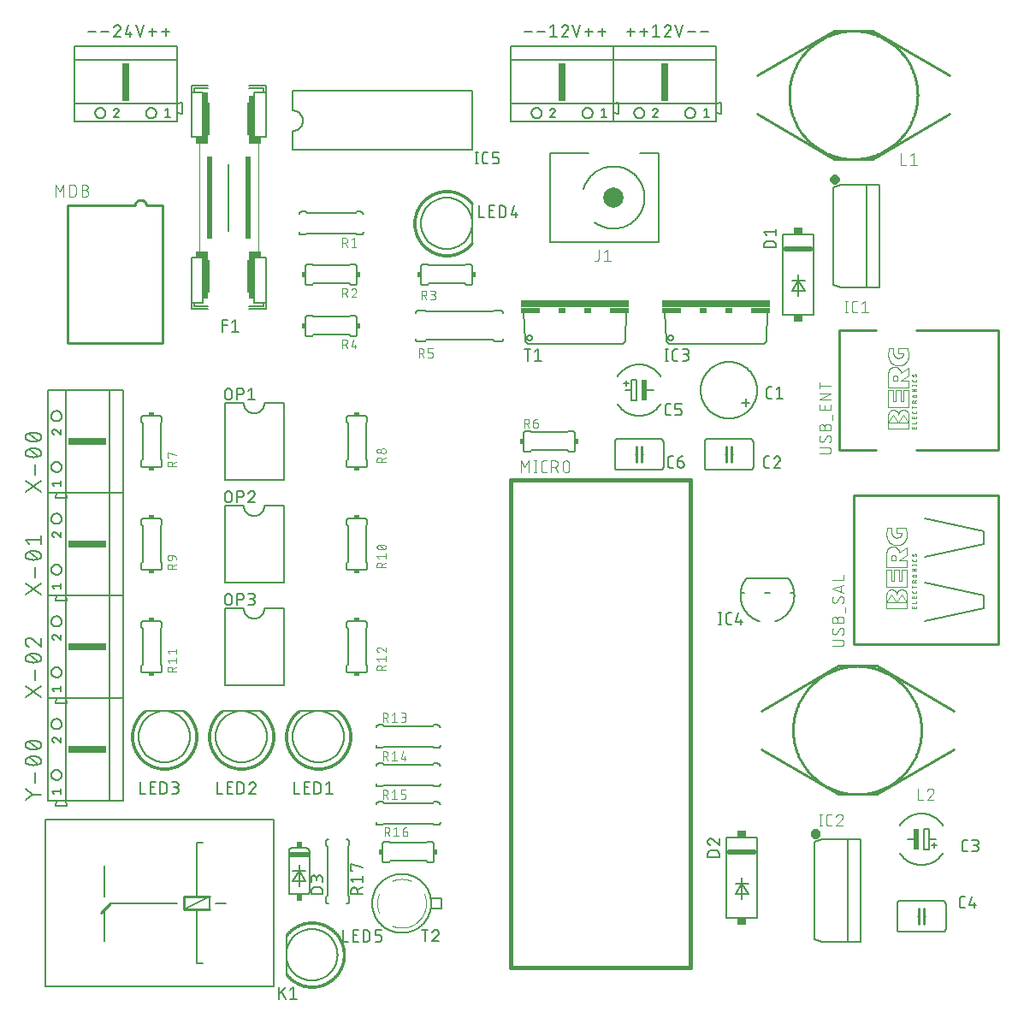
<source format=gbr>
G04 EAGLE Gerber X2 export*
%TF.Part,Single*%
%TF.FileFunction,Legend,Top,1*%
%TF.FilePolarity,Positive*%
%TF.GenerationSoftware,Autodesk,EAGLE,8.6.3*%
%TF.CreationDate,2019-08-01T17:55:08Z*%
G75*
%MOMM*%
%FSLAX34Y34*%
%LPD*%
%AMOC8*
5,1,8,0,0,1.08239X$1,22.5*%
G01*
%ADD10C,0.152400*%
%ADD11C,0.127000*%
%ADD12C,0.254000*%
%ADD13R,0.508000X2.032000*%
%ADD14R,2.032000X0.508000*%
%ADD15R,0.508000X0.635000*%
%ADD16R,0.850000X0.635000*%
%ADD17C,0.508000*%
%ADD18C,0.050800*%
%ADD19R,1.143000X0.635000*%
%ADD20R,0.508000X4.445000*%
%ADD21R,0.508000X8.128000*%
%ADD22R,0.127000X3.175000*%
%ADD23R,0.508000X4.064000*%
%ADD24C,0.812800*%
%ADD25C,0.101600*%
%ADD26R,10.668000X0.762000*%
%ADD27R,1.905000X0.508000*%
%ADD28R,0.762000X0.508000*%
%ADD29C,0.203200*%
%ADD30C,0.025400*%
%ADD31C,0.406400*%
%ADD32R,0.381000X0.508000*%
%ADD33R,0.508000X0.381000*%
%ADD34C,2.000600*%
%ADD35R,0.762000X3.810000*%
%ADD36C,0.177800*%
%ADD37R,3.810000X0.762000*%


D10*
X718820Y596900D02*
X715010Y596900D01*
X715010Y600710D01*
X715010Y596900D02*
X711200Y596900D01*
X715010Y596900D02*
X715010Y593090D01*
X670560Y609600D02*
X670568Y610286D01*
X670594Y610971D01*
X670636Y611655D01*
X670695Y612339D01*
X670770Y613020D01*
X670862Y613700D01*
X670971Y614377D01*
X671097Y615051D01*
X671239Y615722D01*
X671397Y616389D01*
X671572Y617052D01*
X671763Y617711D01*
X671970Y618364D01*
X672193Y619013D01*
X672432Y619655D01*
X672687Y620292D01*
X672957Y620922D01*
X673243Y621546D01*
X673543Y622162D01*
X673859Y622771D01*
X674190Y623372D01*
X674535Y623964D01*
X674895Y624548D01*
X675269Y625123D01*
X675657Y625688D01*
X676058Y626244D01*
X676474Y626790D01*
X676902Y627325D01*
X677344Y627850D01*
X677798Y628363D01*
X678265Y628866D01*
X678743Y629357D01*
X679234Y629835D01*
X679737Y630302D01*
X680250Y630756D01*
X680775Y631198D01*
X681310Y631626D01*
X681856Y632042D01*
X682412Y632443D01*
X682977Y632831D01*
X683552Y633205D01*
X684136Y633565D01*
X684728Y633910D01*
X685329Y634241D01*
X685938Y634557D01*
X686554Y634857D01*
X687178Y635143D01*
X687808Y635413D01*
X688445Y635668D01*
X689087Y635907D01*
X689736Y636130D01*
X690389Y636337D01*
X691048Y636528D01*
X691711Y636703D01*
X692378Y636861D01*
X693049Y637003D01*
X693723Y637129D01*
X694400Y637238D01*
X695080Y637330D01*
X695761Y637405D01*
X696445Y637464D01*
X697129Y637506D01*
X697814Y637532D01*
X698500Y637540D01*
X699186Y637532D01*
X699871Y637506D01*
X700555Y637464D01*
X701239Y637405D01*
X701920Y637330D01*
X702600Y637238D01*
X703277Y637129D01*
X703951Y637003D01*
X704622Y636861D01*
X705289Y636703D01*
X705952Y636528D01*
X706611Y636337D01*
X707264Y636130D01*
X707913Y635907D01*
X708555Y635668D01*
X709192Y635413D01*
X709822Y635143D01*
X710446Y634857D01*
X711062Y634557D01*
X711671Y634241D01*
X712272Y633910D01*
X712864Y633565D01*
X713448Y633205D01*
X714023Y632831D01*
X714588Y632443D01*
X715144Y632042D01*
X715690Y631626D01*
X716225Y631198D01*
X716750Y630756D01*
X717263Y630302D01*
X717766Y629835D01*
X718257Y629357D01*
X718735Y628866D01*
X719202Y628363D01*
X719656Y627850D01*
X720098Y627325D01*
X720526Y626790D01*
X720942Y626244D01*
X721343Y625688D01*
X721731Y625123D01*
X722105Y624548D01*
X722465Y623964D01*
X722810Y623372D01*
X723141Y622771D01*
X723457Y622162D01*
X723757Y621546D01*
X724043Y620922D01*
X724313Y620292D01*
X724568Y619655D01*
X724807Y619013D01*
X725030Y618364D01*
X725237Y617711D01*
X725428Y617052D01*
X725603Y616389D01*
X725761Y615722D01*
X725903Y615051D01*
X726029Y614377D01*
X726138Y613700D01*
X726230Y613020D01*
X726305Y612339D01*
X726364Y611655D01*
X726406Y610971D01*
X726432Y610286D01*
X726440Y609600D01*
X726432Y608914D01*
X726406Y608229D01*
X726364Y607545D01*
X726305Y606861D01*
X726230Y606180D01*
X726138Y605500D01*
X726029Y604823D01*
X725903Y604149D01*
X725761Y603478D01*
X725603Y602811D01*
X725428Y602148D01*
X725237Y601489D01*
X725030Y600836D01*
X724807Y600187D01*
X724568Y599545D01*
X724313Y598908D01*
X724043Y598278D01*
X723757Y597654D01*
X723457Y597038D01*
X723141Y596429D01*
X722810Y595828D01*
X722465Y595236D01*
X722105Y594652D01*
X721731Y594077D01*
X721343Y593512D01*
X720942Y592956D01*
X720526Y592410D01*
X720098Y591875D01*
X719656Y591350D01*
X719202Y590837D01*
X718735Y590334D01*
X718257Y589843D01*
X717766Y589365D01*
X717263Y588898D01*
X716750Y588444D01*
X716225Y588002D01*
X715690Y587574D01*
X715144Y587158D01*
X714588Y586757D01*
X714023Y586369D01*
X713448Y585995D01*
X712864Y585635D01*
X712272Y585290D01*
X711671Y584959D01*
X711062Y584643D01*
X710446Y584343D01*
X709822Y584057D01*
X709192Y583787D01*
X708555Y583532D01*
X707913Y583293D01*
X707264Y583070D01*
X706611Y582863D01*
X705952Y582672D01*
X705289Y582497D01*
X704622Y582339D01*
X703951Y582197D01*
X703277Y582071D01*
X702600Y581962D01*
X701920Y581870D01*
X701239Y581795D01*
X700555Y581736D01*
X699871Y581694D01*
X699186Y581668D01*
X698500Y581660D01*
X697814Y581668D01*
X697129Y581694D01*
X696445Y581736D01*
X695761Y581795D01*
X695080Y581870D01*
X694400Y581962D01*
X693723Y582071D01*
X693049Y582197D01*
X692378Y582339D01*
X691711Y582497D01*
X691048Y582672D01*
X690389Y582863D01*
X689736Y583070D01*
X689087Y583293D01*
X688445Y583532D01*
X687808Y583787D01*
X687178Y584057D01*
X686554Y584343D01*
X685938Y584643D01*
X685329Y584959D01*
X684728Y585290D01*
X684136Y585635D01*
X683552Y585995D01*
X682977Y586369D01*
X682412Y586757D01*
X681856Y587158D01*
X681310Y587574D01*
X680775Y588002D01*
X680250Y588444D01*
X679737Y588898D01*
X679234Y589365D01*
X678743Y589843D01*
X678265Y590334D01*
X677798Y590837D01*
X677344Y591350D01*
X676902Y591875D01*
X676474Y592410D01*
X676058Y592956D01*
X675657Y593512D01*
X675269Y594077D01*
X674895Y594652D01*
X674535Y595236D01*
X674190Y595828D01*
X673859Y596429D01*
X673543Y597038D01*
X673243Y597654D01*
X672957Y598278D01*
X672687Y598908D01*
X672432Y599545D01*
X672193Y600187D01*
X671970Y600836D01*
X671763Y601489D01*
X671572Y602148D01*
X671397Y602811D01*
X671239Y603478D01*
X671097Y604149D01*
X670971Y604823D01*
X670862Y605500D01*
X670770Y606180D01*
X670695Y606861D01*
X670636Y607545D01*
X670594Y608229D01*
X670568Y608914D01*
X670560Y609600D01*
D11*
X738505Y601345D02*
X741045Y601345D01*
X738505Y601345D02*
X738405Y601347D01*
X738306Y601353D01*
X738206Y601363D01*
X738108Y601376D01*
X738009Y601394D01*
X737912Y601415D01*
X737816Y601440D01*
X737720Y601469D01*
X737626Y601502D01*
X737533Y601538D01*
X737442Y601578D01*
X737352Y601622D01*
X737264Y601669D01*
X737178Y601719D01*
X737094Y601773D01*
X737012Y601830D01*
X736933Y601890D01*
X736855Y601954D01*
X736781Y602020D01*
X736709Y602089D01*
X736640Y602161D01*
X736574Y602235D01*
X736510Y602313D01*
X736450Y602392D01*
X736393Y602474D01*
X736339Y602558D01*
X736289Y602644D01*
X736242Y602732D01*
X736198Y602822D01*
X736158Y602913D01*
X736122Y603006D01*
X736089Y603100D01*
X736060Y603196D01*
X736035Y603292D01*
X736014Y603389D01*
X735996Y603488D01*
X735983Y603586D01*
X735973Y603686D01*
X735967Y603785D01*
X735965Y603885D01*
X735965Y610235D01*
X735967Y610335D01*
X735973Y610434D01*
X735983Y610534D01*
X735996Y610632D01*
X736014Y610731D01*
X736035Y610828D01*
X736060Y610924D01*
X736089Y611020D01*
X736122Y611114D01*
X736158Y611207D01*
X736198Y611298D01*
X736242Y611388D01*
X736289Y611476D01*
X736339Y611562D01*
X736393Y611646D01*
X736450Y611728D01*
X736510Y611807D01*
X736574Y611885D01*
X736640Y611959D01*
X736709Y612031D01*
X736781Y612100D01*
X736855Y612166D01*
X736933Y612230D01*
X737012Y612290D01*
X737094Y612347D01*
X737178Y612401D01*
X737264Y612451D01*
X737352Y612498D01*
X737442Y612542D01*
X737533Y612582D01*
X737626Y612618D01*
X737720Y612651D01*
X737816Y612680D01*
X737912Y612705D01*
X738009Y612726D01*
X738108Y612744D01*
X738206Y612757D01*
X738306Y612767D01*
X738405Y612773D01*
X738505Y612775D01*
X741045Y612775D01*
X745527Y610235D02*
X748702Y612775D01*
X748702Y601345D01*
X745527Y601345D02*
X751877Y601345D01*
D10*
X720090Y561340D02*
X676910Y561340D01*
X676910Y530860D02*
X720090Y530860D01*
X722630Y533400D02*
X722630Y558800D01*
X674370Y558800D02*
X674370Y533400D01*
X720090Y561340D02*
X720190Y561338D01*
X720289Y561332D01*
X720389Y561322D01*
X720487Y561309D01*
X720586Y561291D01*
X720683Y561270D01*
X720779Y561245D01*
X720875Y561216D01*
X720969Y561183D01*
X721062Y561147D01*
X721153Y561107D01*
X721243Y561063D01*
X721331Y561016D01*
X721417Y560966D01*
X721501Y560912D01*
X721583Y560855D01*
X721662Y560795D01*
X721740Y560731D01*
X721814Y560665D01*
X721886Y560596D01*
X721955Y560524D01*
X722021Y560450D01*
X722085Y560372D01*
X722145Y560293D01*
X722202Y560211D01*
X722256Y560127D01*
X722306Y560041D01*
X722353Y559953D01*
X722397Y559863D01*
X722437Y559772D01*
X722473Y559679D01*
X722506Y559585D01*
X722535Y559489D01*
X722560Y559393D01*
X722581Y559296D01*
X722599Y559197D01*
X722612Y559099D01*
X722622Y558999D01*
X722628Y558900D01*
X722630Y558800D01*
X676910Y561340D02*
X676810Y561338D01*
X676711Y561332D01*
X676611Y561322D01*
X676513Y561309D01*
X676414Y561291D01*
X676317Y561270D01*
X676221Y561245D01*
X676125Y561216D01*
X676031Y561183D01*
X675938Y561147D01*
X675847Y561107D01*
X675757Y561063D01*
X675669Y561016D01*
X675583Y560966D01*
X675499Y560912D01*
X675417Y560855D01*
X675338Y560795D01*
X675260Y560731D01*
X675186Y560665D01*
X675114Y560596D01*
X675045Y560524D01*
X674979Y560450D01*
X674915Y560372D01*
X674855Y560293D01*
X674798Y560211D01*
X674744Y560127D01*
X674694Y560041D01*
X674647Y559953D01*
X674603Y559863D01*
X674563Y559772D01*
X674527Y559679D01*
X674494Y559585D01*
X674465Y559489D01*
X674440Y559393D01*
X674419Y559296D01*
X674401Y559197D01*
X674388Y559099D01*
X674378Y558999D01*
X674372Y558900D01*
X674370Y558800D01*
X720090Y530860D02*
X720190Y530862D01*
X720289Y530868D01*
X720389Y530878D01*
X720487Y530891D01*
X720586Y530909D01*
X720683Y530930D01*
X720779Y530955D01*
X720875Y530984D01*
X720969Y531017D01*
X721062Y531053D01*
X721153Y531093D01*
X721243Y531137D01*
X721331Y531184D01*
X721417Y531234D01*
X721501Y531288D01*
X721583Y531345D01*
X721662Y531405D01*
X721740Y531469D01*
X721814Y531535D01*
X721886Y531604D01*
X721955Y531676D01*
X722021Y531750D01*
X722085Y531828D01*
X722145Y531907D01*
X722202Y531989D01*
X722256Y532073D01*
X722306Y532159D01*
X722353Y532247D01*
X722397Y532337D01*
X722437Y532428D01*
X722473Y532521D01*
X722506Y532615D01*
X722535Y532711D01*
X722560Y532807D01*
X722581Y532904D01*
X722599Y533003D01*
X722612Y533101D01*
X722622Y533201D01*
X722628Y533300D01*
X722630Y533400D01*
X676910Y530860D02*
X676810Y530862D01*
X676711Y530868D01*
X676611Y530878D01*
X676513Y530891D01*
X676414Y530909D01*
X676317Y530930D01*
X676221Y530955D01*
X676125Y530984D01*
X676031Y531017D01*
X675938Y531053D01*
X675847Y531093D01*
X675757Y531137D01*
X675669Y531184D01*
X675583Y531234D01*
X675499Y531288D01*
X675417Y531345D01*
X675338Y531405D01*
X675260Y531469D01*
X675186Y531535D01*
X675114Y531604D01*
X675045Y531676D01*
X674979Y531750D01*
X674915Y531828D01*
X674855Y531907D01*
X674798Y531989D01*
X674744Y532073D01*
X674694Y532159D01*
X674647Y532247D01*
X674603Y532337D01*
X674563Y532428D01*
X674527Y532521D01*
X674494Y532615D01*
X674465Y532711D01*
X674440Y532807D01*
X674419Y532904D01*
X674401Y533003D01*
X674388Y533101D01*
X674378Y533201D01*
X674372Y533300D01*
X674370Y533400D01*
X701040Y546100D02*
X702310Y546100D01*
D12*
X701040Y546100D02*
X701040Y553720D01*
X701040Y546100D02*
X701040Y538480D01*
X695960Y546100D02*
X695960Y553720D01*
X695960Y546100D02*
X695960Y538480D01*
D10*
X695960Y546100D02*
X694690Y546100D01*
D11*
X735965Y532765D02*
X738505Y532765D01*
X735965Y532765D02*
X735865Y532767D01*
X735766Y532773D01*
X735666Y532783D01*
X735568Y532796D01*
X735469Y532814D01*
X735372Y532835D01*
X735276Y532860D01*
X735180Y532889D01*
X735086Y532922D01*
X734993Y532958D01*
X734902Y532998D01*
X734812Y533042D01*
X734724Y533089D01*
X734638Y533139D01*
X734554Y533193D01*
X734472Y533250D01*
X734393Y533310D01*
X734315Y533374D01*
X734241Y533440D01*
X734169Y533509D01*
X734100Y533581D01*
X734034Y533655D01*
X733970Y533733D01*
X733910Y533812D01*
X733853Y533894D01*
X733799Y533978D01*
X733749Y534064D01*
X733702Y534152D01*
X733658Y534242D01*
X733618Y534333D01*
X733582Y534426D01*
X733549Y534520D01*
X733520Y534616D01*
X733495Y534712D01*
X733474Y534809D01*
X733456Y534908D01*
X733443Y535006D01*
X733433Y535106D01*
X733427Y535205D01*
X733425Y535305D01*
X733425Y541655D01*
X733427Y541755D01*
X733433Y541854D01*
X733443Y541954D01*
X733456Y542052D01*
X733474Y542151D01*
X733495Y542248D01*
X733520Y542344D01*
X733549Y542440D01*
X733582Y542534D01*
X733618Y542627D01*
X733658Y542718D01*
X733702Y542808D01*
X733749Y542896D01*
X733799Y542982D01*
X733853Y543066D01*
X733910Y543148D01*
X733970Y543227D01*
X734034Y543305D01*
X734100Y543379D01*
X734169Y543451D01*
X734241Y543520D01*
X734315Y543586D01*
X734393Y543650D01*
X734472Y543710D01*
X734554Y543767D01*
X734638Y543821D01*
X734724Y543871D01*
X734812Y543918D01*
X734902Y543962D01*
X734993Y544002D01*
X735086Y544038D01*
X735180Y544071D01*
X735276Y544100D01*
X735372Y544125D01*
X735469Y544146D01*
X735568Y544164D01*
X735666Y544177D01*
X735766Y544187D01*
X735865Y544193D01*
X735965Y544195D01*
X738505Y544195D01*
X746480Y544196D02*
X746584Y544194D01*
X746689Y544188D01*
X746793Y544179D01*
X746896Y544166D01*
X746999Y544148D01*
X747101Y544128D01*
X747203Y544103D01*
X747303Y544075D01*
X747403Y544043D01*
X747501Y544007D01*
X747598Y543968D01*
X747693Y543926D01*
X747787Y543880D01*
X747879Y543830D01*
X747969Y543778D01*
X748057Y543722D01*
X748143Y543662D01*
X748227Y543600D01*
X748308Y543535D01*
X748387Y543467D01*
X748464Y543395D01*
X748537Y543322D01*
X748609Y543245D01*
X748677Y543166D01*
X748742Y543085D01*
X748804Y543001D01*
X748864Y542915D01*
X748920Y542827D01*
X748972Y542737D01*
X749022Y542645D01*
X749068Y542551D01*
X749110Y542456D01*
X749149Y542359D01*
X749185Y542261D01*
X749217Y542161D01*
X749245Y542061D01*
X749270Y541959D01*
X749290Y541857D01*
X749308Y541754D01*
X749321Y541651D01*
X749330Y541547D01*
X749336Y541442D01*
X749338Y541338D01*
X746480Y544195D02*
X746362Y544193D01*
X746243Y544187D01*
X746125Y544178D01*
X746008Y544165D01*
X745891Y544147D01*
X745774Y544127D01*
X745658Y544102D01*
X745543Y544074D01*
X745430Y544041D01*
X745317Y544006D01*
X745205Y543966D01*
X745095Y543924D01*
X744986Y543877D01*
X744878Y543827D01*
X744773Y543774D01*
X744669Y543717D01*
X744567Y543657D01*
X744467Y543594D01*
X744369Y543527D01*
X744273Y543458D01*
X744180Y543385D01*
X744089Y543309D01*
X744000Y543231D01*
X743914Y543149D01*
X743831Y543065D01*
X743750Y542979D01*
X743673Y542889D01*
X743598Y542798D01*
X743526Y542704D01*
X743457Y542607D01*
X743392Y542509D01*
X743329Y542408D01*
X743270Y542305D01*
X743214Y542201D01*
X743162Y542095D01*
X743113Y541987D01*
X743068Y541878D01*
X743026Y541767D01*
X742988Y541655D01*
X748385Y539116D02*
X748461Y539191D01*
X748536Y539270D01*
X748607Y539351D01*
X748676Y539435D01*
X748741Y539521D01*
X748803Y539609D01*
X748863Y539699D01*
X748919Y539791D01*
X748972Y539886D01*
X749021Y539982D01*
X749067Y540080D01*
X749110Y540179D01*
X749149Y540280D01*
X749184Y540382D01*
X749216Y540485D01*
X749244Y540589D01*
X749269Y540694D01*
X749290Y540801D01*
X749307Y540907D01*
X749320Y541014D01*
X749329Y541122D01*
X749335Y541230D01*
X749337Y541338D01*
X748385Y539115D02*
X742987Y532765D01*
X749337Y532765D01*
D10*
X631190Y561340D02*
X588010Y561340D01*
X588010Y530860D02*
X631190Y530860D01*
X633730Y533400D02*
X633730Y558800D01*
X585470Y558800D02*
X585470Y533400D01*
X631190Y561340D02*
X631290Y561338D01*
X631389Y561332D01*
X631489Y561322D01*
X631587Y561309D01*
X631686Y561291D01*
X631783Y561270D01*
X631879Y561245D01*
X631975Y561216D01*
X632069Y561183D01*
X632162Y561147D01*
X632253Y561107D01*
X632343Y561063D01*
X632431Y561016D01*
X632517Y560966D01*
X632601Y560912D01*
X632683Y560855D01*
X632762Y560795D01*
X632840Y560731D01*
X632914Y560665D01*
X632986Y560596D01*
X633055Y560524D01*
X633121Y560450D01*
X633185Y560372D01*
X633245Y560293D01*
X633302Y560211D01*
X633356Y560127D01*
X633406Y560041D01*
X633453Y559953D01*
X633497Y559863D01*
X633537Y559772D01*
X633573Y559679D01*
X633606Y559585D01*
X633635Y559489D01*
X633660Y559393D01*
X633681Y559296D01*
X633699Y559197D01*
X633712Y559099D01*
X633722Y558999D01*
X633728Y558900D01*
X633730Y558800D01*
X588010Y561340D02*
X587910Y561338D01*
X587811Y561332D01*
X587711Y561322D01*
X587613Y561309D01*
X587514Y561291D01*
X587417Y561270D01*
X587321Y561245D01*
X587225Y561216D01*
X587131Y561183D01*
X587038Y561147D01*
X586947Y561107D01*
X586857Y561063D01*
X586769Y561016D01*
X586683Y560966D01*
X586599Y560912D01*
X586517Y560855D01*
X586438Y560795D01*
X586360Y560731D01*
X586286Y560665D01*
X586214Y560596D01*
X586145Y560524D01*
X586079Y560450D01*
X586015Y560372D01*
X585955Y560293D01*
X585898Y560211D01*
X585844Y560127D01*
X585794Y560041D01*
X585747Y559953D01*
X585703Y559863D01*
X585663Y559772D01*
X585627Y559679D01*
X585594Y559585D01*
X585565Y559489D01*
X585540Y559393D01*
X585519Y559296D01*
X585501Y559197D01*
X585488Y559099D01*
X585478Y558999D01*
X585472Y558900D01*
X585470Y558800D01*
X631190Y530860D02*
X631290Y530862D01*
X631389Y530868D01*
X631489Y530878D01*
X631587Y530891D01*
X631686Y530909D01*
X631783Y530930D01*
X631879Y530955D01*
X631975Y530984D01*
X632069Y531017D01*
X632162Y531053D01*
X632253Y531093D01*
X632343Y531137D01*
X632431Y531184D01*
X632517Y531234D01*
X632601Y531288D01*
X632683Y531345D01*
X632762Y531405D01*
X632840Y531469D01*
X632914Y531535D01*
X632986Y531604D01*
X633055Y531676D01*
X633121Y531750D01*
X633185Y531828D01*
X633245Y531907D01*
X633302Y531989D01*
X633356Y532073D01*
X633406Y532159D01*
X633453Y532247D01*
X633497Y532337D01*
X633537Y532428D01*
X633573Y532521D01*
X633606Y532615D01*
X633635Y532711D01*
X633660Y532807D01*
X633681Y532904D01*
X633699Y533003D01*
X633712Y533101D01*
X633722Y533201D01*
X633728Y533300D01*
X633730Y533400D01*
X588010Y530860D02*
X587910Y530862D01*
X587811Y530868D01*
X587711Y530878D01*
X587613Y530891D01*
X587514Y530909D01*
X587417Y530930D01*
X587321Y530955D01*
X587225Y530984D01*
X587131Y531017D01*
X587038Y531053D01*
X586947Y531093D01*
X586857Y531137D01*
X586769Y531184D01*
X586683Y531234D01*
X586599Y531288D01*
X586517Y531345D01*
X586438Y531405D01*
X586360Y531469D01*
X586286Y531535D01*
X586214Y531604D01*
X586145Y531676D01*
X586079Y531750D01*
X586015Y531828D01*
X585955Y531907D01*
X585898Y531989D01*
X585844Y532073D01*
X585794Y532159D01*
X585747Y532247D01*
X585703Y532337D01*
X585663Y532428D01*
X585627Y532521D01*
X585594Y532615D01*
X585565Y532711D01*
X585540Y532807D01*
X585519Y532904D01*
X585501Y533003D01*
X585488Y533101D01*
X585478Y533201D01*
X585472Y533300D01*
X585470Y533400D01*
X612140Y546100D02*
X613410Y546100D01*
D12*
X612140Y546100D02*
X612140Y553720D01*
X612140Y546100D02*
X612140Y538480D01*
X607060Y546100D02*
X607060Y553720D01*
X607060Y546100D02*
X607060Y538480D01*
D10*
X607060Y546100D02*
X605790Y546100D01*
D11*
X640715Y532765D02*
X643255Y532765D01*
X640715Y532765D02*
X640615Y532767D01*
X640516Y532773D01*
X640416Y532783D01*
X640318Y532796D01*
X640219Y532814D01*
X640122Y532835D01*
X640026Y532860D01*
X639930Y532889D01*
X639836Y532922D01*
X639743Y532958D01*
X639652Y532998D01*
X639562Y533042D01*
X639474Y533089D01*
X639388Y533139D01*
X639304Y533193D01*
X639222Y533250D01*
X639143Y533310D01*
X639065Y533374D01*
X638991Y533440D01*
X638919Y533509D01*
X638850Y533581D01*
X638784Y533655D01*
X638720Y533733D01*
X638660Y533812D01*
X638603Y533894D01*
X638549Y533978D01*
X638499Y534064D01*
X638452Y534152D01*
X638408Y534242D01*
X638368Y534333D01*
X638332Y534426D01*
X638299Y534520D01*
X638270Y534616D01*
X638245Y534712D01*
X638224Y534809D01*
X638206Y534908D01*
X638193Y535006D01*
X638183Y535106D01*
X638177Y535205D01*
X638175Y535305D01*
X638175Y541655D01*
X638177Y541755D01*
X638183Y541854D01*
X638193Y541954D01*
X638206Y542052D01*
X638224Y542151D01*
X638245Y542248D01*
X638270Y542344D01*
X638299Y542440D01*
X638332Y542534D01*
X638368Y542627D01*
X638408Y542718D01*
X638452Y542808D01*
X638499Y542896D01*
X638549Y542982D01*
X638603Y543066D01*
X638660Y543148D01*
X638720Y543227D01*
X638784Y543305D01*
X638850Y543379D01*
X638919Y543451D01*
X638991Y543520D01*
X639065Y543586D01*
X639143Y543650D01*
X639222Y543710D01*
X639304Y543767D01*
X639388Y543821D01*
X639474Y543871D01*
X639562Y543918D01*
X639652Y543962D01*
X639743Y544002D01*
X639836Y544038D01*
X639930Y544071D01*
X640026Y544100D01*
X640122Y544125D01*
X640219Y544146D01*
X640318Y544164D01*
X640416Y544177D01*
X640516Y544187D01*
X640615Y544193D01*
X640715Y544195D01*
X643255Y544195D01*
X647737Y539115D02*
X651547Y539115D01*
X651647Y539113D01*
X651746Y539107D01*
X651846Y539097D01*
X651944Y539084D01*
X652043Y539066D01*
X652140Y539045D01*
X652236Y539020D01*
X652332Y538991D01*
X652426Y538958D01*
X652519Y538922D01*
X652610Y538882D01*
X652700Y538838D01*
X652788Y538791D01*
X652874Y538741D01*
X652958Y538687D01*
X653040Y538630D01*
X653119Y538570D01*
X653197Y538506D01*
X653271Y538440D01*
X653343Y538371D01*
X653412Y538299D01*
X653478Y538225D01*
X653542Y538147D01*
X653602Y538068D01*
X653659Y537986D01*
X653713Y537902D01*
X653763Y537816D01*
X653810Y537728D01*
X653854Y537638D01*
X653894Y537547D01*
X653930Y537454D01*
X653963Y537360D01*
X653992Y537264D01*
X654017Y537168D01*
X654038Y537071D01*
X654056Y536972D01*
X654069Y536874D01*
X654079Y536774D01*
X654085Y536675D01*
X654087Y536575D01*
X654087Y535940D01*
X654085Y535829D01*
X654079Y535719D01*
X654070Y535608D01*
X654056Y535498D01*
X654039Y535389D01*
X654018Y535280D01*
X653993Y535172D01*
X653964Y535065D01*
X653932Y534959D01*
X653896Y534854D01*
X653856Y534751D01*
X653813Y534649D01*
X653766Y534548D01*
X653715Y534449D01*
X653662Y534353D01*
X653605Y534258D01*
X653544Y534165D01*
X653481Y534074D01*
X653414Y533985D01*
X653344Y533899D01*
X653271Y533816D01*
X653196Y533734D01*
X653118Y533656D01*
X653036Y533581D01*
X652953Y533508D01*
X652867Y533438D01*
X652778Y533371D01*
X652687Y533308D01*
X652594Y533247D01*
X652500Y533190D01*
X652403Y533137D01*
X652304Y533086D01*
X652203Y533039D01*
X652101Y532996D01*
X651998Y532956D01*
X651893Y532920D01*
X651787Y532888D01*
X651680Y532859D01*
X651572Y532834D01*
X651463Y532813D01*
X651354Y532796D01*
X651244Y532782D01*
X651133Y532773D01*
X651023Y532767D01*
X650912Y532765D01*
X650801Y532767D01*
X650691Y532773D01*
X650580Y532782D01*
X650470Y532796D01*
X650361Y532813D01*
X650252Y532834D01*
X650144Y532859D01*
X650037Y532888D01*
X649931Y532920D01*
X649826Y532956D01*
X649723Y532996D01*
X649621Y533039D01*
X649520Y533086D01*
X649421Y533137D01*
X649325Y533190D01*
X649230Y533247D01*
X649137Y533308D01*
X649046Y533371D01*
X648957Y533438D01*
X648871Y533508D01*
X648788Y533581D01*
X648706Y533656D01*
X648628Y533734D01*
X648553Y533816D01*
X648480Y533899D01*
X648410Y533985D01*
X648343Y534074D01*
X648280Y534165D01*
X648219Y534258D01*
X648162Y534353D01*
X648109Y534449D01*
X648058Y534548D01*
X648011Y534649D01*
X647968Y534751D01*
X647928Y534854D01*
X647892Y534959D01*
X647860Y535065D01*
X647831Y535172D01*
X647806Y535280D01*
X647785Y535389D01*
X647768Y535498D01*
X647754Y535608D01*
X647745Y535719D01*
X647739Y535829D01*
X647737Y535940D01*
X647737Y539115D01*
X647739Y539255D01*
X647745Y539395D01*
X647754Y539535D01*
X647768Y539674D01*
X647785Y539813D01*
X647806Y539951D01*
X647831Y540089D01*
X647860Y540226D01*
X647892Y540362D01*
X647929Y540497D01*
X647969Y540631D01*
X648012Y540764D01*
X648060Y540896D01*
X648110Y541027D01*
X648165Y541156D01*
X648223Y541283D01*
X648284Y541409D01*
X648349Y541533D01*
X648418Y541655D01*
X648489Y541775D01*
X648564Y541893D01*
X648642Y542010D01*
X648724Y542124D01*
X648808Y542235D01*
X648896Y542344D01*
X648986Y542451D01*
X649080Y542556D01*
X649176Y542657D01*
X649275Y542756D01*
X649376Y542852D01*
X649481Y542946D01*
X649588Y543036D01*
X649697Y543124D01*
X649808Y543208D01*
X649922Y543290D01*
X650039Y543368D01*
X650157Y543443D01*
X650277Y543514D01*
X650399Y543583D01*
X650523Y543648D01*
X650649Y543709D01*
X650776Y543767D01*
X650905Y543822D01*
X651036Y543872D01*
X651168Y543920D01*
X651301Y543963D01*
X651435Y544003D01*
X651570Y544040D01*
X651706Y544072D01*
X651843Y544101D01*
X651981Y544126D01*
X652119Y544147D01*
X652258Y544164D01*
X652397Y544178D01*
X652537Y544187D01*
X652677Y544193D01*
X652817Y544195D01*
D10*
X867443Y151668D02*
X867778Y151146D01*
X868125Y150632D01*
X868484Y150126D01*
X868856Y149630D01*
X869240Y149142D01*
X869636Y148664D01*
X870043Y148196D01*
X870461Y147739D01*
X870891Y147291D01*
X871331Y146854D01*
X871782Y146428D01*
X872243Y146013D01*
X872714Y145610D01*
X873195Y145218D01*
X873685Y144838D01*
X874185Y144470D01*
X874693Y144114D01*
X875210Y143771D01*
X875735Y143440D01*
X876267Y143123D01*
X876808Y142819D01*
X877356Y142527D01*
X877910Y142250D01*
X878472Y141986D01*
X879039Y141736D01*
X879613Y141499D01*
X880192Y141277D01*
X880776Y141069D01*
X881366Y140875D01*
X881960Y140696D01*
X882558Y140532D01*
X883160Y140382D01*
X883765Y140246D01*
X884374Y140126D01*
X884985Y140020D01*
X885598Y139930D01*
X886214Y139854D01*
X886831Y139794D01*
X887450Y139748D01*
X888070Y139718D01*
X888690Y139703D01*
X889310Y139703D01*
X889930Y139718D01*
X890550Y139748D01*
X891169Y139794D01*
X891786Y139854D01*
X892402Y139930D01*
X893015Y140020D01*
X893626Y140126D01*
X894235Y140246D01*
X894840Y140382D01*
X895442Y140532D01*
X896040Y140696D01*
X896634Y140875D01*
X897224Y141069D01*
X897808Y141277D01*
X898387Y141499D01*
X898961Y141736D01*
X899528Y141986D01*
X900090Y142250D01*
X900644Y142527D01*
X901192Y142819D01*
X901733Y143123D01*
X902265Y143440D01*
X902790Y143771D01*
X903307Y144114D01*
X903815Y144470D01*
X904315Y144838D01*
X904805Y145218D01*
X905286Y145610D01*
X905757Y146013D01*
X906218Y146428D01*
X906669Y146854D01*
X907109Y147291D01*
X907539Y147739D01*
X907957Y148196D01*
X908364Y148664D01*
X908760Y149142D01*
X909144Y149630D01*
X909516Y150126D01*
X909875Y150632D01*
X910222Y151146D01*
X910557Y151668D01*
X910557Y178532D02*
X910222Y179054D01*
X909875Y179568D01*
X909516Y180074D01*
X909144Y180570D01*
X908760Y181058D01*
X908364Y181536D01*
X907957Y182004D01*
X907539Y182461D01*
X907109Y182909D01*
X906669Y183346D01*
X906218Y183772D01*
X905757Y184187D01*
X905286Y184590D01*
X904805Y184982D01*
X904315Y185362D01*
X903815Y185730D01*
X903307Y186086D01*
X902790Y186429D01*
X902265Y186760D01*
X901733Y187077D01*
X901192Y187381D01*
X900644Y187673D01*
X900090Y187950D01*
X899528Y188214D01*
X898961Y188464D01*
X898387Y188701D01*
X897808Y188923D01*
X897224Y189131D01*
X896634Y189325D01*
X896040Y189504D01*
X895442Y189668D01*
X894840Y189818D01*
X894235Y189954D01*
X893626Y190074D01*
X893015Y190180D01*
X892402Y190270D01*
X891786Y190346D01*
X891169Y190406D01*
X890550Y190452D01*
X889930Y190482D01*
X889310Y190497D01*
X888690Y190497D01*
X888070Y190482D01*
X887450Y190452D01*
X886831Y190406D01*
X886214Y190346D01*
X885598Y190270D01*
X884985Y190180D01*
X884374Y190074D01*
X883765Y189954D01*
X883160Y189818D01*
X882558Y189668D01*
X881960Y189504D01*
X881366Y189325D01*
X880776Y189131D01*
X880192Y188923D01*
X879613Y188701D01*
X879039Y188464D01*
X878472Y188214D01*
X877910Y187950D01*
X877356Y187673D01*
X876808Y187381D01*
X876267Y187077D01*
X875735Y186760D01*
X875210Y186429D01*
X874693Y186086D01*
X874185Y185730D01*
X873685Y185362D01*
X873195Y184982D01*
X872714Y184590D01*
X872243Y184187D01*
X871782Y183772D01*
X871331Y183346D01*
X870891Y182909D01*
X870461Y182461D01*
X870043Y182004D01*
X869636Y181536D01*
X869240Y181058D01*
X868856Y180570D01*
X868484Y180074D01*
X868125Y179568D01*
X867778Y179054D01*
X867443Y178532D01*
X896620Y165100D02*
X902970Y165100D01*
X896620Y165100D02*
X896620Y175260D01*
X891540Y175260D01*
X891540Y154940D01*
X896620Y154940D01*
X896620Y165100D01*
X882650Y165100D02*
X875030Y165100D01*
X899160Y158750D02*
X904240Y158750D01*
X901700Y161290D02*
X901700Y156210D01*
D13*
X883920Y165100D03*
D11*
X932143Y153035D02*
X934683Y153035D01*
X932143Y153035D02*
X932043Y153037D01*
X931944Y153043D01*
X931844Y153053D01*
X931746Y153066D01*
X931647Y153084D01*
X931550Y153105D01*
X931454Y153130D01*
X931358Y153159D01*
X931264Y153192D01*
X931171Y153228D01*
X931080Y153268D01*
X930990Y153312D01*
X930902Y153359D01*
X930816Y153409D01*
X930732Y153463D01*
X930650Y153520D01*
X930571Y153580D01*
X930493Y153644D01*
X930419Y153710D01*
X930347Y153779D01*
X930278Y153851D01*
X930212Y153925D01*
X930148Y154003D01*
X930088Y154082D01*
X930031Y154164D01*
X929977Y154248D01*
X929927Y154334D01*
X929880Y154422D01*
X929836Y154512D01*
X929796Y154603D01*
X929760Y154696D01*
X929727Y154790D01*
X929698Y154886D01*
X929673Y154982D01*
X929652Y155079D01*
X929634Y155178D01*
X929621Y155276D01*
X929611Y155376D01*
X929605Y155475D01*
X929603Y155575D01*
X929603Y161925D01*
X929605Y162025D01*
X929611Y162124D01*
X929621Y162224D01*
X929634Y162322D01*
X929652Y162421D01*
X929673Y162518D01*
X929698Y162614D01*
X929727Y162710D01*
X929760Y162804D01*
X929796Y162897D01*
X929836Y162988D01*
X929880Y163078D01*
X929927Y163166D01*
X929977Y163252D01*
X930031Y163336D01*
X930088Y163418D01*
X930148Y163497D01*
X930212Y163575D01*
X930278Y163649D01*
X930347Y163721D01*
X930419Y163790D01*
X930493Y163856D01*
X930571Y163920D01*
X930650Y163980D01*
X930732Y164037D01*
X930816Y164091D01*
X930902Y164141D01*
X930990Y164188D01*
X931080Y164232D01*
X931171Y164272D01*
X931264Y164308D01*
X931358Y164341D01*
X931454Y164370D01*
X931550Y164395D01*
X931647Y164416D01*
X931746Y164434D01*
X931844Y164447D01*
X931944Y164457D01*
X932043Y164463D01*
X932143Y164465D01*
X934683Y164465D01*
X939165Y153035D02*
X942340Y153035D01*
X942451Y153037D01*
X942561Y153043D01*
X942672Y153052D01*
X942782Y153066D01*
X942891Y153083D01*
X943000Y153104D01*
X943108Y153129D01*
X943215Y153158D01*
X943321Y153190D01*
X943426Y153226D01*
X943529Y153266D01*
X943631Y153309D01*
X943732Y153356D01*
X943831Y153407D01*
X943928Y153460D01*
X944022Y153517D01*
X944115Y153578D01*
X944206Y153641D01*
X944295Y153708D01*
X944381Y153778D01*
X944464Y153851D01*
X944546Y153926D01*
X944624Y154004D01*
X944699Y154086D01*
X944772Y154169D01*
X944842Y154255D01*
X944909Y154344D01*
X944972Y154435D01*
X945033Y154528D01*
X945090Y154622D01*
X945143Y154719D01*
X945194Y154818D01*
X945241Y154919D01*
X945284Y155021D01*
X945324Y155124D01*
X945360Y155229D01*
X945392Y155335D01*
X945421Y155442D01*
X945446Y155550D01*
X945467Y155659D01*
X945484Y155768D01*
X945498Y155878D01*
X945507Y155989D01*
X945513Y156099D01*
X945515Y156210D01*
X945513Y156321D01*
X945507Y156431D01*
X945498Y156542D01*
X945484Y156652D01*
X945467Y156761D01*
X945446Y156870D01*
X945421Y156978D01*
X945392Y157085D01*
X945360Y157191D01*
X945324Y157296D01*
X945284Y157399D01*
X945241Y157501D01*
X945194Y157602D01*
X945143Y157701D01*
X945090Y157797D01*
X945033Y157892D01*
X944972Y157985D01*
X944909Y158076D01*
X944842Y158165D01*
X944772Y158251D01*
X944699Y158334D01*
X944624Y158416D01*
X944546Y158494D01*
X944464Y158569D01*
X944381Y158642D01*
X944295Y158712D01*
X944206Y158779D01*
X944115Y158842D01*
X944022Y158903D01*
X943928Y158960D01*
X943831Y159013D01*
X943732Y159064D01*
X943631Y159111D01*
X943529Y159154D01*
X943426Y159194D01*
X943321Y159230D01*
X943215Y159262D01*
X943108Y159291D01*
X943000Y159316D01*
X942891Y159337D01*
X942782Y159354D01*
X942672Y159368D01*
X942561Y159377D01*
X942451Y159383D01*
X942340Y159385D01*
X942975Y164465D02*
X939165Y164465D01*
X942975Y164465D02*
X943075Y164463D01*
X943174Y164457D01*
X943274Y164447D01*
X943372Y164434D01*
X943471Y164416D01*
X943568Y164395D01*
X943664Y164370D01*
X943760Y164341D01*
X943854Y164308D01*
X943947Y164272D01*
X944038Y164232D01*
X944128Y164188D01*
X944216Y164141D01*
X944302Y164091D01*
X944386Y164037D01*
X944468Y163980D01*
X944547Y163920D01*
X944625Y163856D01*
X944699Y163790D01*
X944771Y163721D01*
X944840Y163649D01*
X944906Y163575D01*
X944970Y163497D01*
X945030Y163418D01*
X945087Y163336D01*
X945141Y163252D01*
X945191Y163166D01*
X945238Y163078D01*
X945282Y162988D01*
X945322Y162897D01*
X945358Y162804D01*
X945391Y162710D01*
X945420Y162614D01*
X945445Y162518D01*
X945466Y162421D01*
X945484Y162322D01*
X945497Y162224D01*
X945507Y162124D01*
X945513Y162025D01*
X945515Y161925D01*
X945513Y161825D01*
X945507Y161726D01*
X945497Y161626D01*
X945484Y161528D01*
X945466Y161429D01*
X945445Y161332D01*
X945420Y161236D01*
X945391Y161140D01*
X945358Y161046D01*
X945322Y160953D01*
X945282Y160862D01*
X945238Y160772D01*
X945191Y160684D01*
X945141Y160598D01*
X945087Y160514D01*
X945030Y160432D01*
X944970Y160353D01*
X944906Y160275D01*
X944840Y160201D01*
X944771Y160129D01*
X944699Y160060D01*
X944625Y159994D01*
X944547Y159930D01*
X944468Y159870D01*
X944386Y159813D01*
X944302Y159759D01*
X944216Y159709D01*
X944128Y159662D01*
X944038Y159618D01*
X943947Y159578D01*
X943854Y159542D01*
X943760Y159509D01*
X943664Y159480D01*
X943568Y159455D01*
X943471Y159434D01*
X943372Y159416D01*
X943274Y159403D01*
X943174Y159393D01*
X943075Y159387D01*
X942975Y159385D01*
X940435Y159385D01*
D10*
X631157Y623032D02*
X630822Y623554D01*
X630475Y624068D01*
X630116Y624574D01*
X629744Y625070D01*
X629360Y625558D01*
X628964Y626036D01*
X628557Y626504D01*
X628139Y626961D01*
X627709Y627409D01*
X627269Y627846D01*
X626818Y628272D01*
X626357Y628687D01*
X625886Y629090D01*
X625405Y629482D01*
X624915Y629862D01*
X624415Y630230D01*
X623907Y630586D01*
X623390Y630929D01*
X622865Y631260D01*
X622333Y631577D01*
X621792Y631881D01*
X621244Y632173D01*
X620690Y632450D01*
X620128Y632714D01*
X619561Y632964D01*
X618987Y633201D01*
X618408Y633423D01*
X617824Y633631D01*
X617234Y633825D01*
X616640Y634004D01*
X616042Y634168D01*
X615440Y634318D01*
X614835Y634454D01*
X614226Y634574D01*
X613615Y634680D01*
X613002Y634770D01*
X612386Y634846D01*
X611769Y634906D01*
X611150Y634952D01*
X610530Y634982D01*
X609910Y634997D01*
X609290Y634997D01*
X608670Y634982D01*
X608050Y634952D01*
X607431Y634906D01*
X606814Y634846D01*
X606198Y634770D01*
X605585Y634680D01*
X604974Y634574D01*
X604365Y634454D01*
X603760Y634318D01*
X603158Y634168D01*
X602560Y634004D01*
X601966Y633825D01*
X601376Y633631D01*
X600792Y633423D01*
X600213Y633201D01*
X599639Y632964D01*
X599072Y632714D01*
X598510Y632450D01*
X597956Y632173D01*
X597408Y631881D01*
X596867Y631577D01*
X596335Y631260D01*
X595810Y630929D01*
X595293Y630586D01*
X594785Y630230D01*
X594285Y629862D01*
X593795Y629482D01*
X593314Y629090D01*
X592843Y628687D01*
X592382Y628272D01*
X591931Y627846D01*
X591491Y627409D01*
X591061Y626961D01*
X590643Y626504D01*
X590236Y626036D01*
X589840Y625558D01*
X589456Y625070D01*
X589084Y624574D01*
X588725Y624068D01*
X588378Y623554D01*
X588043Y623032D01*
X588043Y596168D02*
X588378Y595646D01*
X588725Y595132D01*
X589084Y594626D01*
X589456Y594130D01*
X589840Y593642D01*
X590236Y593164D01*
X590643Y592696D01*
X591061Y592239D01*
X591491Y591791D01*
X591931Y591354D01*
X592382Y590928D01*
X592843Y590513D01*
X593314Y590110D01*
X593795Y589718D01*
X594285Y589338D01*
X594785Y588970D01*
X595293Y588614D01*
X595810Y588271D01*
X596335Y587940D01*
X596867Y587623D01*
X597408Y587319D01*
X597956Y587027D01*
X598510Y586750D01*
X599072Y586486D01*
X599639Y586236D01*
X600213Y585999D01*
X600792Y585777D01*
X601376Y585569D01*
X601966Y585375D01*
X602560Y585196D01*
X603158Y585032D01*
X603760Y584882D01*
X604365Y584746D01*
X604974Y584626D01*
X605585Y584520D01*
X606198Y584430D01*
X606814Y584354D01*
X607431Y584294D01*
X608050Y584248D01*
X608670Y584218D01*
X609290Y584203D01*
X609910Y584203D01*
X610530Y584218D01*
X611150Y584248D01*
X611769Y584294D01*
X612386Y584354D01*
X613002Y584430D01*
X613615Y584520D01*
X614226Y584626D01*
X614835Y584746D01*
X615440Y584882D01*
X616042Y585032D01*
X616640Y585196D01*
X617234Y585375D01*
X617824Y585569D01*
X618408Y585777D01*
X618987Y585999D01*
X619561Y586236D01*
X620128Y586486D01*
X620690Y586750D01*
X621244Y587027D01*
X621792Y587319D01*
X622333Y587623D01*
X622865Y587940D01*
X623390Y588271D01*
X623907Y588614D01*
X624415Y588970D01*
X624915Y589338D01*
X625405Y589718D01*
X625886Y590110D01*
X626357Y590513D01*
X626818Y590928D01*
X627269Y591354D01*
X627709Y591791D01*
X628139Y592239D01*
X628557Y592696D01*
X628964Y593164D01*
X629360Y593642D01*
X629744Y594130D01*
X630116Y594626D01*
X630475Y595132D01*
X630822Y595646D01*
X631157Y596168D01*
X601980Y609600D02*
X595630Y609600D01*
X601980Y609600D02*
X601980Y599440D01*
X607060Y599440D01*
X607060Y619760D01*
X601980Y619760D01*
X601980Y609600D01*
X615950Y609600D02*
X623570Y609600D01*
X599440Y615950D02*
X594360Y615950D01*
X596900Y613410D02*
X596900Y618490D01*
D13*
X614680Y609600D03*
D11*
X638175Y584835D02*
X640715Y584835D01*
X638175Y584835D02*
X638075Y584837D01*
X637976Y584843D01*
X637876Y584853D01*
X637778Y584866D01*
X637679Y584884D01*
X637582Y584905D01*
X637486Y584930D01*
X637390Y584959D01*
X637296Y584992D01*
X637203Y585028D01*
X637112Y585068D01*
X637022Y585112D01*
X636934Y585159D01*
X636848Y585209D01*
X636764Y585263D01*
X636682Y585320D01*
X636603Y585380D01*
X636525Y585444D01*
X636451Y585510D01*
X636379Y585579D01*
X636310Y585651D01*
X636244Y585725D01*
X636180Y585803D01*
X636120Y585882D01*
X636063Y585964D01*
X636009Y586048D01*
X635959Y586134D01*
X635912Y586222D01*
X635868Y586312D01*
X635828Y586403D01*
X635792Y586496D01*
X635759Y586590D01*
X635730Y586686D01*
X635705Y586782D01*
X635684Y586879D01*
X635666Y586978D01*
X635653Y587076D01*
X635643Y587176D01*
X635637Y587275D01*
X635635Y587375D01*
X635635Y593725D01*
X635637Y593825D01*
X635643Y593924D01*
X635653Y594024D01*
X635666Y594122D01*
X635684Y594221D01*
X635705Y594318D01*
X635730Y594414D01*
X635759Y594510D01*
X635792Y594604D01*
X635828Y594697D01*
X635868Y594788D01*
X635912Y594878D01*
X635959Y594966D01*
X636009Y595052D01*
X636063Y595136D01*
X636120Y595218D01*
X636180Y595297D01*
X636244Y595375D01*
X636310Y595449D01*
X636379Y595521D01*
X636451Y595590D01*
X636525Y595656D01*
X636603Y595720D01*
X636682Y595780D01*
X636764Y595837D01*
X636848Y595891D01*
X636934Y595941D01*
X637022Y595988D01*
X637112Y596032D01*
X637203Y596072D01*
X637296Y596108D01*
X637390Y596141D01*
X637486Y596170D01*
X637582Y596195D01*
X637679Y596216D01*
X637778Y596234D01*
X637876Y596247D01*
X637976Y596257D01*
X638075Y596263D01*
X638175Y596265D01*
X640715Y596265D01*
X645197Y584835D02*
X649007Y584835D01*
X649107Y584837D01*
X649206Y584843D01*
X649306Y584853D01*
X649404Y584866D01*
X649503Y584884D01*
X649600Y584905D01*
X649696Y584930D01*
X649792Y584959D01*
X649886Y584992D01*
X649979Y585028D01*
X650070Y585068D01*
X650160Y585112D01*
X650248Y585159D01*
X650334Y585209D01*
X650418Y585263D01*
X650500Y585320D01*
X650579Y585380D01*
X650657Y585444D01*
X650731Y585510D01*
X650803Y585579D01*
X650872Y585651D01*
X650938Y585725D01*
X651002Y585803D01*
X651062Y585882D01*
X651119Y585964D01*
X651173Y586048D01*
X651223Y586134D01*
X651270Y586222D01*
X651314Y586312D01*
X651354Y586403D01*
X651390Y586496D01*
X651423Y586590D01*
X651452Y586686D01*
X651477Y586782D01*
X651498Y586879D01*
X651516Y586978D01*
X651529Y587076D01*
X651539Y587176D01*
X651545Y587275D01*
X651547Y587375D01*
X651547Y588645D01*
X651545Y588745D01*
X651539Y588844D01*
X651529Y588944D01*
X651516Y589042D01*
X651498Y589141D01*
X651477Y589238D01*
X651452Y589334D01*
X651423Y589430D01*
X651390Y589524D01*
X651354Y589617D01*
X651314Y589708D01*
X651270Y589798D01*
X651223Y589886D01*
X651173Y589972D01*
X651119Y590056D01*
X651062Y590138D01*
X651002Y590217D01*
X650938Y590295D01*
X650872Y590369D01*
X650803Y590441D01*
X650731Y590510D01*
X650657Y590576D01*
X650579Y590640D01*
X650500Y590700D01*
X650418Y590757D01*
X650334Y590811D01*
X650248Y590861D01*
X650160Y590908D01*
X650070Y590952D01*
X649979Y590992D01*
X649886Y591028D01*
X649792Y591061D01*
X649696Y591090D01*
X649600Y591115D01*
X649503Y591136D01*
X649404Y591154D01*
X649306Y591167D01*
X649206Y591177D01*
X649107Y591183D01*
X649007Y591185D01*
X645197Y591185D01*
X645197Y596265D01*
X651547Y596265D01*
D10*
X273050Y139700D02*
X273050Y133350D01*
X279400Y123190D02*
X266700Y123190D01*
X273050Y133350D01*
X273050Y118110D01*
X279400Y123190D02*
X273050Y133350D01*
X279400Y133350D01*
X273050Y133350D02*
X266700Y133350D01*
X283210Y113030D02*
X283208Y112930D01*
X283202Y112831D01*
X283192Y112731D01*
X283179Y112633D01*
X283161Y112534D01*
X283140Y112437D01*
X283115Y112341D01*
X283086Y112245D01*
X283053Y112151D01*
X283017Y112058D01*
X282977Y111967D01*
X282933Y111877D01*
X282886Y111789D01*
X282836Y111703D01*
X282782Y111619D01*
X282725Y111537D01*
X282665Y111458D01*
X282601Y111380D01*
X282535Y111306D01*
X282466Y111234D01*
X282394Y111165D01*
X282320Y111099D01*
X282242Y111035D01*
X282163Y110975D01*
X282081Y110918D01*
X281997Y110864D01*
X281911Y110814D01*
X281823Y110767D01*
X281733Y110723D01*
X281642Y110683D01*
X281549Y110647D01*
X281455Y110614D01*
X281359Y110585D01*
X281263Y110560D01*
X281166Y110539D01*
X281067Y110521D01*
X280969Y110508D01*
X280869Y110498D01*
X280770Y110492D01*
X280670Y110490D01*
X265430Y110490D01*
X265330Y110492D01*
X265231Y110498D01*
X265131Y110508D01*
X265033Y110521D01*
X264934Y110539D01*
X264837Y110560D01*
X264741Y110585D01*
X264645Y110614D01*
X264551Y110647D01*
X264458Y110683D01*
X264367Y110723D01*
X264277Y110767D01*
X264189Y110814D01*
X264103Y110864D01*
X264019Y110918D01*
X263937Y110975D01*
X263858Y111035D01*
X263780Y111099D01*
X263706Y111165D01*
X263634Y111234D01*
X263565Y111306D01*
X263499Y111380D01*
X263435Y111458D01*
X263375Y111537D01*
X263318Y111619D01*
X263264Y111703D01*
X263214Y111789D01*
X263167Y111877D01*
X263123Y111967D01*
X263083Y112058D01*
X263047Y112151D01*
X263014Y112245D01*
X262985Y112341D01*
X262960Y112437D01*
X262939Y112534D01*
X262921Y112633D01*
X262908Y112731D01*
X262898Y112831D01*
X262892Y112930D01*
X262890Y113030D01*
X283210Y153670D02*
X283208Y153770D01*
X283202Y153869D01*
X283192Y153969D01*
X283179Y154067D01*
X283161Y154166D01*
X283140Y154263D01*
X283115Y154359D01*
X283086Y154455D01*
X283053Y154549D01*
X283017Y154642D01*
X282977Y154733D01*
X282933Y154823D01*
X282886Y154911D01*
X282836Y154997D01*
X282782Y155081D01*
X282725Y155163D01*
X282665Y155242D01*
X282601Y155320D01*
X282535Y155394D01*
X282466Y155466D01*
X282394Y155535D01*
X282320Y155601D01*
X282242Y155665D01*
X282163Y155725D01*
X282081Y155782D01*
X281997Y155836D01*
X281911Y155886D01*
X281823Y155933D01*
X281733Y155977D01*
X281642Y156017D01*
X281549Y156053D01*
X281455Y156086D01*
X281359Y156115D01*
X281263Y156140D01*
X281166Y156161D01*
X281067Y156179D01*
X280969Y156192D01*
X280869Y156202D01*
X280770Y156208D01*
X280670Y156210D01*
X265430Y156210D02*
X265330Y156208D01*
X265231Y156202D01*
X265131Y156192D01*
X265033Y156179D01*
X264934Y156161D01*
X264837Y156140D01*
X264741Y156115D01*
X264645Y156086D01*
X264551Y156053D01*
X264458Y156017D01*
X264367Y155977D01*
X264277Y155933D01*
X264189Y155886D01*
X264103Y155836D01*
X264019Y155782D01*
X263937Y155725D01*
X263858Y155665D01*
X263780Y155601D01*
X263706Y155535D01*
X263634Y155466D01*
X263565Y155394D01*
X263499Y155320D01*
X263435Y155242D01*
X263375Y155163D01*
X263318Y155081D01*
X263264Y154997D01*
X263214Y154911D01*
X263167Y154823D01*
X263123Y154733D01*
X263083Y154642D01*
X263047Y154549D01*
X263014Y154455D01*
X262985Y154359D01*
X262960Y154263D01*
X262939Y154166D01*
X262921Y154067D01*
X262908Y153969D01*
X262898Y153869D01*
X262892Y153770D01*
X262890Y153670D01*
X262890Y113030D01*
X265430Y156210D02*
X280670Y156210D01*
X283210Y153670D02*
X283210Y113030D01*
D14*
X273050Y149860D03*
D15*
X273050Y107315D03*
X273050Y159385D03*
D11*
X285115Y111125D02*
X296545Y111125D01*
X285115Y111125D02*
X285115Y114300D01*
X285117Y114411D01*
X285123Y114521D01*
X285132Y114632D01*
X285146Y114742D01*
X285163Y114851D01*
X285184Y114960D01*
X285209Y115068D01*
X285238Y115175D01*
X285270Y115281D01*
X285306Y115386D01*
X285346Y115489D01*
X285389Y115591D01*
X285436Y115692D01*
X285487Y115791D01*
X285540Y115888D01*
X285597Y115982D01*
X285658Y116075D01*
X285721Y116166D01*
X285788Y116255D01*
X285858Y116341D01*
X285931Y116424D01*
X286006Y116506D01*
X286084Y116584D01*
X286166Y116659D01*
X286249Y116732D01*
X286335Y116802D01*
X286424Y116869D01*
X286515Y116932D01*
X286608Y116993D01*
X286703Y117050D01*
X286799Y117103D01*
X286898Y117154D01*
X286999Y117201D01*
X287101Y117244D01*
X287204Y117284D01*
X287309Y117320D01*
X287415Y117352D01*
X287522Y117381D01*
X287630Y117406D01*
X287739Y117427D01*
X287848Y117444D01*
X287958Y117458D01*
X288069Y117467D01*
X288179Y117473D01*
X288290Y117475D01*
X293370Y117475D01*
X293481Y117473D01*
X293591Y117467D01*
X293702Y117458D01*
X293812Y117444D01*
X293921Y117427D01*
X294030Y117406D01*
X294138Y117381D01*
X294245Y117352D01*
X294351Y117320D01*
X294456Y117284D01*
X294559Y117244D01*
X294661Y117201D01*
X294762Y117154D01*
X294861Y117103D01*
X294958Y117050D01*
X295052Y116993D01*
X295145Y116932D01*
X295236Y116869D01*
X295325Y116802D01*
X295411Y116732D01*
X295494Y116659D01*
X295576Y116584D01*
X295654Y116506D01*
X295729Y116424D01*
X295802Y116341D01*
X295872Y116255D01*
X295939Y116166D01*
X296002Y116075D01*
X296063Y115982D01*
X296120Y115888D01*
X296173Y115791D01*
X296224Y115692D01*
X296271Y115591D01*
X296314Y115489D01*
X296354Y115386D01*
X296390Y115281D01*
X296422Y115175D01*
X296451Y115068D01*
X296476Y114960D01*
X296497Y114851D01*
X296514Y114742D01*
X296528Y114632D01*
X296537Y114521D01*
X296543Y114411D01*
X296545Y114300D01*
X296545Y111125D01*
X296545Y122936D02*
X296545Y126111D01*
X296543Y126222D01*
X296537Y126332D01*
X296528Y126443D01*
X296514Y126553D01*
X296497Y126662D01*
X296476Y126771D01*
X296451Y126879D01*
X296422Y126986D01*
X296390Y127092D01*
X296354Y127197D01*
X296314Y127300D01*
X296271Y127402D01*
X296224Y127503D01*
X296173Y127602D01*
X296120Y127699D01*
X296063Y127793D01*
X296002Y127886D01*
X295939Y127977D01*
X295872Y128066D01*
X295802Y128152D01*
X295729Y128235D01*
X295654Y128317D01*
X295576Y128395D01*
X295494Y128470D01*
X295411Y128543D01*
X295325Y128613D01*
X295236Y128680D01*
X295145Y128743D01*
X295052Y128804D01*
X294958Y128861D01*
X294861Y128914D01*
X294762Y128965D01*
X294661Y129012D01*
X294559Y129055D01*
X294456Y129095D01*
X294351Y129131D01*
X294245Y129163D01*
X294138Y129192D01*
X294030Y129217D01*
X293921Y129238D01*
X293812Y129255D01*
X293702Y129269D01*
X293591Y129278D01*
X293481Y129284D01*
X293370Y129286D01*
X293259Y129284D01*
X293149Y129278D01*
X293038Y129269D01*
X292928Y129255D01*
X292819Y129238D01*
X292710Y129217D01*
X292602Y129192D01*
X292495Y129163D01*
X292389Y129131D01*
X292284Y129095D01*
X292181Y129055D01*
X292079Y129012D01*
X291978Y128965D01*
X291879Y128914D01*
X291783Y128861D01*
X291688Y128804D01*
X291595Y128743D01*
X291504Y128680D01*
X291415Y128613D01*
X291329Y128543D01*
X291246Y128470D01*
X291164Y128395D01*
X291086Y128317D01*
X291011Y128235D01*
X290938Y128152D01*
X290868Y128066D01*
X290801Y127977D01*
X290738Y127886D01*
X290677Y127793D01*
X290620Y127698D01*
X290567Y127602D01*
X290516Y127503D01*
X290469Y127402D01*
X290426Y127300D01*
X290386Y127197D01*
X290350Y127092D01*
X290318Y126986D01*
X290289Y126879D01*
X290264Y126771D01*
X290243Y126662D01*
X290226Y126553D01*
X290212Y126443D01*
X290203Y126332D01*
X290197Y126222D01*
X290195Y126111D01*
X285115Y126746D02*
X285115Y122936D01*
X285115Y126746D02*
X285117Y126846D01*
X285123Y126945D01*
X285133Y127045D01*
X285146Y127143D01*
X285164Y127242D01*
X285185Y127339D01*
X285210Y127435D01*
X285239Y127531D01*
X285272Y127625D01*
X285308Y127718D01*
X285348Y127809D01*
X285392Y127899D01*
X285439Y127987D01*
X285489Y128073D01*
X285543Y128157D01*
X285600Y128239D01*
X285660Y128318D01*
X285724Y128396D01*
X285790Y128470D01*
X285859Y128542D01*
X285931Y128611D01*
X286005Y128677D01*
X286083Y128741D01*
X286162Y128801D01*
X286244Y128858D01*
X286328Y128912D01*
X286414Y128962D01*
X286502Y129009D01*
X286592Y129053D01*
X286683Y129093D01*
X286776Y129129D01*
X286870Y129162D01*
X286966Y129191D01*
X287062Y129216D01*
X287159Y129237D01*
X287258Y129255D01*
X287356Y129268D01*
X287456Y129278D01*
X287555Y129284D01*
X287655Y129286D01*
X287755Y129284D01*
X287854Y129278D01*
X287954Y129268D01*
X288052Y129255D01*
X288151Y129237D01*
X288248Y129216D01*
X288344Y129191D01*
X288440Y129162D01*
X288534Y129129D01*
X288627Y129093D01*
X288718Y129053D01*
X288808Y129009D01*
X288896Y128962D01*
X288982Y128912D01*
X289066Y128858D01*
X289148Y128801D01*
X289227Y128741D01*
X289305Y128677D01*
X289379Y128611D01*
X289451Y128542D01*
X289520Y128470D01*
X289586Y128396D01*
X289650Y128318D01*
X289710Y128239D01*
X289767Y128157D01*
X289821Y128073D01*
X289871Y127987D01*
X289918Y127899D01*
X289962Y127809D01*
X290002Y127718D01*
X290038Y127625D01*
X290071Y127531D01*
X290100Y127435D01*
X290125Y127339D01*
X290146Y127242D01*
X290164Y127143D01*
X290177Y127045D01*
X290187Y126945D01*
X290193Y126846D01*
X290195Y126746D01*
X290195Y124206D01*
D10*
X695650Y87130D02*
X695650Y166870D01*
X695650Y87130D02*
X726750Y87130D01*
X726750Y166870D01*
X695650Y166870D01*
X711200Y127000D02*
X711200Y120650D01*
X717550Y110490D02*
X704850Y110490D01*
X711200Y120650D01*
X711200Y105410D01*
X717550Y110490D02*
X711200Y120650D01*
X717550Y120650D01*
X711200Y120650D02*
X704850Y120650D01*
D16*
X711200Y83955D03*
X711200Y170045D03*
D17*
X723900Y152400D02*
X698500Y152400D01*
D11*
X688975Y147574D02*
X677545Y147574D01*
X677545Y150749D01*
X677547Y150860D01*
X677553Y150970D01*
X677562Y151081D01*
X677576Y151191D01*
X677593Y151300D01*
X677614Y151409D01*
X677639Y151517D01*
X677668Y151624D01*
X677700Y151730D01*
X677736Y151835D01*
X677776Y151938D01*
X677819Y152040D01*
X677866Y152141D01*
X677917Y152240D01*
X677970Y152337D01*
X678027Y152431D01*
X678088Y152524D01*
X678151Y152615D01*
X678218Y152704D01*
X678288Y152790D01*
X678361Y152873D01*
X678436Y152955D01*
X678514Y153033D01*
X678596Y153108D01*
X678679Y153181D01*
X678765Y153251D01*
X678854Y153318D01*
X678945Y153381D01*
X679038Y153442D01*
X679133Y153499D01*
X679229Y153552D01*
X679328Y153603D01*
X679429Y153650D01*
X679531Y153693D01*
X679634Y153733D01*
X679739Y153769D01*
X679845Y153801D01*
X679952Y153830D01*
X680060Y153855D01*
X680169Y153876D01*
X680278Y153893D01*
X680388Y153907D01*
X680499Y153916D01*
X680609Y153922D01*
X680720Y153924D01*
X685800Y153924D01*
X685911Y153922D01*
X686021Y153916D01*
X686132Y153907D01*
X686242Y153893D01*
X686351Y153876D01*
X686460Y153855D01*
X686568Y153830D01*
X686675Y153801D01*
X686781Y153769D01*
X686886Y153733D01*
X686989Y153693D01*
X687091Y153650D01*
X687192Y153603D01*
X687291Y153552D01*
X687388Y153499D01*
X687482Y153442D01*
X687575Y153381D01*
X687666Y153318D01*
X687755Y153251D01*
X687841Y153181D01*
X687924Y153108D01*
X688006Y153033D01*
X688084Y152955D01*
X688159Y152873D01*
X688232Y152790D01*
X688302Y152704D01*
X688369Y152615D01*
X688432Y152524D01*
X688493Y152431D01*
X688550Y152337D01*
X688603Y152240D01*
X688654Y152141D01*
X688701Y152040D01*
X688744Y151938D01*
X688784Y151835D01*
X688820Y151730D01*
X688852Y151624D01*
X688881Y151517D01*
X688906Y151409D01*
X688927Y151300D01*
X688944Y151191D01*
X688958Y151081D01*
X688967Y150970D01*
X688973Y150860D01*
X688975Y150749D01*
X688975Y147574D01*
X677545Y162878D02*
X677547Y162982D01*
X677553Y163087D01*
X677562Y163191D01*
X677575Y163294D01*
X677593Y163397D01*
X677613Y163499D01*
X677638Y163601D01*
X677666Y163701D01*
X677698Y163801D01*
X677734Y163899D01*
X677773Y163996D01*
X677815Y164091D01*
X677861Y164185D01*
X677911Y164277D01*
X677963Y164367D01*
X678019Y164455D01*
X678079Y164541D01*
X678141Y164625D01*
X678206Y164706D01*
X678274Y164785D01*
X678346Y164862D01*
X678419Y164935D01*
X678496Y165007D01*
X678575Y165075D01*
X678656Y165140D01*
X678740Y165202D01*
X678826Y165262D01*
X678914Y165318D01*
X679004Y165370D01*
X679096Y165420D01*
X679190Y165466D01*
X679285Y165508D01*
X679382Y165547D01*
X679480Y165583D01*
X679580Y165615D01*
X679680Y165643D01*
X679782Y165668D01*
X679884Y165688D01*
X679987Y165706D01*
X680090Y165719D01*
X680194Y165728D01*
X680299Y165734D01*
X680403Y165736D01*
X677545Y162878D02*
X677547Y162760D01*
X677553Y162641D01*
X677562Y162523D01*
X677575Y162406D01*
X677593Y162289D01*
X677613Y162172D01*
X677638Y162056D01*
X677666Y161941D01*
X677699Y161828D01*
X677734Y161715D01*
X677774Y161603D01*
X677816Y161493D01*
X677863Y161384D01*
X677913Y161276D01*
X677966Y161171D01*
X678023Y161067D01*
X678083Y160965D01*
X678146Y160865D01*
X678213Y160767D01*
X678282Y160671D01*
X678355Y160578D01*
X678431Y160487D01*
X678509Y160398D01*
X678591Y160312D01*
X678675Y160229D01*
X678761Y160148D01*
X678851Y160071D01*
X678942Y159996D01*
X679036Y159924D01*
X679133Y159855D01*
X679231Y159790D01*
X679332Y159727D01*
X679435Y159668D01*
X679539Y159612D01*
X679645Y159560D01*
X679753Y159511D01*
X679862Y159466D01*
X679973Y159424D01*
X680085Y159386D01*
X682625Y164783D02*
X682550Y164859D01*
X682471Y164934D01*
X682390Y165005D01*
X682306Y165074D01*
X682220Y165139D01*
X682132Y165201D01*
X682042Y165261D01*
X681950Y165317D01*
X681855Y165370D01*
X681759Y165419D01*
X681661Y165465D01*
X681562Y165508D01*
X681461Y165547D01*
X681359Y165582D01*
X681256Y165614D01*
X681152Y165642D01*
X681047Y165667D01*
X680940Y165688D01*
X680834Y165705D01*
X680727Y165718D01*
X680619Y165727D01*
X680511Y165733D01*
X680403Y165735D01*
X682625Y164783D02*
X688975Y159385D01*
X688975Y165735D01*
D10*
X751530Y684030D02*
X751530Y763770D01*
X751530Y684030D02*
X782630Y684030D01*
X782630Y763770D01*
X751530Y763770D01*
X767080Y723900D02*
X767080Y717550D01*
X773430Y707390D02*
X760730Y707390D01*
X767080Y717550D01*
X767080Y702310D01*
X773430Y707390D02*
X767080Y717550D01*
X773430Y717550D01*
X767080Y717550D02*
X760730Y717550D01*
D16*
X767080Y680855D03*
X767080Y766945D03*
D17*
X779780Y749300D02*
X754380Y749300D01*
D11*
X744855Y750824D02*
X733425Y750824D01*
X733425Y753999D01*
X733427Y754110D01*
X733433Y754220D01*
X733442Y754331D01*
X733456Y754441D01*
X733473Y754550D01*
X733494Y754659D01*
X733519Y754767D01*
X733548Y754874D01*
X733580Y754980D01*
X733616Y755085D01*
X733656Y755188D01*
X733699Y755290D01*
X733746Y755391D01*
X733797Y755490D01*
X733850Y755587D01*
X733907Y755681D01*
X733968Y755774D01*
X734031Y755865D01*
X734098Y755954D01*
X734168Y756040D01*
X734241Y756123D01*
X734316Y756205D01*
X734394Y756283D01*
X734476Y756358D01*
X734559Y756431D01*
X734645Y756501D01*
X734734Y756568D01*
X734825Y756631D01*
X734918Y756692D01*
X735013Y756749D01*
X735109Y756802D01*
X735208Y756853D01*
X735309Y756900D01*
X735411Y756943D01*
X735514Y756983D01*
X735619Y757019D01*
X735725Y757051D01*
X735832Y757080D01*
X735940Y757105D01*
X736049Y757126D01*
X736158Y757143D01*
X736268Y757157D01*
X736379Y757166D01*
X736489Y757172D01*
X736600Y757174D01*
X741680Y757174D01*
X741791Y757172D01*
X741901Y757166D01*
X742012Y757157D01*
X742122Y757143D01*
X742231Y757126D01*
X742340Y757105D01*
X742448Y757080D01*
X742555Y757051D01*
X742661Y757019D01*
X742766Y756983D01*
X742869Y756943D01*
X742971Y756900D01*
X743072Y756853D01*
X743171Y756802D01*
X743268Y756749D01*
X743362Y756692D01*
X743455Y756631D01*
X743546Y756568D01*
X743635Y756501D01*
X743721Y756431D01*
X743804Y756358D01*
X743886Y756283D01*
X743964Y756205D01*
X744039Y756123D01*
X744112Y756040D01*
X744182Y755954D01*
X744249Y755865D01*
X744312Y755774D01*
X744373Y755681D01*
X744430Y755587D01*
X744483Y755490D01*
X744534Y755391D01*
X744581Y755290D01*
X744624Y755188D01*
X744664Y755085D01*
X744700Y754980D01*
X744732Y754874D01*
X744761Y754767D01*
X744786Y754659D01*
X744807Y754550D01*
X744824Y754441D01*
X744838Y754331D01*
X744847Y754220D01*
X744853Y754110D01*
X744855Y753999D01*
X744855Y750824D01*
X735965Y762635D02*
X733425Y765810D01*
X744855Y765810D01*
X744855Y762635D02*
X744855Y768985D01*
D18*
X232410Y746760D02*
X232410Y853440D01*
D10*
X203200Y833120D02*
X203200Y767080D01*
X240030Y859790D02*
X240030Y904240D01*
X168910Y904240D02*
X166370Y904240D01*
X177800Y904240D02*
X177800Y859790D01*
X237490Y904240D02*
X240030Y904240D01*
X228600Y904240D02*
X228600Y859790D01*
X166370Y859790D02*
X166370Y904240D01*
X166370Y859790D02*
X177800Y859790D01*
X166370Y904240D02*
X166370Y910590D01*
X182880Y910590D01*
X182880Y908050D02*
X168910Y908050D01*
X168910Y904240D01*
X177800Y904240D01*
X228600Y859790D02*
X240030Y859790D01*
D18*
X173990Y853440D02*
X173990Y746760D01*
D10*
X166370Y740410D02*
X166370Y695960D01*
X237490Y695960D02*
X240030Y695960D01*
X228600Y695960D02*
X228600Y740410D01*
X168910Y695960D02*
X166370Y695960D01*
X177800Y695960D02*
X177800Y740410D01*
X240030Y740410D02*
X240030Y695960D01*
X240030Y740410D02*
X228600Y740410D01*
X240030Y695960D02*
X240030Y689610D01*
X223520Y689610D01*
X223520Y692150D02*
X237490Y692150D01*
X237490Y695960D01*
X228600Y695960D01*
X177800Y740410D02*
X166370Y740410D01*
X166370Y695960D02*
X166370Y689610D01*
X182880Y689610D01*
X182880Y692150D02*
X168910Y692150D01*
X168910Y695960D01*
X177800Y695960D01*
X240030Y904240D02*
X240030Y910590D01*
X237490Y908050D02*
X237490Y904240D01*
X228600Y904240D01*
X223520Y908050D02*
X237490Y908050D01*
X240030Y910590D02*
X223520Y910590D01*
D19*
X177165Y856615D03*
X229235Y856615D03*
X229235Y743585D03*
X177165Y743585D03*
D20*
X180340Y882015D03*
D21*
X184150Y800100D03*
X222250Y800100D03*
D22*
X183515Y721995D03*
X222885Y721995D03*
D23*
X226060Y720090D03*
X180340Y720090D03*
X226060Y880110D03*
D22*
X222885Y878205D03*
X183515Y878205D03*
D11*
X197485Y678815D02*
X197485Y667385D01*
X197485Y678815D02*
X202565Y678815D01*
X202565Y673735D02*
X197485Y673735D01*
X206985Y676275D02*
X210160Y678815D01*
X210160Y667385D01*
X206985Y667385D02*
X213335Y667385D01*
D10*
X266700Y905510D02*
X444500Y905510D01*
X444500Y847090D02*
X266700Y847090D01*
X444500Y847090D02*
X444500Y905510D01*
X266700Y905510D02*
X266700Y886460D01*
X266700Y866140D02*
X266700Y847090D01*
X266700Y866140D02*
X266947Y866143D01*
X267195Y866152D01*
X267442Y866167D01*
X267688Y866188D01*
X267934Y866215D01*
X268179Y866248D01*
X268424Y866287D01*
X268667Y866332D01*
X268909Y866383D01*
X269150Y866440D01*
X269389Y866502D01*
X269627Y866571D01*
X269863Y866645D01*
X270097Y866725D01*
X270329Y866810D01*
X270559Y866902D01*
X270787Y866998D01*
X271012Y867101D01*
X271235Y867208D01*
X271455Y867322D01*
X271672Y867440D01*
X271887Y867564D01*
X272098Y867693D01*
X272306Y867827D01*
X272511Y867966D01*
X272712Y868110D01*
X272910Y868258D01*
X273104Y868412D01*
X273294Y868570D01*
X273480Y868733D01*
X273662Y868900D01*
X273840Y869072D01*
X274014Y869248D01*
X274184Y869428D01*
X274349Y869613D01*
X274509Y869801D01*
X274665Y869993D01*
X274817Y870189D01*
X274963Y870388D01*
X275105Y870591D01*
X275241Y870798D01*
X275373Y871007D01*
X275499Y871220D01*
X275620Y871436D01*
X275736Y871654D01*
X275846Y871876D01*
X275951Y872100D01*
X276051Y872326D01*
X276145Y872555D01*
X276233Y872786D01*
X276316Y873020D01*
X276393Y873255D01*
X276464Y873492D01*
X276530Y873730D01*
X276589Y873970D01*
X276643Y874212D01*
X276691Y874455D01*
X276733Y874698D01*
X276769Y874943D01*
X276799Y875189D01*
X276823Y875435D01*
X276841Y875682D01*
X276853Y875929D01*
X276859Y876176D01*
X276859Y876424D01*
X276853Y876671D01*
X276841Y876918D01*
X276823Y877165D01*
X276799Y877411D01*
X276769Y877657D01*
X276733Y877902D01*
X276691Y878145D01*
X276643Y878388D01*
X276589Y878630D01*
X276530Y878870D01*
X276464Y879108D01*
X276393Y879345D01*
X276316Y879580D01*
X276233Y879814D01*
X276145Y880045D01*
X276051Y880274D01*
X275951Y880500D01*
X275846Y880724D01*
X275736Y880946D01*
X275620Y881164D01*
X275499Y881380D01*
X275373Y881593D01*
X275241Y881802D01*
X275105Y882009D01*
X274963Y882212D01*
X274817Y882411D01*
X274665Y882607D01*
X274509Y882799D01*
X274349Y882987D01*
X274184Y883172D01*
X274014Y883352D01*
X273840Y883528D01*
X273662Y883700D01*
X273480Y883867D01*
X273294Y884030D01*
X273104Y884188D01*
X272910Y884342D01*
X272712Y884490D01*
X272511Y884634D01*
X272306Y884773D01*
X272098Y884907D01*
X271887Y885036D01*
X271672Y885160D01*
X271455Y885278D01*
X271235Y885392D01*
X271012Y885499D01*
X270787Y885602D01*
X270559Y885698D01*
X270329Y885790D01*
X270097Y885875D01*
X269863Y885955D01*
X269627Y886029D01*
X269389Y886098D01*
X269150Y886160D01*
X268909Y886217D01*
X268667Y886268D01*
X268424Y886313D01*
X268179Y886352D01*
X267934Y886385D01*
X267688Y886412D01*
X267442Y886433D01*
X267195Y886448D01*
X266947Y886457D01*
X266700Y886460D01*
D11*
X448945Y845185D02*
X448945Y833755D01*
X447675Y833755D02*
X450215Y833755D01*
X450215Y845185D02*
X447675Y845185D01*
X457417Y833755D02*
X459957Y833755D01*
X457417Y833755D02*
X457317Y833757D01*
X457218Y833763D01*
X457118Y833773D01*
X457020Y833786D01*
X456921Y833804D01*
X456824Y833825D01*
X456728Y833850D01*
X456632Y833879D01*
X456538Y833912D01*
X456445Y833948D01*
X456354Y833988D01*
X456264Y834032D01*
X456176Y834079D01*
X456090Y834129D01*
X456006Y834183D01*
X455924Y834240D01*
X455845Y834300D01*
X455767Y834364D01*
X455693Y834430D01*
X455621Y834499D01*
X455552Y834571D01*
X455486Y834645D01*
X455422Y834723D01*
X455362Y834802D01*
X455305Y834884D01*
X455251Y834968D01*
X455201Y835054D01*
X455154Y835142D01*
X455110Y835232D01*
X455070Y835323D01*
X455034Y835416D01*
X455001Y835510D01*
X454972Y835606D01*
X454947Y835702D01*
X454926Y835799D01*
X454908Y835898D01*
X454895Y835996D01*
X454885Y836096D01*
X454879Y836195D01*
X454877Y836295D01*
X454877Y842645D01*
X454879Y842745D01*
X454885Y842844D01*
X454895Y842944D01*
X454908Y843042D01*
X454926Y843141D01*
X454947Y843238D01*
X454972Y843334D01*
X455001Y843430D01*
X455034Y843524D01*
X455070Y843617D01*
X455110Y843708D01*
X455154Y843798D01*
X455201Y843886D01*
X455251Y843972D01*
X455305Y844056D01*
X455362Y844138D01*
X455422Y844217D01*
X455486Y844295D01*
X455552Y844369D01*
X455621Y844441D01*
X455693Y844510D01*
X455767Y844576D01*
X455845Y844640D01*
X455924Y844700D01*
X456006Y844757D01*
X456090Y844811D01*
X456176Y844861D01*
X456264Y844908D01*
X456354Y844952D01*
X456445Y844992D01*
X456538Y845028D01*
X456632Y845061D01*
X456728Y845090D01*
X456824Y845115D01*
X456921Y845136D01*
X457020Y845154D01*
X457118Y845167D01*
X457218Y845177D01*
X457317Y845183D01*
X457417Y845185D01*
X459957Y845185D01*
X464439Y833755D02*
X468249Y833755D01*
X468349Y833757D01*
X468448Y833763D01*
X468548Y833773D01*
X468646Y833786D01*
X468745Y833804D01*
X468842Y833825D01*
X468938Y833850D01*
X469034Y833879D01*
X469128Y833912D01*
X469221Y833948D01*
X469312Y833988D01*
X469402Y834032D01*
X469490Y834079D01*
X469576Y834129D01*
X469660Y834183D01*
X469742Y834240D01*
X469821Y834300D01*
X469899Y834364D01*
X469973Y834430D01*
X470045Y834499D01*
X470114Y834571D01*
X470180Y834645D01*
X470244Y834723D01*
X470304Y834802D01*
X470361Y834884D01*
X470415Y834968D01*
X470465Y835054D01*
X470512Y835142D01*
X470556Y835232D01*
X470596Y835323D01*
X470632Y835416D01*
X470665Y835510D01*
X470694Y835606D01*
X470719Y835702D01*
X470740Y835799D01*
X470758Y835898D01*
X470771Y835996D01*
X470781Y836096D01*
X470787Y836195D01*
X470789Y836295D01*
X470789Y837565D01*
X470787Y837665D01*
X470781Y837764D01*
X470771Y837864D01*
X470758Y837962D01*
X470740Y838061D01*
X470719Y838158D01*
X470694Y838254D01*
X470665Y838350D01*
X470632Y838444D01*
X470596Y838537D01*
X470556Y838628D01*
X470512Y838718D01*
X470465Y838806D01*
X470415Y838892D01*
X470361Y838976D01*
X470304Y839058D01*
X470244Y839137D01*
X470180Y839215D01*
X470114Y839289D01*
X470045Y839361D01*
X469973Y839430D01*
X469899Y839496D01*
X469821Y839560D01*
X469742Y839620D01*
X469660Y839677D01*
X469576Y839731D01*
X469490Y839781D01*
X469402Y839828D01*
X469312Y839872D01*
X469221Y839912D01*
X469128Y839948D01*
X469034Y839981D01*
X468938Y840010D01*
X468842Y840035D01*
X468745Y840056D01*
X468646Y840074D01*
X468548Y840087D01*
X468448Y840097D01*
X468349Y840103D01*
X468249Y840105D01*
X464439Y840105D01*
X464439Y845185D01*
X470789Y845185D01*
X828802Y165100D02*
X828802Y63500D01*
X828802Y165100D02*
X816102Y165100D01*
X790702Y165100D01*
X783082Y162560D01*
X783082Y66294D01*
X783082Y66040D02*
X790702Y63500D01*
X816102Y63500D01*
X828802Y63500D01*
X816102Y63500D02*
X816102Y165100D01*
D24*
X783844Y170180D02*
X783846Y170225D01*
X783852Y170269D01*
X783862Y170313D01*
X783875Y170356D01*
X783893Y170398D01*
X783914Y170437D01*
X783938Y170475D01*
X783966Y170510D01*
X783997Y170543D01*
X784030Y170573D01*
X784066Y170600D01*
X784105Y170624D01*
X784145Y170644D01*
X784186Y170660D01*
X784230Y170673D01*
X784274Y170682D01*
X784318Y170687D01*
X784363Y170688D01*
X784408Y170685D01*
X784452Y170678D01*
X784496Y170667D01*
X784539Y170652D01*
X784580Y170634D01*
X784619Y170612D01*
X784656Y170587D01*
X784691Y170559D01*
X784723Y170527D01*
X784752Y170493D01*
X784778Y170456D01*
X784801Y170418D01*
X784820Y170377D01*
X784836Y170335D01*
X784848Y170291D01*
X784856Y170247D01*
X784860Y170202D01*
X784860Y170158D01*
X784856Y170113D01*
X784848Y170069D01*
X784836Y170025D01*
X784820Y169983D01*
X784801Y169942D01*
X784778Y169904D01*
X784752Y169867D01*
X784723Y169833D01*
X784691Y169801D01*
X784656Y169773D01*
X784619Y169748D01*
X784580Y169726D01*
X784539Y169708D01*
X784496Y169693D01*
X784452Y169682D01*
X784408Y169675D01*
X784363Y169672D01*
X784318Y169673D01*
X784274Y169678D01*
X784230Y169687D01*
X784186Y169700D01*
X784145Y169716D01*
X784105Y169736D01*
X784066Y169760D01*
X784030Y169787D01*
X783997Y169817D01*
X783966Y169850D01*
X783938Y169885D01*
X783914Y169923D01*
X783893Y169962D01*
X783875Y170004D01*
X783862Y170047D01*
X783852Y170091D01*
X783846Y170135D01*
X783844Y170180D01*
D25*
X789206Y178308D02*
X789206Y189992D01*
X787908Y178308D02*
X790504Y178308D01*
X790504Y189992D02*
X787908Y189992D01*
X797668Y178308D02*
X800264Y178308D01*
X797668Y178308D02*
X797569Y178310D01*
X797469Y178316D01*
X797370Y178325D01*
X797272Y178338D01*
X797174Y178355D01*
X797076Y178376D01*
X796980Y178401D01*
X796885Y178429D01*
X796791Y178461D01*
X796698Y178496D01*
X796606Y178535D01*
X796516Y178578D01*
X796428Y178623D01*
X796341Y178673D01*
X796257Y178725D01*
X796174Y178781D01*
X796094Y178839D01*
X796016Y178901D01*
X795941Y178966D01*
X795868Y179034D01*
X795798Y179104D01*
X795730Y179177D01*
X795665Y179252D01*
X795603Y179330D01*
X795545Y179410D01*
X795489Y179493D01*
X795437Y179577D01*
X795387Y179664D01*
X795342Y179752D01*
X795299Y179842D01*
X795260Y179934D01*
X795225Y180027D01*
X795193Y180121D01*
X795165Y180216D01*
X795140Y180312D01*
X795119Y180410D01*
X795102Y180508D01*
X795089Y180606D01*
X795080Y180705D01*
X795074Y180805D01*
X795072Y180904D01*
X795071Y180904D02*
X795071Y187396D01*
X795072Y187396D02*
X795074Y187495D01*
X795080Y187595D01*
X795089Y187694D01*
X795102Y187792D01*
X795119Y187890D01*
X795140Y187988D01*
X795165Y188084D01*
X795193Y188179D01*
X795225Y188273D01*
X795260Y188366D01*
X795299Y188458D01*
X795342Y188548D01*
X795387Y188636D01*
X795437Y188723D01*
X795489Y188807D01*
X795545Y188890D01*
X795603Y188970D01*
X795665Y189048D01*
X795730Y189123D01*
X795798Y189196D01*
X795868Y189266D01*
X795941Y189334D01*
X796016Y189399D01*
X796094Y189461D01*
X796174Y189519D01*
X796257Y189575D01*
X796341Y189627D01*
X796428Y189677D01*
X796516Y189722D01*
X796606Y189765D01*
X796698Y189804D01*
X796790Y189839D01*
X796885Y189871D01*
X796980Y189899D01*
X797076Y189924D01*
X797174Y189945D01*
X797272Y189962D01*
X797370Y189975D01*
X797469Y189984D01*
X797569Y189990D01*
X797668Y189992D01*
X800264Y189992D01*
X808200Y189992D02*
X808307Y189990D01*
X808413Y189984D01*
X808519Y189974D01*
X808625Y189961D01*
X808731Y189943D01*
X808835Y189922D01*
X808939Y189897D01*
X809042Y189868D01*
X809143Y189836D01*
X809243Y189799D01*
X809342Y189759D01*
X809440Y189716D01*
X809536Y189669D01*
X809630Y189618D01*
X809722Y189564D01*
X809812Y189507D01*
X809900Y189447D01*
X809985Y189383D01*
X810068Y189316D01*
X810149Y189246D01*
X810227Y189174D01*
X810303Y189098D01*
X810375Y189020D01*
X810445Y188939D01*
X810512Y188856D01*
X810576Y188771D01*
X810636Y188683D01*
X810693Y188593D01*
X810747Y188501D01*
X810798Y188407D01*
X810845Y188311D01*
X810888Y188213D01*
X810928Y188114D01*
X810965Y188014D01*
X810997Y187913D01*
X811026Y187810D01*
X811051Y187706D01*
X811072Y187602D01*
X811090Y187496D01*
X811103Y187390D01*
X811113Y187284D01*
X811119Y187178D01*
X811121Y187071D01*
X808200Y189992D02*
X808079Y189990D01*
X807958Y189984D01*
X807838Y189974D01*
X807717Y189961D01*
X807598Y189943D01*
X807478Y189922D01*
X807360Y189897D01*
X807243Y189868D01*
X807126Y189835D01*
X807011Y189799D01*
X806897Y189758D01*
X806784Y189715D01*
X806672Y189667D01*
X806563Y189616D01*
X806455Y189561D01*
X806348Y189503D01*
X806244Y189442D01*
X806142Y189377D01*
X806042Y189309D01*
X805944Y189238D01*
X805848Y189164D01*
X805755Y189087D01*
X805665Y189006D01*
X805577Y188923D01*
X805492Y188837D01*
X805409Y188748D01*
X805330Y188657D01*
X805253Y188563D01*
X805180Y188467D01*
X805110Y188369D01*
X805043Y188268D01*
X804979Y188165D01*
X804919Y188060D01*
X804862Y187953D01*
X804808Y187845D01*
X804758Y187735D01*
X804712Y187623D01*
X804669Y187510D01*
X804630Y187395D01*
X810147Y184799D02*
X810226Y184876D01*
X810302Y184957D01*
X810375Y185040D01*
X810445Y185125D01*
X810512Y185213D01*
X810576Y185303D01*
X810636Y185395D01*
X810693Y185490D01*
X810747Y185586D01*
X810798Y185684D01*
X810845Y185784D01*
X810889Y185886D01*
X810929Y185989D01*
X810965Y186093D01*
X810997Y186199D01*
X811026Y186305D01*
X811051Y186413D01*
X811073Y186521D01*
X811090Y186631D01*
X811104Y186740D01*
X811113Y186850D01*
X811119Y186961D01*
X811121Y187071D01*
X810147Y184799D02*
X804630Y178308D01*
X811121Y178308D01*
D11*
X847852Y711200D02*
X847852Y812800D01*
X835152Y812800D01*
X809752Y812800D01*
X802132Y810260D01*
X802132Y713994D01*
X802132Y713740D02*
X809752Y711200D01*
X835152Y711200D01*
X847852Y711200D01*
X835152Y711200D02*
X835152Y812800D01*
D24*
X802894Y817880D02*
X802896Y817925D01*
X802902Y817969D01*
X802912Y818013D01*
X802925Y818056D01*
X802943Y818098D01*
X802964Y818137D01*
X802988Y818175D01*
X803016Y818210D01*
X803047Y818243D01*
X803080Y818273D01*
X803116Y818300D01*
X803155Y818324D01*
X803195Y818344D01*
X803236Y818360D01*
X803280Y818373D01*
X803324Y818382D01*
X803368Y818387D01*
X803413Y818388D01*
X803458Y818385D01*
X803502Y818378D01*
X803546Y818367D01*
X803589Y818352D01*
X803630Y818334D01*
X803669Y818312D01*
X803706Y818287D01*
X803741Y818259D01*
X803773Y818227D01*
X803802Y818193D01*
X803828Y818156D01*
X803851Y818118D01*
X803870Y818077D01*
X803886Y818035D01*
X803898Y817991D01*
X803906Y817947D01*
X803910Y817902D01*
X803910Y817858D01*
X803906Y817813D01*
X803898Y817769D01*
X803886Y817725D01*
X803870Y817683D01*
X803851Y817642D01*
X803828Y817604D01*
X803802Y817567D01*
X803773Y817533D01*
X803741Y817501D01*
X803706Y817473D01*
X803669Y817448D01*
X803630Y817426D01*
X803589Y817408D01*
X803546Y817393D01*
X803502Y817382D01*
X803458Y817375D01*
X803413Y817372D01*
X803368Y817373D01*
X803324Y817378D01*
X803280Y817387D01*
X803236Y817400D01*
X803195Y817416D01*
X803155Y817436D01*
X803116Y817460D01*
X803080Y817487D01*
X803047Y817517D01*
X803016Y817550D01*
X802988Y817585D01*
X802964Y817623D01*
X802943Y817662D01*
X802925Y817704D01*
X802912Y817747D01*
X802902Y817791D01*
X802896Y817835D01*
X802894Y817880D01*
D25*
X814606Y697992D02*
X814606Y686308D01*
X813308Y686308D02*
X815904Y686308D01*
X815904Y697992D02*
X813308Y697992D01*
X823068Y686308D02*
X825664Y686308D01*
X823068Y686308D02*
X822969Y686310D01*
X822869Y686316D01*
X822770Y686325D01*
X822672Y686338D01*
X822574Y686355D01*
X822476Y686376D01*
X822380Y686401D01*
X822285Y686429D01*
X822191Y686461D01*
X822098Y686496D01*
X822006Y686535D01*
X821916Y686578D01*
X821828Y686623D01*
X821741Y686673D01*
X821657Y686725D01*
X821574Y686781D01*
X821494Y686839D01*
X821416Y686901D01*
X821341Y686966D01*
X821268Y687034D01*
X821198Y687104D01*
X821130Y687177D01*
X821065Y687252D01*
X821003Y687330D01*
X820945Y687410D01*
X820889Y687493D01*
X820837Y687577D01*
X820787Y687664D01*
X820742Y687752D01*
X820699Y687842D01*
X820660Y687934D01*
X820625Y688027D01*
X820593Y688121D01*
X820565Y688216D01*
X820540Y688312D01*
X820519Y688410D01*
X820502Y688508D01*
X820489Y688606D01*
X820480Y688705D01*
X820474Y688805D01*
X820472Y688904D01*
X820471Y688904D02*
X820471Y695396D01*
X820472Y695396D02*
X820474Y695495D01*
X820480Y695595D01*
X820489Y695694D01*
X820502Y695792D01*
X820519Y695890D01*
X820540Y695988D01*
X820565Y696084D01*
X820593Y696179D01*
X820625Y696273D01*
X820660Y696366D01*
X820699Y696458D01*
X820742Y696548D01*
X820787Y696636D01*
X820837Y696723D01*
X820889Y696807D01*
X820945Y696890D01*
X821003Y696970D01*
X821065Y697048D01*
X821130Y697123D01*
X821198Y697196D01*
X821268Y697266D01*
X821341Y697334D01*
X821416Y697399D01*
X821494Y697461D01*
X821574Y697519D01*
X821657Y697575D01*
X821741Y697627D01*
X821828Y697677D01*
X821916Y697722D01*
X822006Y697765D01*
X822098Y697804D01*
X822190Y697839D01*
X822285Y697871D01*
X822380Y697899D01*
X822476Y697924D01*
X822574Y697945D01*
X822672Y697962D01*
X822770Y697975D01*
X822869Y697984D01*
X822969Y697990D01*
X823068Y697992D01*
X825664Y697992D01*
X830030Y695396D02*
X833275Y697992D01*
X833275Y686308D01*
X830030Y686308D02*
X836521Y686308D01*
D11*
X736600Y687070D02*
X735330Y657860D01*
X732790Y655320D01*
X638810Y655320D01*
X636270Y657860D01*
X635000Y687070D01*
X638302Y661416D02*
X638304Y661516D01*
X638310Y661617D01*
X638320Y661716D01*
X638334Y661816D01*
X638351Y661915D01*
X638373Y662013D01*
X638399Y662110D01*
X638428Y662206D01*
X638461Y662300D01*
X638498Y662394D01*
X638538Y662486D01*
X638582Y662576D01*
X638630Y662664D01*
X638681Y662751D01*
X638735Y662835D01*
X638793Y662917D01*
X638854Y662997D01*
X638918Y663074D01*
X638985Y663149D01*
X639055Y663221D01*
X639128Y663290D01*
X639203Y663356D01*
X639281Y663420D01*
X639361Y663480D01*
X639444Y663537D01*
X639529Y663590D01*
X639616Y663640D01*
X639705Y663687D01*
X639795Y663730D01*
X639887Y663770D01*
X639981Y663806D01*
X640076Y663838D01*
X640172Y663866D01*
X640270Y663891D01*
X640368Y663911D01*
X640467Y663928D01*
X640567Y663941D01*
X640666Y663950D01*
X640767Y663955D01*
X640867Y663956D01*
X640967Y663953D01*
X641068Y663946D01*
X641167Y663935D01*
X641267Y663920D01*
X641365Y663902D01*
X641463Y663879D01*
X641560Y663852D01*
X641655Y663822D01*
X641750Y663788D01*
X641843Y663750D01*
X641934Y663709D01*
X642024Y663664D01*
X642112Y663616D01*
X642198Y663564D01*
X642282Y663509D01*
X642363Y663450D01*
X642442Y663388D01*
X642519Y663324D01*
X642593Y663256D01*
X642664Y663185D01*
X642733Y663112D01*
X642798Y663036D01*
X642861Y662957D01*
X642920Y662876D01*
X642976Y662793D01*
X643029Y662708D01*
X643078Y662620D01*
X643124Y662531D01*
X643166Y662440D01*
X643205Y662347D01*
X643240Y662253D01*
X643271Y662158D01*
X643299Y662061D01*
X643322Y661964D01*
X643342Y661865D01*
X643358Y661766D01*
X643370Y661667D01*
X643378Y661566D01*
X643382Y661466D01*
X643382Y661366D01*
X643378Y661266D01*
X643370Y661165D01*
X643358Y661066D01*
X643342Y660967D01*
X643322Y660868D01*
X643299Y660771D01*
X643271Y660674D01*
X643240Y660579D01*
X643205Y660485D01*
X643166Y660392D01*
X643124Y660301D01*
X643078Y660212D01*
X643029Y660124D01*
X642976Y660039D01*
X642920Y659956D01*
X642861Y659875D01*
X642798Y659796D01*
X642733Y659720D01*
X642664Y659647D01*
X642593Y659576D01*
X642519Y659508D01*
X642442Y659444D01*
X642363Y659382D01*
X642282Y659323D01*
X642198Y659268D01*
X642112Y659216D01*
X642024Y659168D01*
X641934Y659123D01*
X641843Y659082D01*
X641750Y659044D01*
X641655Y659010D01*
X641560Y658980D01*
X641463Y658953D01*
X641365Y658930D01*
X641267Y658912D01*
X641167Y658897D01*
X641068Y658886D01*
X640967Y658879D01*
X640867Y658876D01*
X640767Y658877D01*
X640666Y658882D01*
X640567Y658891D01*
X640467Y658904D01*
X640368Y658921D01*
X640270Y658941D01*
X640172Y658966D01*
X640076Y658994D01*
X639981Y659026D01*
X639887Y659062D01*
X639795Y659102D01*
X639705Y659145D01*
X639616Y659192D01*
X639529Y659242D01*
X639444Y659295D01*
X639361Y659352D01*
X639281Y659412D01*
X639203Y659476D01*
X639128Y659542D01*
X639055Y659611D01*
X638985Y659683D01*
X638918Y659758D01*
X638854Y659835D01*
X638793Y659915D01*
X638735Y659997D01*
X638681Y660081D01*
X638630Y660168D01*
X638582Y660256D01*
X638538Y660346D01*
X638498Y660438D01*
X638461Y660532D01*
X638428Y660626D01*
X638399Y660722D01*
X638373Y660819D01*
X638351Y660917D01*
X638334Y661016D01*
X638320Y661116D01*
X638310Y661215D01*
X638304Y661316D01*
X638302Y661416D01*
X636905Y650113D02*
X636905Y638683D01*
X635635Y638683D02*
X638175Y638683D01*
X638175Y650113D02*
X635635Y650113D01*
X645377Y638683D02*
X647917Y638683D01*
X645377Y638683D02*
X645277Y638685D01*
X645178Y638691D01*
X645078Y638701D01*
X644980Y638714D01*
X644881Y638732D01*
X644784Y638753D01*
X644688Y638778D01*
X644592Y638807D01*
X644498Y638840D01*
X644405Y638876D01*
X644314Y638916D01*
X644224Y638960D01*
X644136Y639007D01*
X644050Y639057D01*
X643966Y639111D01*
X643884Y639168D01*
X643805Y639228D01*
X643727Y639292D01*
X643653Y639358D01*
X643581Y639427D01*
X643512Y639499D01*
X643446Y639573D01*
X643382Y639651D01*
X643322Y639730D01*
X643265Y639812D01*
X643211Y639896D01*
X643161Y639982D01*
X643114Y640070D01*
X643070Y640160D01*
X643030Y640251D01*
X642994Y640344D01*
X642961Y640438D01*
X642932Y640534D01*
X642907Y640630D01*
X642886Y640727D01*
X642868Y640826D01*
X642855Y640924D01*
X642845Y641024D01*
X642839Y641123D01*
X642837Y641223D01*
X642837Y647573D01*
X642839Y647673D01*
X642845Y647772D01*
X642855Y647872D01*
X642868Y647970D01*
X642886Y648069D01*
X642907Y648166D01*
X642932Y648262D01*
X642961Y648358D01*
X642994Y648452D01*
X643030Y648545D01*
X643070Y648636D01*
X643114Y648726D01*
X643161Y648814D01*
X643211Y648900D01*
X643265Y648984D01*
X643322Y649066D01*
X643382Y649145D01*
X643446Y649223D01*
X643512Y649297D01*
X643581Y649369D01*
X643653Y649438D01*
X643727Y649504D01*
X643805Y649568D01*
X643884Y649628D01*
X643966Y649685D01*
X644050Y649739D01*
X644136Y649789D01*
X644224Y649836D01*
X644314Y649880D01*
X644405Y649920D01*
X644498Y649956D01*
X644592Y649989D01*
X644688Y650018D01*
X644784Y650043D01*
X644881Y650064D01*
X644980Y650082D01*
X645078Y650095D01*
X645178Y650105D01*
X645277Y650111D01*
X645377Y650113D01*
X647917Y650113D01*
X652399Y638683D02*
X655574Y638683D01*
X655685Y638685D01*
X655795Y638691D01*
X655906Y638700D01*
X656016Y638714D01*
X656125Y638731D01*
X656234Y638752D01*
X656342Y638777D01*
X656449Y638806D01*
X656555Y638838D01*
X656660Y638874D01*
X656763Y638914D01*
X656865Y638957D01*
X656966Y639004D01*
X657065Y639055D01*
X657162Y639108D01*
X657256Y639165D01*
X657349Y639226D01*
X657440Y639289D01*
X657529Y639356D01*
X657615Y639426D01*
X657698Y639499D01*
X657780Y639574D01*
X657858Y639652D01*
X657933Y639734D01*
X658006Y639817D01*
X658076Y639903D01*
X658143Y639992D01*
X658206Y640083D01*
X658267Y640176D01*
X658324Y640271D01*
X658377Y640367D01*
X658428Y640466D01*
X658475Y640567D01*
X658518Y640669D01*
X658558Y640772D01*
X658594Y640877D01*
X658626Y640983D01*
X658655Y641090D01*
X658680Y641198D01*
X658701Y641307D01*
X658718Y641416D01*
X658732Y641526D01*
X658741Y641637D01*
X658747Y641747D01*
X658749Y641858D01*
X658747Y641969D01*
X658741Y642079D01*
X658732Y642190D01*
X658718Y642300D01*
X658701Y642409D01*
X658680Y642518D01*
X658655Y642626D01*
X658626Y642733D01*
X658594Y642839D01*
X658558Y642944D01*
X658518Y643047D01*
X658475Y643149D01*
X658428Y643250D01*
X658377Y643349D01*
X658324Y643445D01*
X658267Y643540D01*
X658206Y643633D01*
X658143Y643724D01*
X658076Y643813D01*
X658006Y643899D01*
X657933Y643982D01*
X657858Y644064D01*
X657780Y644142D01*
X657698Y644217D01*
X657615Y644290D01*
X657529Y644360D01*
X657440Y644427D01*
X657349Y644490D01*
X657256Y644551D01*
X657162Y644608D01*
X657065Y644661D01*
X656966Y644712D01*
X656865Y644759D01*
X656763Y644802D01*
X656660Y644842D01*
X656555Y644878D01*
X656449Y644910D01*
X656342Y644939D01*
X656234Y644964D01*
X656125Y644985D01*
X656016Y645002D01*
X655906Y645016D01*
X655795Y645025D01*
X655685Y645031D01*
X655574Y645033D01*
X656209Y650113D02*
X652399Y650113D01*
X656209Y650113D02*
X656309Y650111D01*
X656408Y650105D01*
X656508Y650095D01*
X656606Y650082D01*
X656705Y650064D01*
X656802Y650043D01*
X656898Y650018D01*
X656994Y649989D01*
X657088Y649956D01*
X657181Y649920D01*
X657272Y649880D01*
X657362Y649836D01*
X657450Y649789D01*
X657536Y649739D01*
X657620Y649685D01*
X657702Y649628D01*
X657781Y649568D01*
X657859Y649504D01*
X657933Y649438D01*
X658005Y649369D01*
X658074Y649297D01*
X658140Y649223D01*
X658204Y649145D01*
X658264Y649066D01*
X658321Y648984D01*
X658375Y648900D01*
X658425Y648814D01*
X658472Y648726D01*
X658516Y648636D01*
X658556Y648545D01*
X658592Y648452D01*
X658625Y648358D01*
X658654Y648262D01*
X658679Y648166D01*
X658700Y648069D01*
X658718Y647970D01*
X658731Y647872D01*
X658741Y647772D01*
X658747Y647673D01*
X658749Y647573D01*
X658747Y647473D01*
X658741Y647374D01*
X658731Y647274D01*
X658718Y647176D01*
X658700Y647077D01*
X658679Y646980D01*
X658654Y646884D01*
X658625Y646788D01*
X658592Y646694D01*
X658556Y646601D01*
X658516Y646510D01*
X658472Y646420D01*
X658425Y646332D01*
X658375Y646246D01*
X658321Y646162D01*
X658264Y646080D01*
X658204Y646001D01*
X658140Y645923D01*
X658074Y645849D01*
X658005Y645777D01*
X657933Y645708D01*
X657859Y645642D01*
X657781Y645578D01*
X657702Y645518D01*
X657620Y645461D01*
X657536Y645407D01*
X657450Y645357D01*
X657362Y645310D01*
X657272Y645266D01*
X657181Y645226D01*
X657088Y645190D01*
X656994Y645157D01*
X656898Y645128D01*
X656802Y645103D01*
X656705Y645082D01*
X656606Y645064D01*
X656508Y645051D01*
X656408Y645041D01*
X656309Y645035D01*
X656209Y645033D01*
X653669Y645033D01*
D26*
X685800Y694690D03*
D27*
X641985Y688340D03*
D28*
X673100Y688340D03*
X698500Y688340D03*
D27*
X729615Y688340D03*
D10*
X757550Y422910D02*
X757944Y422398D01*
X758326Y421876D01*
X758694Y421345D01*
X759050Y420805D01*
X759393Y420257D01*
X759722Y419701D01*
X760037Y419137D01*
X760339Y418565D01*
X760627Y417986D01*
X760901Y417401D01*
X761160Y416808D01*
X761405Y416210D01*
X761636Y415606D01*
X761851Y414997D01*
X762052Y414383D01*
X762238Y413764D01*
X762409Y413140D01*
X762565Y412513D01*
X762706Y411882D01*
X762831Y411248D01*
X762940Y410611D01*
X763035Y409971D01*
X763114Y409330D01*
X763177Y408686D01*
X763224Y408042D01*
X763256Y407396D01*
X763273Y406750D01*
X763273Y406103D01*
X763258Y405457D01*
X763228Y404812D01*
X763181Y404167D01*
X763119Y403523D01*
X763042Y402882D01*
X762949Y402242D01*
X762840Y401605D01*
X762716Y400970D01*
X762577Y400339D01*
X762423Y399711D01*
X762253Y399088D01*
X762068Y398468D01*
X761869Y397853D01*
X761654Y397244D01*
X761425Y396639D01*
X761181Y396041D01*
X760923Y395448D01*
X760650Y394862D01*
X760363Y394283D01*
X760063Y393710D01*
X759748Y393146D01*
X759420Y392589D01*
X759079Y392040D01*
X758724Y391499D01*
X758357Y390968D01*
X757976Y390445D01*
X757583Y389932D01*
X757178Y389428D01*
X756761Y388935D01*
X756331Y388451D01*
X755891Y387978D01*
X755438Y387516D01*
X754975Y387066D01*
X754501Y386626D01*
X754017Y386198D01*
X753522Y385782D01*
X753017Y385378D01*
X752503Y384987D01*
X751980Y384608D01*
X751447Y384241D01*
X750905Y383888D01*
X750356Y383548D01*
X749798Y383222D01*
X749232Y382909D01*
X748659Y382610D01*
X748079Y382324D01*
X747492Y382053D01*
X746899Y381797D01*
X746300Y381554D01*
X745695Y381327D01*
X745084Y381114D01*
X744469Y380916D01*
X728731Y380916D02*
X728116Y381114D01*
X727505Y381327D01*
X726900Y381554D01*
X726301Y381797D01*
X725708Y382053D01*
X725121Y382324D01*
X724541Y382610D01*
X723968Y382909D01*
X723402Y383222D01*
X722844Y383548D01*
X722295Y383888D01*
X721753Y384241D01*
X721220Y384608D01*
X720697Y384987D01*
X720183Y385378D01*
X719678Y385782D01*
X719183Y386198D01*
X718699Y386626D01*
X718225Y387066D01*
X717762Y387516D01*
X717309Y387978D01*
X716869Y388451D01*
X716439Y388935D01*
X716022Y389428D01*
X715617Y389932D01*
X715224Y390445D01*
X714843Y390968D01*
X714476Y391499D01*
X714121Y392040D01*
X713780Y392589D01*
X713452Y393146D01*
X713137Y393710D01*
X712837Y394283D01*
X712550Y394862D01*
X712277Y395448D01*
X712019Y396041D01*
X711775Y396639D01*
X711546Y397244D01*
X711331Y397853D01*
X711132Y398468D01*
X710947Y399088D01*
X710777Y399711D01*
X710623Y400339D01*
X710484Y400970D01*
X710360Y401605D01*
X710251Y402242D01*
X710158Y402882D01*
X710081Y403523D01*
X710019Y404167D01*
X709972Y404812D01*
X709942Y405457D01*
X709927Y406103D01*
X709927Y406750D01*
X709944Y407396D01*
X709976Y408042D01*
X710023Y408686D01*
X710086Y409330D01*
X710165Y409971D01*
X710260Y410611D01*
X710369Y411248D01*
X710494Y411882D01*
X710635Y412513D01*
X710791Y413140D01*
X710962Y413764D01*
X711148Y414383D01*
X711349Y414997D01*
X711564Y415606D01*
X711795Y416210D01*
X712040Y416808D01*
X712299Y417401D01*
X712573Y417986D01*
X712861Y418565D01*
X713163Y419137D01*
X713478Y419701D01*
X713807Y420257D01*
X714150Y420805D01*
X714506Y421345D01*
X714874Y421876D01*
X715256Y422398D01*
X715650Y422910D01*
X757550Y422910D01*
X759140Y408940D02*
X763150Y408940D01*
X739460Y408940D02*
X733740Y408940D01*
X714060Y408940D02*
X710050Y408940D01*
D11*
X689991Y389255D02*
X689991Y377825D01*
X688721Y377825D02*
X691261Y377825D01*
X691261Y389255D02*
X688721Y389255D01*
X698463Y377825D02*
X701003Y377825D01*
X698463Y377825D02*
X698363Y377827D01*
X698264Y377833D01*
X698164Y377843D01*
X698066Y377856D01*
X697967Y377874D01*
X697870Y377895D01*
X697774Y377920D01*
X697678Y377949D01*
X697584Y377982D01*
X697491Y378018D01*
X697400Y378058D01*
X697310Y378102D01*
X697222Y378149D01*
X697136Y378199D01*
X697052Y378253D01*
X696970Y378310D01*
X696891Y378370D01*
X696813Y378434D01*
X696739Y378500D01*
X696667Y378569D01*
X696598Y378641D01*
X696532Y378715D01*
X696468Y378793D01*
X696408Y378872D01*
X696351Y378954D01*
X696297Y379038D01*
X696247Y379124D01*
X696200Y379212D01*
X696156Y379302D01*
X696116Y379393D01*
X696080Y379486D01*
X696047Y379580D01*
X696018Y379676D01*
X695993Y379772D01*
X695972Y379869D01*
X695954Y379968D01*
X695941Y380066D01*
X695931Y380166D01*
X695925Y380265D01*
X695923Y380365D01*
X695923Y386715D01*
X695925Y386815D01*
X695931Y386914D01*
X695941Y387014D01*
X695954Y387112D01*
X695972Y387211D01*
X695993Y387308D01*
X696018Y387404D01*
X696047Y387500D01*
X696080Y387594D01*
X696116Y387687D01*
X696156Y387778D01*
X696200Y387868D01*
X696247Y387956D01*
X696297Y388042D01*
X696351Y388126D01*
X696408Y388208D01*
X696468Y388287D01*
X696532Y388365D01*
X696598Y388439D01*
X696667Y388511D01*
X696739Y388580D01*
X696813Y388646D01*
X696891Y388710D01*
X696970Y388770D01*
X697052Y388827D01*
X697136Y388881D01*
X697222Y388931D01*
X697310Y388978D01*
X697400Y389022D01*
X697491Y389062D01*
X697584Y389098D01*
X697678Y389131D01*
X697774Y389160D01*
X697870Y389185D01*
X697967Y389206D01*
X698066Y389224D01*
X698164Y389237D01*
X698264Y389247D01*
X698363Y389253D01*
X698463Y389255D01*
X701003Y389255D01*
X708025Y389255D02*
X705485Y380365D01*
X711835Y380365D01*
X709930Y382905D02*
X709930Y377825D01*
D10*
X247650Y19050D02*
X21590Y19050D01*
X21590Y184150D01*
X247650Y184150D01*
X247650Y19050D01*
X177800Y41910D02*
X171450Y41910D01*
X171450Y95250D01*
D12*
X184150Y95250D01*
D10*
X184150Y107950D01*
D12*
X158750Y107950D02*
X158750Y95250D01*
X171450Y95250D01*
X171450Y107950D02*
X184150Y107950D01*
D10*
X171450Y107950D02*
X171450Y161290D01*
D12*
X171450Y107950D02*
X158750Y107950D01*
D10*
X171450Y161290D02*
X177800Y161290D01*
X184150Y107950D02*
X158750Y95250D01*
X152400Y101600D02*
X86360Y101600D01*
D12*
X80010Y95250D01*
D10*
X80010Y64262D01*
X80010Y107950D02*
X80010Y139192D01*
D12*
X80010Y95250D02*
X76708Y92202D01*
D10*
X190500Y101600D02*
X200660Y101600D01*
D11*
X253365Y18415D02*
X253365Y6985D01*
X253365Y11430D02*
X259715Y18415D01*
X255905Y13970D02*
X259715Y6985D01*
X264224Y15875D02*
X267399Y18415D01*
X267399Y6985D01*
X264224Y6985D02*
X270574Y6985D01*
D12*
X844550Y336550D02*
X920750Y292100D01*
X844550Y336550D02*
X806450Y336550D01*
X762000Y273050D02*
X762019Y274608D01*
X762076Y276166D01*
X762172Y277721D01*
X762306Y279274D01*
X762478Y280823D01*
X762687Y282367D01*
X762935Y283906D01*
X763220Y285438D01*
X763543Y286963D01*
X763903Y288479D01*
X764300Y289986D01*
X764734Y291483D01*
X765205Y292969D01*
X765712Y294443D01*
X766255Y295903D01*
X766834Y297350D01*
X767448Y298783D01*
X768097Y300200D01*
X768780Y301600D01*
X769498Y302984D01*
X770249Y304349D01*
X771034Y305696D01*
X771852Y307022D01*
X772702Y308329D01*
X773583Y309614D01*
X774496Y310877D01*
X775440Y312117D01*
X776414Y313334D01*
X777417Y314526D01*
X778450Y315694D01*
X779510Y316836D01*
X780599Y317951D01*
X781714Y319040D01*
X782856Y320100D01*
X784024Y321133D01*
X785216Y322136D01*
X786433Y323110D01*
X787673Y324054D01*
X788936Y324967D01*
X790221Y325848D01*
X791528Y326698D01*
X792854Y327516D01*
X794201Y328301D01*
X795566Y329052D01*
X796950Y329770D01*
X798350Y330453D01*
X799767Y331102D01*
X801200Y331716D01*
X802647Y332295D01*
X804107Y332838D01*
X805581Y333345D01*
X807067Y333816D01*
X808564Y334250D01*
X810071Y334647D01*
X811587Y335007D01*
X813112Y335330D01*
X814644Y335615D01*
X816183Y335863D01*
X817727Y336072D01*
X819276Y336244D01*
X820829Y336378D01*
X822384Y336474D01*
X823942Y336531D01*
X825500Y336550D01*
X827058Y336531D01*
X828616Y336474D01*
X830171Y336378D01*
X831724Y336244D01*
X833273Y336072D01*
X834817Y335863D01*
X836356Y335615D01*
X837888Y335330D01*
X839413Y335007D01*
X840929Y334647D01*
X842436Y334250D01*
X843933Y333816D01*
X845419Y333345D01*
X846893Y332838D01*
X848353Y332295D01*
X849800Y331716D01*
X851233Y331102D01*
X852650Y330453D01*
X854050Y329770D01*
X855434Y329052D01*
X856799Y328301D01*
X858146Y327516D01*
X859472Y326698D01*
X860779Y325848D01*
X862064Y324967D01*
X863327Y324054D01*
X864567Y323110D01*
X865784Y322136D01*
X866976Y321133D01*
X868144Y320100D01*
X869286Y319040D01*
X870401Y317951D01*
X871490Y316836D01*
X872550Y315694D01*
X873583Y314526D01*
X874586Y313334D01*
X875560Y312117D01*
X876504Y310877D01*
X877417Y309614D01*
X878298Y308329D01*
X879148Y307022D01*
X879966Y305696D01*
X880751Y304349D01*
X881502Y302984D01*
X882220Y301600D01*
X882903Y300200D01*
X883552Y298783D01*
X884166Y297350D01*
X884745Y295903D01*
X885288Y294443D01*
X885795Y292969D01*
X886266Y291483D01*
X886700Y289986D01*
X887097Y288479D01*
X887457Y286963D01*
X887780Y285438D01*
X888065Y283906D01*
X888313Y282367D01*
X888522Y280823D01*
X888694Y279274D01*
X888828Y277721D01*
X888924Y276166D01*
X888981Y274608D01*
X889000Y273050D01*
X888981Y271492D01*
X888924Y269934D01*
X888828Y268379D01*
X888694Y266826D01*
X888522Y265277D01*
X888313Y263733D01*
X888065Y262194D01*
X887780Y260662D01*
X887457Y259137D01*
X887097Y257621D01*
X886700Y256114D01*
X886266Y254617D01*
X885795Y253131D01*
X885288Y251657D01*
X884745Y250197D01*
X884166Y248750D01*
X883552Y247317D01*
X882903Y245900D01*
X882220Y244500D01*
X881502Y243116D01*
X880751Y241751D01*
X879966Y240404D01*
X879148Y239078D01*
X878298Y237771D01*
X877417Y236486D01*
X876504Y235223D01*
X875560Y233983D01*
X874586Y232766D01*
X873583Y231574D01*
X872550Y230406D01*
X871490Y229264D01*
X870401Y228149D01*
X869286Y227060D01*
X868144Y226000D01*
X866976Y224967D01*
X865784Y223964D01*
X864567Y222990D01*
X863327Y222046D01*
X862064Y221133D01*
X860779Y220252D01*
X859472Y219402D01*
X858146Y218584D01*
X856799Y217799D01*
X855434Y217048D01*
X854050Y216330D01*
X852650Y215647D01*
X851233Y214998D01*
X849800Y214384D01*
X848353Y213805D01*
X846893Y213262D01*
X845419Y212755D01*
X843933Y212284D01*
X842436Y211850D01*
X840929Y211453D01*
X839413Y211093D01*
X837888Y210770D01*
X836356Y210485D01*
X834817Y210237D01*
X833273Y210028D01*
X831724Y209856D01*
X830171Y209722D01*
X828616Y209626D01*
X827058Y209569D01*
X825500Y209550D01*
X823942Y209569D01*
X822384Y209626D01*
X820829Y209722D01*
X819276Y209856D01*
X817727Y210028D01*
X816183Y210237D01*
X814644Y210485D01*
X813112Y210770D01*
X811587Y211093D01*
X810071Y211453D01*
X808564Y211850D01*
X807067Y212284D01*
X805581Y212755D01*
X804107Y213262D01*
X802647Y213805D01*
X801200Y214384D01*
X799767Y214998D01*
X798350Y215647D01*
X796950Y216330D01*
X795566Y217048D01*
X794201Y217799D01*
X792854Y218584D01*
X791528Y219402D01*
X790221Y220252D01*
X788936Y221133D01*
X787673Y222046D01*
X786433Y222990D01*
X785216Y223964D01*
X784024Y224967D01*
X782856Y226000D01*
X781714Y227060D01*
X780599Y228149D01*
X779510Y229264D01*
X778450Y230406D01*
X777417Y231574D01*
X776414Y232766D01*
X775440Y233983D01*
X774496Y235223D01*
X773583Y236486D01*
X772702Y237771D01*
X771852Y239078D01*
X771034Y240404D01*
X770249Y241751D01*
X769498Y243116D01*
X768780Y244500D01*
X768097Y245900D01*
X767448Y247317D01*
X766834Y248750D01*
X766255Y250197D01*
X765712Y251657D01*
X765205Y253131D01*
X764734Y254617D01*
X764300Y256114D01*
X763903Y257621D01*
X763543Y259137D01*
X763220Y260662D01*
X762935Y262194D01*
X762687Y263733D01*
X762478Y265277D01*
X762306Y266826D01*
X762172Y268379D01*
X762076Y269934D01*
X762019Y271492D01*
X762000Y273050D01*
X730250Y292100D02*
X806450Y336550D01*
X844550Y209550D02*
X920750Y254000D01*
X844550Y209550D02*
X806450Y209550D01*
X730250Y254000D01*
D25*
X885199Y215392D02*
X885199Y203708D01*
X890391Y203708D01*
X901192Y212471D02*
X901190Y212578D01*
X901184Y212684D01*
X901174Y212790D01*
X901161Y212896D01*
X901143Y213002D01*
X901122Y213106D01*
X901097Y213210D01*
X901068Y213313D01*
X901036Y213414D01*
X900999Y213514D01*
X900959Y213613D01*
X900916Y213711D01*
X900869Y213807D01*
X900818Y213901D01*
X900764Y213993D01*
X900707Y214083D01*
X900647Y214171D01*
X900583Y214256D01*
X900516Y214339D01*
X900446Y214420D01*
X900374Y214498D01*
X900298Y214574D01*
X900220Y214646D01*
X900139Y214716D01*
X900056Y214783D01*
X899971Y214847D01*
X899883Y214907D01*
X899793Y214964D01*
X899701Y215018D01*
X899607Y215069D01*
X899511Y215116D01*
X899413Y215159D01*
X899314Y215199D01*
X899214Y215236D01*
X899113Y215268D01*
X899010Y215297D01*
X898906Y215322D01*
X898802Y215343D01*
X898696Y215361D01*
X898590Y215374D01*
X898484Y215384D01*
X898378Y215390D01*
X898271Y215392D01*
X898150Y215390D01*
X898029Y215384D01*
X897909Y215374D01*
X897788Y215361D01*
X897669Y215343D01*
X897549Y215322D01*
X897431Y215297D01*
X897314Y215268D01*
X897197Y215235D01*
X897082Y215199D01*
X896968Y215158D01*
X896855Y215115D01*
X896743Y215067D01*
X896634Y215016D01*
X896526Y214961D01*
X896419Y214903D01*
X896315Y214842D01*
X896213Y214777D01*
X896113Y214709D01*
X896015Y214638D01*
X895919Y214564D01*
X895826Y214487D01*
X895736Y214406D01*
X895648Y214323D01*
X895563Y214237D01*
X895480Y214148D01*
X895401Y214057D01*
X895324Y213963D01*
X895251Y213867D01*
X895181Y213769D01*
X895114Y213668D01*
X895050Y213565D01*
X894990Y213460D01*
X894933Y213353D01*
X894879Y213245D01*
X894829Y213135D01*
X894783Y213023D01*
X894740Y212910D01*
X894701Y212795D01*
X900219Y210199D02*
X900298Y210276D01*
X900374Y210357D01*
X900447Y210440D01*
X900517Y210525D01*
X900584Y210613D01*
X900648Y210703D01*
X900708Y210795D01*
X900765Y210890D01*
X900819Y210986D01*
X900870Y211084D01*
X900917Y211184D01*
X900961Y211286D01*
X901001Y211389D01*
X901037Y211493D01*
X901069Y211599D01*
X901098Y211705D01*
X901123Y211813D01*
X901145Y211921D01*
X901162Y212031D01*
X901176Y212140D01*
X901185Y212250D01*
X901191Y212361D01*
X901193Y212471D01*
X900218Y210199D02*
X894701Y203708D01*
X901192Y203708D01*
D12*
X916940Y920750D02*
X840740Y965200D01*
X802640Y965200D01*
X758190Y901700D02*
X758209Y903258D01*
X758266Y904816D01*
X758362Y906371D01*
X758496Y907924D01*
X758668Y909473D01*
X758877Y911017D01*
X759125Y912556D01*
X759410Y914088D01*
X759733Y915613D01*
X760093Y917129D01*
X760490Y918636D01*
X760924Y920133D01*
X761395Y921619D01*
X761902Y923093D01*
X762445Y924553D01*
X763024Y926000D01*
X763638Y927433D01*
X764287Y928850D01*
X764970Y930250D01*
X765688Y931634D01*
X766439Y932999D01*
X767224Y934346D01*
X768042Y935672D01*
X768892Y936979D01*
X769773Y938264D01*
X770686Y939527D01*
X771630Y940767D01*
X772604Y941984D01*
X773607Y943176D01*
X774640Y944344D01*
X775700Y945486D01*
X776789Y946601D01*
X777904Y947690D01*
X779046Y948750D01*
X780214Y949783D01*
X781406Y950786D01*
X782623Y951760D01*
X783863Y952704D01*
X785126Y953617D01*
X786411Y954498D01*
X787718Y955348D01*
X789044Y956166D01*
X790391Y956951D01*
X791756Y957702D01*
X793140Y958420D01*
X794540Y959103D01*
X795957Y959752D01*
X797390Y960366D01*
X798837Y960945D01*
X800297Y961488D01*
X801771Y961995D01*
X803257Y962466D01*
X804754Y962900D01*
X806261Y963297D01*
X807777Y963657D01*
X809302Y963980D01*
X810834Y964265D01*
X812373Y964513D01*
X813917Y964722D01*
X815466Y964894D01*
X817019Y965028D01*
X818574Y965124D01*
X820132Y965181D01*
X821690Y965200D01*
X823248Y965181D01*
X824806Y965124D01*
X826361Y965028D01*
X827914Y964894D01*
X829463Y964722D01*
X831007Y964513D01*
X832546Y964265D01*
X834078Y963980D01*
X835603Y963657D01*
X837119Y963297D01*
X838626Y962900D01*
X840123Y962466D01*
X841609Y961995D01*
X843083Y961488D01*
X844543Y960945D01*
X845990Y960366D01*
X847423Y959752D01*
X848840Y959103D01*
X850240Y958420D01*
X851624Y957702D01*
X852989Y956951D01*
X854336Y956166D01*
X855662Y955348D01*
X856969Y954498D01*
X858254Y953617D01*
X859517Y952704D01*
X860757Y951760D01*
X861974Y950786D01*
X863166Y949783D01*
X864334Y948750D01*
X865476Y947690D01*
X866591Y946601D01*
X867680Y945486D01*
X868740Y944344D01*
X869773Y943176D01*
X870776Y941984D01*
X871750Y940767D01*
X872694Y939527D01*
X873607Y938264D01*
X874488Y936979D01*
X875338Y935672D01*
X876156Y934346D01*
X876941Y932999D01*
X877692Y931634D01*
X878410Y930250D01*
X879093Y928850D01*
X879742Y927433D01*
X880356Y926000D01*
X880935Y924553D01*
X881478Y923093D01*
X881985Y921619D01*
X882456Y920133D01*
X882890Y918636D01*
X883287Y917129D01*
X883647Y915613D01*
X883970Y914088D01*
X884255Y912556D01*
X884503Y911017D01*
X884712Y909473D01*
X884884Y907924D01*
X885018Y906371D01*
X885114Y904816D01*
X885171Y903258D01*
X885190Y901700D01*
X885171Y900142D01*
X885114Y898584D01*
X885018Y897029D01*
X884884Y895476D01*
X884712Y893927D01*
X884503Y892383D01*
X884255Y890844D01*
X883970Y889312D01*
X883647Y887787D01*
X883287Y886271D01*
X882890Y884764D01*
X882456Y883267D01*
X881985Y881781D01*
X881478Y880307D01*
X880935Y878847D01*
X880356Y877400D01*
X879742Y875967D01*
X879093Y874550D01*
X878410Y873150D01*
X877692Y871766D01*
X876941Y870401D01*
X876156Y869054D01*
X875338Y867728D01*
X874488Y866421D01*
X873607Y865136D01*
X872694Y863873D01*
X871750Y862633D01*
X870776Y861416D01*
X869773Y860224D01*
X868740Y859056D01*
X867680Y857914D01*
X866591Y856799D01*
X865476Y855710D01*
X864334Y854650D01*
X863166Y853617D01*
X861974Y852614D01*
X860757Y851640D01*
X859517Y850696D01*
X858254Y849783D01*
X856969Y848902D01*
X855662Y848052D01*
X854336Y847234D01*
X852989Y846449D01*
X851624Y845698D01*
X850240Y844980D01*
X848840Y844297D01*
X847423Y843648D01*
X845990Y843034D01*
X844543Y842455D01*
X843083Y841912D01*
X841609Y841405D01*
X840123Y840934D01*
X838626Y840500D01*
X837119Y840103D01*
X835603Y839743D01*
X834078Y839420D01*
X832546Y839135D01*
X831007Y838887D01*
X829463Y838678D01*
X827914Y838506D01*
X826361Y838372D01*
X824806Y838276D01*
X823248Y838219D01*
X821690Y838200D01*
X820132Y838219D01*
X818574Y838276D01*
X817019Y838372D01*
X815466Y838506D01*
X813917Y838678D01*
X812373Y838887D01*
X810834Y839135D01*
X809302Y839420D01*
X807777Y839743D01*
X806261Y840103D01*
X804754Y840500D01*
X803257Y840934D01*
X801771Y841405D01*
X800297Y841912D01*
X798837Y842455D01*
X797390Y843034D01*
X795957Y843648D01*
X794540Y844297D01*
X793140Y844980D01*
X791756Y845698D01*
X790391Y846449D01*
X789044Y847234D01*
X787718Y848052D01*
X786411Y848902D01*
X785126Y849783D01*
X783863Y850696D01*
X782623Y851640D01*
X781406Y852614D01*
X780214Y853617D01*
X779046Y854650D01*
X777904Y855710D01*
X776789Y856799D01*
X775700Y857914D01*
X774640Y859056D01*
X773607Y860224D01*
X772604Y861416D01*
X771630Y862633D01*
X770686Y863873D01*
X769773Y865136D01*
X768892Y866421D01*
X768042Y867728D01*
X767224Y869054D01*
X766439Y870401D01*
X765688Y871766D01*
X764970Y873150D01*
X764287Y874550D01*
X763638Y875967D01*
X763024Y877400D01*
X762445Y878847D01*
X761902Y880307D01*
X761395Y881781D01*
X760924Y883267D01*
X760490Y884764D01*
X760093Y886271D01*
X759733Y887787D01*
X759410Y889312D01*
X759125Y890844D01*
X758877Y892383D01*
X758668Y893927D01*
X758496Y895476D01*
X758362Y897029D01*
X758266Y898584D01*
X758209Y900142D01*
X758190Y901700D01*
X726440Y920750D02*
X802640Y965200D01*
X840740Y838200D02*
X916940Y882650D01*
X840740Y838200D02*
X802640Y838200D01*
X726440Y882650D01*
D25*
X868689Y844042D02*
X868689Y832358D01*
X873881Y832358D01*
X878191Y841446D02*
X881436Y844042D01*
X881436Y832358D01*
X878191Y832358D02*
X884682Y832358D01*
D29*
X311150Y292100D02*
X273050Y292100D01*
D30*
X272263Y292938D02*
X273635Y291109D01*
X273634Y291109D02*
X273043Y290650D01*
X272463Y290177D01*
X271895Y289690D01*
X271339Y289189D01*
X270796Y288675D01*
X270265Y288148D01*
X269747Y287608D01*
X269242Y287055D01*
X268752Y286490D01*
X268275Y285913D01*
X267812Y285325D01*
X267364Y284726D01*
X266931Y284115D01*
X266512Y283495D01*
X266110Y282864D01*
X265722Y282224D01*
X265350Y281575D01*
X264995Y280916D01*
X264655Y280249D01*
X264332Y279574D01*
X264026Y278891D01*
X263736Y278201D01*
X263463Y277505D01*
X263208Y276801D01*
X262970Y276092D01*
X262749Y275377D01*
X262545Y274657D01*
X262360Y273932D01*
X262192Y273203D01*
X262042Y272469D01*
X261910Y271733D01*
X261796Y270993D01*
X261700Y270251D01*
X261622Y269507D01*
X261562Y268761D01*
X261521Y268014D01*
X261498Y267266D01*
X261494Y266517D01*
X261507Y265769D01*
X261539Y265021D01*
X261589Y264275D01*
X261658Y263530D01*
X261744Y262786D01*
X261849Y262045D01*
X261972Y261307D01*
X262113Y260572D01*
X262271Y259841D01*
X262448Y259114D01*
X262642Y258391D01*
X262854Y257673D01*
X263084Y256961D01*
X263331Y256255D01*
X263595Y255554D01*
X263876Y254861D01*
X264173Y254174D01*
X264488Y253495D01*
X264819Y252824D01*
X265166Y252161D01*
X265530Y251507D01*
X265909Y250862D01*
X266304Y250227D01*
X266715Y249601D01*
X267140Y248985D01*
X267581Y248380D01*
X268036Y247786D01*
X268506Y247204D01*
X268990Y246633D01*
X269487Y246074D01*
X269998Y245527D01*
X270522Y244993D01*
X271059Y244472D01*
X271609Y243964D01*
X272171Y243470D01*
X272745Y242990D01*
X273330Y242524D01*
X273927Y242072D01*
X274535Y241635D01*
X275153Y241213D01*
X275781Y240806D01*
X276419Y240415D01*
X277066Y240040D01*
X277722Y239680D01*
X278387Y239337D01*
X279060Y239010D01*
X279741Y238699D01*
X280429Y238405D01*
X281125Y238129D01*
X281826Y237869D01*
X282534Y237626D01*
X283248Y237401D01*
X283967Y237193D01*
X284691Y237003D01*
X285419Y236831D01*
X286151Y236677D01*
X286887Y236540D01*
X287626Y236422D01*
X288368Y236321D01*
X289111Y236239D01*
X289857Y236175D01*
X290604Y236130D01*
X291352Y236102D01*
X292100Y236093D01*
X292848Y236102D01*
X293596Y236130D01*
X294343Y236175D01*
X295089Y236239D01*
X295832Y236321D01*
X296574Y236422D01*
X297313Y236540D01*
X298049Y236677D01*
X298781Y236831D01*
X299509Y237003D01*
X300233Y237193D01*
X300952Y237401D01*
X301666Y237626D01*
X302374Y237869D01*
X303075Y238129D01*
X303771Y238405D01*
X304459Y238699D01*
X305140Y239010D01*
X305813Y239337D01*
X306478Y239680D01*
X307134Y240040D01*
X307781Y240415D01*
X308419Y240806D01*
X309047Y241213D01*
X309665Y241635D01*
X310273Y242072D01*
X310870Y242524D01*
X311455Y242990D01*
X312029Y243470D01*
X312591Y243964D01*
X313141Y244472D01*
X313678Y244993D01*
X314202Y245527D01*
X314713Y246074D01*
X315210Y246633D01*
X315694Y247204D01*
X316164Y247786D01*
X316619Y248380D01*
X317060Y248985D01*
X317485Y249601D01*
X317896Y250227D01*
X318291Y250862D01*
X318670Y251507D01*
X319034Y252161D01*
X319381Y252824D01*
X319712Y253495D01*
X320027Y254174D01*
X320324Y254861D01*
X320605Y255554D01*
X320869Y256255D01*
X321116Y256961D01*
X321346Y257673D01*
X321558Y258391D01*
X321752Y259114D01*
X321929Y259841D01*
X322087Y260572D01*
X322228Y261307D01*
X322351Y262045D01*
X322456Y262786D01*
X322542Y263530D01*
X322611Y264275D01*
X322661Y265021D01*
X322693Y265769D01*
X322706Y266517D01*
X322702Y267266D01*
X322679Y268014D01*
X322638Y268761D01*
X322578Y269507D01*
X322500Y270251D01*
X322404Y270993D01*
X322290Y271733D01*
X322158Y272469D01*
X322008Y273203D01*
X321840Y273932D01*
X321655Y274657D01*
X321451Y275377D01*
X321230Y276092D01*
X320992Y276801D01*
X320737Y277505D01*
X320464Y278201D01*
X320174Y278891D01*
X319868Y279574D01*
X319545Y280249D01*
X319205Y280916D01*
X318850Y281575D01*
X318478Y282224D01*
X318090Y282864D01*
X317688Y283495D01*
X317269Y284115D01*
X316836Y284726D01*
X316388Y285325D01*
X315925Y285913D01*
X315448Y286490D01*
X314958Y287055D01*
X314453Y287608D01*
X313935Y288148D01*
X313404Y288675D01*
X312861Y289189D01*
X312305Y289690D01*
X311737Y290177D01*
X311157Y290650D01*
X310566Y291109D01*
X311937Y292938D01*
X312573Y292445D01*
X313196Y291937D01*
X313807Y291413D01*
X314405Y290875D01*
X314989Y290323D01*
X315560Y289756D01*
X316117Y289176D01*
X316659Y288582D01*
X317187Y287975D01*
X317699Y287355D01*
X318197Y286723D01*
X318679Y286079D01*
X319144Y285423D01*
X319594Y284756D01*
X320027Y284078D01*
X320444Y283390D01*
X320844Y282692D01*
X321226Y281985D01*
X321591Y281268D01*
X321938Y280543D01*
X322268Y279809D01*
X322579Y279067D01*
X322873Y278318D01*
X323148Y277563D01*
X323404Y276800D01*
X323642Y276032D01*
X323860Y275258D01*
X324060Y274479D01*
X324241Y273695D01*
X324402Y272907D01*
X324544Y272115D01*
X324667Y271320D01*
X324770Y270523D01*
X324854Y269723D01*
X324918Y268921D01*
X324962Y268118D01*
X324987Y267314D01*
X324992Y266510D01*
X324978Y265705D01*
X324944Y264902D01*
X324890Y264099D01*
X324817Y263298D01*
X324724Y262499D01*
X324611Y261703D01*
X324479Y260910D01*
X324328Y260120D01*
X324158Y259334D01*
X323968Y258552D01*
X323759Y257775D01*
X323531Y257004D01*
X323285Y256238D01*
X323020Y255479D01*
X322736Y254726D01*
X322434Y253981D01*
X322114Y253243D01*
X321776Y252513D01*
X321420Y251791D01*
X321047Y251079D01*
X320656Y250376D01*
X320249Y249683D01*
X319824Y248999D01*
X319383Y248327D01*
X318926Y247665D01*
X318452Y247015D01*
X317963Y246377D01*
X317459Y245750D01*
X316939Y245136D01*
X316404Y244536D01*
X315855Y243948D01*
X315291Y243374D01*
X314714Y242814D01*
X314123Y242268D01*
X313519Y241737D01*
X312903Y241221D01*
X312273Y240720D01*
X311632Y240234D01*
X310979Y239764D01*
X310315Y239311D01*
X309640Y238874D01*
X308954Y238453D01*
X308259Y238049D01*
X307553Y237663D01*
X306839Y237294D01*
X306115Y236942D01*
X305383Y236608D01*
X304644Y236293D01*
X303896Y235995D01*
X303142Y235716D01*
X302381Y235455D01*
X301614Y235213D01*
X300841Y234990D01*
X300063Y234786D01*
X299281Y234600D01*
X298494Y234434D01*
X297703Y234288D01*
X296909Y234160D01*
X296112Y234053D01*
X295312Y233964D01*
X294511Y233895D01*
X293708Y233846D01*
X292904Y233817D01*
X292100Y233807D01*
X291296Y233817D01*
X290492Y233846D01*
X289689Y233895D01*
X288888Y233964D01*
X288088Y234053D01*
X287291Y234160D01*
X286497Y234288D01*
X285706Y234434D01*
X284919Y234600D01*
X284137Y234786D01*
X283359Y234990D01*
X282586Y235213D01*
X281819Y235455D01*
X281058Y235716D01*
X280304Y235995D01*
X279556Y236293D01*
X278817Y236608D01*
X278085Y236942D01*
X277361Y237294D01*
X276647Y237663D01*
X275941Y238049D01*
X275246Y238453D01*
X274560Y238874D01*
X273885Y239311D01*
X273221Y239764D01*
X272568Y240234D01*
X271927Y240720D01*
X271297Y241221D01*
X270681Y241737D01*
X270077Y242268D01*
X269486Y242814D01*
X268909Y243374D01*
X268345Y243948D01*
X267796Y244536D01*
X267261Y245136D01*
X266741Y245750D01*
X266237Y246377D01*
X265748Y247015D01*
X265274Y247665D01*
X264817Y248327D01*
X264376Y248999D01*
X263951Y249683D01*
X263544Y250376D01*
X263153Y251079D01*
X262780Y251791D01*
X262424Y252513D01*
X262086Y253243D01*
X261766Y253981D01*
X261464Y254726D01*
X261180Y255479D01*
X260915Y256238D01*
X260669Y257004D01*
X260441Y257775D01*
X260232Y258552D01*
X260042Y259334D01*
X259872Y260120D01*
X259721Y260910D01*
X259589Y261703D01*
X259476Y262499D01*
X259383Y263298D01*
X259310Y264099D01*
X259256Y264902D01*
X259222Y265705D01*
X259208Y266510D01*
X259213Y267314D01*
X259238Y268118D01*
X259282Y268921D01*
X259346Y269723D01*
X259430Y270523D01*
X259533Y271320D01*
X259656Y272115D01*
X259798Y272907D01*
X259959Y273695D01*
X260140Y274479D01*
X260340Y275258D01*
X260558Y276032D01*
X260796Y276800D01*
X261052Y277563D01*
X261327Y278318D01*
X261621Y279067D01*
X261932Y279809D01*
X262262Y280543D01*
X262609Y281268D01*
X262974Y281985D01*
X263356Y282692D01*
X263756Y283390D01*
X264173Y284078D01*
X264606Y284756D01*
X265056Y285423D01*
X265521Y286079D01*
X266003Y286723D01*
X266501Y287355D01*
X267013Y287975D01*
X267541Y288582D01*
X268083Y289176D01*
X268640Y289756D01*
X269211Y290323D01*
X269795Y290875D01*
X270393Y291413D01*
X271004Y291937D01*
X271627Y292445D01*
X272263Y292938D01*
X272407Y292746D01*
X271776Y292257D01*
X271157Y291752D01*
X270551Y291233D01*
X269957Y290698D01*
X269377Y290150D01*
X268811Y289587D01*
X268258Y289011D01*
X267720Y288421D01*
X267196Y287819D01*
X266687Y287203D01*
X266193Y286576D01*
X265715Y285937D01*
X265252Y285286D01*
X264806Y284624D01*
X264376Y283951D01*
X263962Y283268D01*
X263566Y282575D01*
X263186Y281873D01*
X262824Y281161D01*
X262479Y280441D01*
X262152Y279713D01*
X261843Y278976D01*
X261552Y278233D01*
X261279Y277483D01*
X261024Y276726D01*
X260788Y275963D01*
X260571Y275195D01*
X260373Y274421D01*
X260194Y273643D01*
X260033Y272861D01*
X259892Y272075D01*
X259771Y271286D01*
X259668Y270494D01*
X259585Y269700D01*
X259521Y268904D01*
X259477Y268107D01*
X259453Y267309D01*
X259448Y266510D01*
X259462Y265712D01*
X259496Y264914D01*
X259549Y264118D01*
X259622Y263323D01*
X259714Y262530D01*
X259826Y261739D01*
X259957Y260951D01*
X260107Y260167D01*
X260276Y259387D01*
X260465Y258611D01*
X260672Y257840D01*
X260898Y257074D01*
X261143Y256314D01*
X261406Y255560D01*
X261688Y254813D01*
X261987Y254073D01*
X262305Y253340D01*
X262641Y252616D01*
X262994Y251900D01*
X263364Y251193D01*
X263752Y250495D01*
X264157Y249806D01*
X264578Y249128D01*
X265016Y248461D01*
X265470Y247804D01*
X265940Y247158D01*
X266426Y246525D01*
X266927Y245903D01*
X267443Y245294D01*
X267973Y244697D01*
X268519Y244114D01*
X269078Y243544D01*
X269651Y242988D01*
X270238Y242446D01*
X270837Y241919D01*
X271449Y241406D01*
X272074Y240909D01*
X272711Y240427D01*
X273359Y239961D01*
X274018Y239511D01*
X274688Y239077D01*
X275369Y238659D01*
X276060Y238258D01*
X276760Y237875D01*
X277469Y237508D01*
X278187Y237159D01*
X278914Y236828D01*
X279648Y236514D01*
X280390Y236219D01*
X281139Y235942D01*
X281894Y235683D01*
X282655Y235443D01*
X283422Y235221D01*
X284195Y235018D01*
X284972Y234835D01*
X285753Y234670D01*
X286538Y234524D01*
X287326Y234398D01*
X288118Y234291D01*
X288911Y234203D01*
X289707Y234135D01*
X290504Y234086D01*
X291302Y234057D01*
X292100Y234047D01*
X292898Y234057D01*
X293696Y234086D01*
X294493Y234135D01*
X295289Y234203D01*
X296082Y234291D01*
X296874Y234398D01*
X297662Y234524D01*
X298447Y234670D01*
X299228Y234835D01*
X300005Y235018D01*
X300778Y235221D01*
X301545Y235443D01*
X302306Y235683D01*
X303061Y235942D01*
X303810Y236219D01*
X304552Y236514D01*
X305286Y236828D01*
X306013Y237159D01*
X306731Y237508D01*
X307440Y237875D01*
X308140Y238258D01*
X308831Y238659D01*
X309512Y239077D01*
X310182Y239511D01*
X310841Y239961D01*
X311489Y240427D01*
X312126Y240909D01*
X312751Y241406D01*
X313363Y241919D01*
X313962Y242446D01*
X314549Y242988D01*
X315122Y243544D01*
X315681Y244114D01*
X316227Y244697D01*
X316757Y245294D01*
X317273Y245903D01*
X317774Y246525D01*
X318260Y247158D01*
X318730Y247804D01*
X319184Y248461D01*
X319622Y249128D01*
X320043Y249806D01*
X320448Y250495D01*
X320836Y251193D01*
X321206Y251900D01*
X321559Y252616D01*
X321895Y253340D01*
X322213Y254073D01*
X322512Y254813D01*
X322794Y255560D01*
X323057Y256314D01*
X323302Y257074D01*
X323528Y257840D01*
X323735Y258611D01*
X323924Y259387D01*
X324093Y260167D01*
X324243Y260951D01*
X324374Y261739D01*
X324486Y262530D01*
X324578Y263323D01*
X324651Y264118D01*
X324704Y264914D01*
X324738Y265712D01*
X324752Y266510D01*
X324747Y267309D01*
X324723Y268107D01*
X324679Y268904D01*
X324615Y269700D01*
X324532Y270494D01*
X324429Y271286D01*
X324308Y272075D01*
X324167Y272861D01*
X324006Y273643D01*
X323827Y274421D01*
X323629Y275195D01*
X323412Y275963D01*
X323176Y276726D01*
X322921Y277483D01*
X322648Y278233D01*
X322357Y278976D01*
X322048Y279713D01*
X321721Y280441D01*
X321376Y281161D01*
X321014Y281873D01*
X320634Y282575D01*
X320238Y283268D01*
X319824Y283951D01*
X319394Y284624D01*
X318948Y285286D01*
X318485Y285937D01*
X318007Y286576D01*
X317513Y287203D01*
X317004Y287819D01*
X316480Y288421D01*
X315942Y289011D01*
X315389Y289587D01*
X314823Y290150D01*
X314243Y290698D01*
X313649Y291233D01*
X313043Y291752D01*
X312424Y292257D01*
X311793Y292746D01*
X311649Y292554D01*
X312276Y292068D01*
X312890Y291567D01*
X313492Y291052D01*
X314081Y290521D01*
X314656Y289977D01*
X315219Y289418D01*
X315767Y288846D01*
X316302Y288261D01*
X316822Y287663D01*
X317327Y287052D01*
X317817Y286429D01*
X318292Y285795D01*
X318751Y285148D01*
X319194Y284491D01*
X319621Y283824D01*
X320031Y283145D01*
X320425Y282458D01*
X320802Y281760D01*
X321161Y281054D01*
X321504Y280339D01*
X321828Y279616D01*
X322135Y278886D01*
X322424Y278148D01*
X322695Y277403D01*
X322948Y276651D01*
X323182Y275894D01*
X323397Y275132D01*
X323594Y274364D01*
X323772Y273591D01*
X323931Y272815D01*
X324071Y272035D01*
X324192Y271252D01*
X324294Y270466D01*
X324376Y269677D01*
X324439Y268887D01*
X324483Y268096D01*
X324507Y267304D01*
X324512Y266511D01*
X324498Y265719D01*
X324464Y264927D01*
X324411Y264136D01*
X324339Y263347D01*
X324247Y262560D01*
X324137Y261775D01*
X324007Y260993D01*
X323858Y260215D01*
X323689Y259440D01*
X323503Y258670D01*
X323297Y257904D01*
X323072Y257144D01*
X322830Y256390D01*
X322568Y255642D01*
X322289Y254900D01*
X321991Y254165D01*
X321676Y253438D01*
X321343Y252719D01*
X320992Y252008D01*
X320624Y251306D01*
X320239Y250613D01*
X319838Y249930D01*
X319419Y249257D01*
X318985Y248594D01*
X318534Y247942D01*
X318067Y247302D01*
X317585Y246673D01*
X317088Y246055D01*
X316576Y245451D01*
X316049Y244859D01*
X315508Y244280D01*
X314953Y243714D01*
X314384Y243162D01*
X313802Y242624D01*
X313206Y242101D01*
X312599Y241592D01*
X311979Y241098D01*
X311347Y240620D01*
X310703Y240157D01*
X310049Y239710D01*
X309384Y239280D01*
X308708Y238865D01*
X308022Y238467D01*
X307327Y238087D01*
X306623Y237723D01*
X305910Y237376D01*
X305189Y237047D01*
X304460Y236736D01*
X303724Y236443D01*
X302981Y236168D01*
X302231Y235911D01*
X301475Y235672D01*
X300714Y235452D01*
X299947Y235251D01*
X299176Y235069D01*
X298400Y234905D01*
X297621Y234761D01*
X296838Y234635D01*
X296053Y234529D01*
X295265Y234442D01*
X294476Y234374D01*
X293685Y234326D01*
X292893Y234297D01*
X292100Y234287D01*
X291307Y234297D01*
X290515Y234326D01*
X289724Y234374D01*
X288935Y234442D01*
X288147Y234529D01*
X287362Y234635D01*
X286579Y234761D01*
X285800Y234905D01*
X285024Y235069D01*
X284253Y235251D01*
X283486Y235452D01*
X282725Y235672D01*
X281969Y235911D01*
X281219Y236168D01*
X280476Y236443D01*
X279740Y236736D01*
X279011Y237047D01*
X278290Y237376D01*
X277577Y237723D01*
X276873Y238087D01*
X276178Y238467D01*
X275492Y238865D01*
X274816Y239280D01*
X274151Y239710D01*
X273497Y240157D01*
X272853Y240620D01*
X272221Y241098D01*
X271601Y241592D01*
X270994Y242101D01*
X270398Y242624D01*
X269816Y243162D01*
X269247Y243714D01*
X268692Y244280D01*
X268151Y244859D01*
X267624Y245451D01*
X267112Y246055D01*
X266615Y246673D01*
X266133Y247302D01*
X265666Y247942D01*
X265215Y248594D01*
X264781Y249257D01*
X264362Y249930D01*
X263961Y250613D01*
X263576Y251306D01*
X263208Y252008D01*
X262857Y252719D01*
X262524Y253438D01*
X262209Y254165D01*
X261911Y254900D01*
X261632Y255642D01*
X261370Y256390D01*
X261128Y257144D01*
X260903Y257904D01*
X260697Y258670D01*
X260511Y259440D01*
X260342Y260215D01*
X260193Y260993D01*
X260063Y261775D01*
X259953Y262560D01*
X259861Y263347D01*
X259789Y264136D01*
X259736Y264927D01*
X259702Y265719D01*
X259688Y266511D01*
X259693Y267304D01*
X259717Y268096D01*
X259761Y268887D01*
X259824Y269677D01*
X259906Y270466D01*
X260008Y271252D01*
X260129Y272035D01*
X260269Y272815D01*
X260428Y273591D01*
X260606Y274364D01*
X260803Y275132D01*
X261018Y275894D01*
X261252Y276651D01*
X261505Y277403D01*
X261776Y278148D01*
X262065Y278886D01*
X262372Y279616D01*
X262696Y280339D01*
X263039Y281054D01*
X263398Y281760D01*
X263775Y282458D01*
X264169Y283145D01*
X264579Y283824D01*
X265006Y284491D01*
X265449Y285148D01*
X265908Y285795D01*
X266383Y286429D01*
X266873Y287052D01*
X267378Y287663D01*
X267898Y288261D01*
X268433Y288846D01*
X268981Y289418D01*
X269544Y289977D01*
X270119Y290521D01*
X270708Y291052D01*
X271310Y291567D01*
X271924Y292068D01*
X272551Y292554D01*
X272695Y292362D01*
X272073Y291880D01*
X271463Y291383D01*
X270866Y290871D01*
X270282Y290344D01*
X269710Y289804D01*
X269152Y289249D01*
X268607Y288682D01*
X268077Y288101D01*
X267561Y287507D01*
X267059Y286901D01*
X266573Y286282D01*
X266102Y285652D01*
X265646Y285011D01*
X265206Y284359D01*
X264783Y283696D01*
X264375Y283023D01*
X263984Y282340D01*
X263610Y281648D01*
X263254Y280947D01*
X262914Y280238D01*
X262592Y279520D01*
X262287Y278795D01*
X262000Y278062D01*
X261731Y277323D01*
X261481Y276577D01*
X261248Y275825D01*
X261034Y275068D01*
X260839Y274306D01*
X260662Y273540D01*
X260505Y272769D01*
X260366Y271995D01*
X260246Y271217D01*
X260145Y270437D01*
X260063Y269655D01*
X260000Y268870D01*
X259957Y268085D01*
X259933Y267299D01*
X259928Y266512D01*
X259942Y265725D01*
X259975Y264939D01*
X260028Y264155D01*
X260100Y263371D01*
X260191Y262590D01*
X260301Y261811D01*
X260430Y261035D01*
X260578Y260262D01*
X260745Y259493D01*
X260930Y258729D01*
X261134Y257969D01*
X261357Y257215D01*
X261598Y256466D01*
X261857Y255723D01*
X262135Y254987D01*
X262430Y254258D01*
X262743Y253536D01*
X263074Y252822D01*
X263422Y252117D01*
X263787Y251420D01*
X264169Y250732D01*
X264568Y250054D01*
X264983Y249386D01*
X265415Y248728D01*
X265862Y248081D01*
X266325Y247445D01*
X266804Y246821D01*
X267297Y246208D01*
X267806Y245608D01*
X268329Y245020D01*
X268866Y244445D01*
X269417Y243884D01*
X269981Y243336D01*
X270559Y242802D01*
X271150Y242283D01*
X271753Y241778D01*
X272369Y241288D01*
X272996Y240813D01*
X273635Y240354D01*
X274284Y239910D01*
X274945Y239482D01*
X275615Y239071D01*
X276296Y238676D01*
X276986Y238298D01*
X277685Y237937D01*
X278392Y237593D01*
X279108Y237267D01*
X279831Y236958D01*
X280562Y236667D01*
X281300Y236394D01*
X282044Y236139D01*
X282794Y235902D01*
X283550Y235684D01*
X284311Y235484D01*
X285077Y235303D01*
X285846Y235141D01*
X286620Y234997D01*
X287397Y234873D01*
X288176Y234767D01*
X288958Y234681D01*
X289742Y234614D01*
X290527Y234565D01*
X291313Y234537D01*
X292100Y234527D01*
X292887Y234537D01*
X293673Y234565D01*
X294458Y234614D01*
X295242Y234681D01*
X296024Y234767D01*
X296803Y234873D01*
X297580Y234997D01*
X298354Y235141D01*
X299123Y235303D01*
X299889Y235484D01*
X300650Y235684D01*
X301406Y235902D01*
X302156Y236139D01*
X302900Y236394D01*
X303638Y236667D01*
X304369Y236958D01*
X305092Y237267D01*
X305808Y237593D01*
X306515Y237937D01*
X307214Y238298D01*
X307904Y238676D01*
X308585Y239071D01*
X309255Y239482D01*
X309916Y239910D01*
X310565Y240354D01*
X311204Y240813D01*
X311831Y241288D01*
X312447Y241778D01*
X313050Y242283D01*
X313641Y242802D01*
X314219Y243336D01*
X314783Y243884D01*
X315334Y244445D01*
X315871Y245020D01*
X316394Y245608D01*
X316903Y246208D01*
X317396Y246821D01*
X317875Y247445D01*
X318338Y248081D01*
X318785Y248728D01*
X319217Y249386D01*
X319632Y250054D01*
X320031Y250732D01*
X320413Y251420D01*
X320778Y252117D01*
X321126Y252822D01*
X321457Y253536D01*
X321770Y254258D01*
X322065Y254987D01*
X322343Y255723D01*
X322602Y256466D01*
X322843Y257215D01*
X323066Y257969D01*
X323270Y258729D01*
X323455Y259493D01*
X323622Y260262D01*
X323770Y261035D01*
X323899Y261811D01*
X324009Y262590D01*
X324100Y263371D01*
X324172Y264155D01*
X324225Y264939D01*
X324258Y265725D01*
X324272Y266512D01*
X324267Y267299D01*
X324243Y268085D01*
X324200Y268870D01*
X324137Y269655D01*
X324055Y270437D01*
X323954Y271217D01*
X323834Y271995D01*
X323695Y272769D01*
X323538Y273540D01*
X323361Y274306D01*
X323166Y275068D01*
X322952Y275825D01*
X322719Y276577D01*
X322469Y277323D01*
X322200Y278062D01*
X321913Y278795D01*
X321608Y279520D01*
X321286Y280238D01*
X320946Y280947D01*
X320590Y281648D01*
X320216Y282340D01*
X319825Y283023D01*
X319417Y283696D01*
X318994Y284359D01*
X318554Y285011D01*
X318098Y285652D01*
X317627Y286282D01*
X317141Y286901D01*
X316639Y287507D01*
X316123Y288101D01*
X315593Y288682D01*
X315048Y289249D01*
X314490Y289804D01*
X313918Y290344D01*
X313334Y290871D01*
X312737Y291383D01*
X312127Y291880D01*
X311505Y292362D01*
X311361Y292170D01*
X311978Y291691D01*
X312583Y291198D01*
X313176Y290690D01*
X313756Y290167D01*
X314324Y289631D01*
X314878Y289081D01*
X315418Y288517D01*
X315945Y287940D01*
X316457Y287351D01*
X316954Y286749D01*
X317437Y286136D01*
X317905Y285510D01*
X318357Y284874D01*
X318793Y284226D01*
X319214Y283569D01*
X319618Y282901D01*
X320006Y282223D01*
X320377Y281536D01*
X320732Y280840D01*
X321069Y280136D01*
X321389Y279424D01*
X321691Y278704D01*
X321976Y277977D01*
X322242Y277243D01*
X322491Y276503D01*
X322722Y275757D01*
X322934Y275005D01*
X323128Y274249D01*
X323303Y273488D01*
X323460Y272723D01*
X323598Y271955D01*
X323717Y271183D01*
X323817Y270409D01*
X323898Y269632D01*
X323960Y268854D01*
X324003Y268074D01*
X324027Y267294D01*
X324032Y266513D01*
X324018Y265732D01*
X323985Y264952D01*
X323933Y264173D01*
X323862Y263395D01*
X323771Y262620D01*
X323662Y261847D01*
X323534Y261076D01*
X323387Y260310D01*
X323221Y259547D01*
X323037Y258788D01*
X322835Y258034D01*
X322613Y257285D01*
X322374Y256542D01*
X322117Y255805D01*
X321841Y255074D01*
X321548Y254350D01*
X321237Y253634D01*
X320909Y252925D01*
X320564Y252225D01*
X320201Y251534D01*
X319822Y250851D01*
X319426Y250178D01*
X319014Y249515D01*
X318586Y248862D01*
X318142Y248220D01*
X317682Y247588D01*
X317208Y246969D01*
X316718Y246361D01*
X316213Y245765D01*
X315694Y245182D01*
X315161Y244611D01*
X314614Y244054D01*
X314053Y243510D01*
X313480Y242980D01*
X312893Y242465D01*
X312295Y241964D01*
X311684Y241477D01*
X311061Y241006D01*
X310427Y240550D01*
X309783Y240110D01*
X309127Y239685D01*
X308462Y239277D01*
X307786Y238885D01*
X307101Y238510D01*
X306408Y238152D01*
X305706Y237810D01*
X304995Y237486D01*
X304277Y237180D01*
X303552Y236891D01*
X302819Y236620D01*
X302081Y236367D01*
X301336Y236132D01*
X300586Y235915D01*
X299831Y235717D01*
X299071Y235537D01*
X298307Y235376D01*
X297539Y235234D01*
X296768Y235110D01*
X295994Y235005D01*
X295218Y234920D01*
X294440Y234853D01*
X293661Y234805D01*
X292881Y234777D01*
X292100Y234767D01*
X291319Y234777D01*
X290539Y234805D01*
X289760Y234853D01*
X288982Y234920D01*
X288206Y235005D01*
X287432Y235110D01*
X286661Y235234D01*
X285893Y235376D01*
X285129Y235537D01*
X284369Y235717D01*
X283614Y235915D01*
X282864Y236132D01*
X282119Y236367D01*
X281381Y236620D01*
X280648Y236891D01*
X279923Y237180D01*
X279205Y237486D01*
X278494Y237810D01*
X277792Y238152D01*
X277099Y238510D01*
X276414Y238885D01*
X275738Y239277D01*
X275073Y239685D01*
X274417Y240110D01*
X273773Y240550D01*
X273139Y241006D01*
X272516Y241477D01*
X271905Y241964D01*
X271307Y242465D01*
X270720Y242980D01*
X270147Y243510D01*
X269586Y244054D01*
X269039Y244611D01*
X268506Y245182D01*
X267987Y245765D01*
X267482Y246361D01*
X266992Y246969D01*
X266518Y247588D01*
X266058Y248220D01*
X265614Y248862D01*
X265186Y249515D01*
X264774Y250178D01*
X264378Y250851D01*
X263999Y251534D01*
X263636Y252225D01*
X263291Y252925D01*
X262963Y253634D01*
X262652Y254350D01*
X262359Y255074D01*
X262083Y255805D01*
X261826Y256542D01*
X261587Y257285D01*
X261365Y258034D01*
X261163Y258788D01*
X260979Y259547D01*
X260813Y260310D01*
X260666Y261076D01*
X260538Y261847D01*
X260429Y262620D01*
X260338Y263395D01*
X260267Y264173D01*
X260215Y264952D01*
X260182Y265732D01*
X260168Y266513D01*
X260173Y267294D01*
X260197Y268074D01*
X260240Y268854D01*
X260302Y269632D01*
X260383Y270409D01*
X260483Y271183D01*
X260602Y271955D01*
X260740Y272723D01*
X260897Y273488D01*
X261072Y274249D01*
X261266Y275005D01*
X261478Y275757D01*
X261709Y276503D01*
X261958Y277243D01*
X262224Y277977D01*
X262509Y278704D01*
X262811Y279424D01*
X263131Y280136D01*
X263468Y280840D01*
X263823Y281536D01*
X264194Y282223D01*
X264582Y282901D01*
X264986Y283569D01*
X265407Y284226D01*
X265843Y284874D01*
X266295Y285510D01*
X266763Y286136D01*
X267246Y286749D01*
X267743Y287351D01*
X268255Y287940D01*
X268782Y288517D01*
X269322Y289081D01*
X269876Y289631D01*
X270444Y290167D01*
X271024Y290690D01*
X271617Y291198D01*
X272222Y291691D01*
X272839Y292170D01*
X272983Y291978D01*
X272370Y291503D01*
X271770Y291013D01*
X271182Y290509D01*
X270606Y289990D01*
X270043Y289458D01*
X269493Y288912D01*
X268957Y288352D01*
X268434Y287780D01*
X267926Y287195D01*
X267432Y286598D01*
X266953Y285989D01*
X266489Y285368D01*
X266040Y284737D01*
X265607Y284094D01*
X265189Y283441D01*
X264788Y282778D01*
X264403Y282106D01*
X264035Y281424D01*
X263683Y280733D01*
X263349Y280034D01*
X263031Y279327D01*
X262731Y278613D01*
X262449Y277891D01*
X262184Y277163D01*
X261937Y276428D01*
X261708Y275688D01*
X261498Y274942D01*
X261305Y274192D01*
X261131Y273436D01*
X260976Y272677D01*
X260839Y271914D01*
X260721Y271149D01*
X260621Y270380D01*
X260541Y269609D01*
X260479Y268837D01*
X260436Y268063D01*
X260412Y267289D01*
X260408Y266514D01*
X260422Y265739D01*
X260455Y264965D01*
X260506Y264191D01*
X260577Y263420D01*
X260667Y262650D01*
X260775Y261883D01*
X260902Y261118D01*
X261048Y260357D01*
X261213Y259600D01*
X261395Y258847D01*
X261597Y258098D01*
X261816Y257355D01*
X262054Y256618D01*
X262309Y255886D01*
X262582Y255161D01*
X262873Y254443D01*
X263182Y253732D01*
X263507Y253029D01*
X263850Y252334D01*
X264210Y251647D01*
X264586Y250970D01*
X264979Y250302D01*
X265388Y249644D01*
X265813Y248996D01*
X266254Y248358D01*
X266710Y247732D01*
X267181Y247117D01*
X267668Y246513D01*
X268168Y245922D01*
X268684Y245343D01*
X269213Y244777D01*
X269756Y244224D01*
X270312Y243684D01*
X270881Y243158D01*
X271463Y242647D01*
X272057Y242149D01*
X272664Y241667D01*
X273281Y241199D01*
X273910Y240746D01*
X274550Y240309D01*
X275201Y239888D01*
X275862Y239483D01*
X276532Y239094D01*
X277211Y238722D01*
X277900Y238366D01*
X278597Y238027D01*
X279302Y237706D01*
X280015Y237402D01*
X280735Y237115D01*
X281461Y236846D01*
X282194Y236595D01*
X282933Y236362D01*
X283678Y236147D01*
X284427Y235950D01*
X285182Y235771D01*
X285940Y235611D01*
X286702Y235470D01*
X287467Y235347D01*
X288235Y235244D01*
X289005Y235158D01*
X289777Y235092D01*
X290551Y235045D01*
X291325Y235016D01*
X292100Y235007D01*
X292875Y235016D01*
X293649Y235045D01*
X294423Y235092D01*
X295195Y235158D01*
X295965Y235244D01*
X296733Y235347D01*
X297498Y235470D01*
X298260Y235611D01*
X299018Y235771D01*
X299773Y235950D01*
X300522Y236147D01*
X301267Y236362D01*
X302006Y236595D01*
X302739Y236846D01*
X303465Y237115D01*
X304185Y237402D01*
X304898Y237706D01*
X305603Y238027D01*
X306300Y238366D01*
X306989Y238722D01*
X307668Y239094D01*
X308338Y239483D01*
X308999Y239888D01*
X309650Y240309D01*
X310290Y240746D01*
X310919Y241199D01*
X311536Y241667D01*
X312143Y242149D01*
X312737Y242647D01*
X313319Y243158D01*
X313888Y243684D01*
X314444Y244224D01*
X314987Y244777D01*
X315516Y245343D01*
X316032Y245922D01*
X316532Y246513D01*
X317019Y247117D01*
X317490Y247732D01*
X317946Y248358D01*
X318387Y248996D01*
X318812Y249644D01*
X319221Y250302D01*
X319614Y250970D01*
X319990Y251647D01*
X320350Y252334D01*
X320693Y253029D01*
X321018Y253732D01*
X321327Y254443D01*
X321618Y255161D01*
X321891Y255886D01*
X322146Y256618D01*
X322384Y257355D01*
X322603Y258098D01*
X322805Y258847D01*
X322987Y259600D01*
X323152Y260357D01*
X323298Y261118D01*
X323425Y261883D01*
X323533Y262650D01*
X323623Y263420D01*
X323694Y264191D01*
X323745Y264965D01*
X323778Y265739D01*
X323792Y266514D01*
X323788Y267289D01*
X323764Y268063D01*
X323721Y268837D01*
X323659Y269609D01*
X323579Y270380D01*
X323479Y271149D01*
X323361Y271914D01*
X323224Y272677D01*
X323069Y273436D01*
X322895Y274192D01*
X322702Y274942D01*
X322492Y275688D01*
X322263Y276428D01*
X322016Y277163D01*
X321751Y277891D01*
X321469Y278613D01*
X321169Y279327D01*
X320851Y280034D01*
X320517Y280733D01*
X320165Y281424D01*
X319797Y282106D01*
X319412Y282778D01*
X319011Y283441D01*
X318593Y284094D01*
X318160Y284737D01*
X317711Y285368D01*
X317247Y285989D01*
X316768Y286598D01*
X316274Y287195D01*
X315766Y287780D01*
X315243Y288352D01*
X314707Y288912D01*
X314157Y289458D01*
X313594Y289990D01*
X313018Y290509D01*
X312430Y291013D01*
X311830Y291503D01*
X311217Y291978D01*
X311073Y291786D01*
X311681Y291315D01*
X312277Y290829D01*
X312861Y290328D01*
X313432Y289813D01*
X313991Y289285D01*
X314537Y288743D01*
X315069Y288188D01*
X315587Y287620D01*
X316092Y287039D01*
X316582Y286447D01*
X317057Y285842D01*
X317518Y285226D01*
X317963Y284599D01*
X318393Y283962D01*
X318807Y283314D01*
X319205Y282656D01*
X319587Y281988D01*
X319953Y281312D01*
X320302Y280626D01*
X320634Y279933D01*
X320949Y279231D01*
X321247Y278522D01*
X321527Y277806D01*
X321790Y277083D01*
X322035Y276354D01*
X322262Y275619D01*
X322471Y274879D01*
X322662Y274134D01*
X322834Y273385D01*
X322989Y272631D01*
X323124Y271874D01*
X323242Y271114D01*
X323340Y270352D01*
X323420Y269587D01*
X323481Y268820D01*
X323524Y268052D01*
X323548Y267283D01*
X323552Y266514D01*
X323539Y265746D01*
X323506Y264977D01*
X323454Y264210D01*
X323384Y263444D01*
X323295Y262680D01*
X323187Y261919D01*
X323061Y261160D01*
X322917Y260405D01*
X322753Y259653D01*
X322572Y258906D01*
X322372Y258163D01*
X322155Y257426D01*
X321919Y256693D01*
X321665Y255967D01*
X321394Y255248D01*
X321105Y254535D01*
X320799Y253829D01*
X320476Y253132D01*
X320136Y252442D01*
X319779Y251761D01*
X319405Y251089D01*
X319015Y250426D01*
X318609Y249772D01*
X318188Y249129D01*
X317750Y248497D01*
X317297Y247875D01*
X316830Y247265D01*
X316347Y246666D01*
X315850Y246079D01*
X315339Y245505D01*
X314814Y244943D01*
X314275Y244394D01*
X313723Y243858D01*
X313158Y243337D01*
X312581Y242829D01*
X311991Y242335D01*
X311389Y241856D01*
X310776Y241392D01*
X310152Y240943D01*
X309516Y240509D01*
X308871Y240091D01*
X308215Y239689D01*
X307550Y239303D01*
X306876Y238934D01*
X306192Y238581D01*
X305501Y238245D01*
X304801Y237925D01*
X304094Y237623D01*
X303379Y237339D01*
X302658Y237072D01*
X301930Y236823D01*
X301197Y236591D01*
X300458Y236378D01*
X299714Y236183D01*
X298966Y236006D01*
X298213Y235847D01*
X297457Y235707D01*
X296698Y235585D01*
X295936Y235482D01*
X295171Y235397D01*
X294405Y235332D01*
X293638Y235285D01*
X292869Y235256D01*
X292100Y235247D01*
X291331Y235256D01*
X290562Y235285D01*
X289795Y235332D01*
X289029Y235397D01*
X288264Y235482D01*
X287502Y235585D01*
X286743Y235707D01*
X285987Y235847D01*
X285234Y236006D01*
X284486Y236183D01*
X283742Y236378D01*
X283003Y236591D01*
X282270Y236823D01*
X281542Y237072D01*
X280821Y237339D01*
X280106Y237623D01*
X279399Y237925D01*
X278699Y238245D01*
X278008Y238581D01*
X277324Y238934D01*
X276650Y239303D01*
X275985Y239689D01*
X275329Y240091D01*
X274684Y240509D01*
X274048Y240943D01*
X273424Y241392D01*
X272811Y241856D01*
X272209Y242335D01*
X271619Y242829D01*
X271042Y243337D01*
X270477Y243858D01*
X269925Y244394D01*
X269386Y244943D01*
X268861Y245505D01*
X268350Y246079D01*
X267853Y246666D01*
X267370Y247265D01*
X266903Y247875D01*
X266450Y248497D01*
X266012Y249129D01*
X265591Y249772D01*
X265185Y250426D01*
X264795Y251089D01*
X264421Y251761D01*
X264064Y252442D01*
X263724Y253132D01*
X263401Y253829D01*
X263095Y254535D01*
X262806Y255248D01*
X262535Y255967D01*
X262281Y256693D01*
X262045Y257426D01*
X261828Y258163D01*
X261628Y258906D01*
X261447Y259653D01*
X261283Y260405D01*
X261139Y261160D01*
X261013Y261919D01*
X260905Y262680D01*
X260816Y263444D01*
X260746Y264210D01*
X260694Y264977D01*
X260661Y265746D01*
X260648Y266514D01*
X260652Y267283D01*
X260676Y268052D01*
X260719Y268820D01*
X260780Y269587D01*
X260860Y270352D01*
X260958Y271114D01*
X261076Y271874D01*
X261211Y272631D01*
X261366Y273385D01*
X261538Y274134D01*
X261729Y274879D01*
X261938Y275619D01*
X262165Y276354D01*
X262410Y277083D01*
X262673Y277806D01*
X262953Y278522D01*
X263251Y279231D01*
X263566Y279933D01*
X263898Y280626D01*
X264247Y281312D01*
X264613Y281988D01*
X264995Y282656D01*
X265393Y283314D01*
X265807Y283962D01*
X266237Y284599D01*
X266682Y285226D01*
X267143Y285842D01*
X267618Y286447D01*
X268108Y287039D01*
X268613Y287620D01*
X269131Y288188D01*
X269663Y288743D01*
X270209Y289285D01*
X270768Y289813D01*
X271339Y290328D01*
X271923Y290829D01*
X272519Y291315D01*
X273127Y291786D01*
X273271Y291594D01*
X272668Y291126D01*
X272076Y290644D01*
X271497Y290147D01*
X270930Y289636D01*
X270375Y289112D01*
X269834Y288574D01*
X269306Y288023D01*
X268791Y287460D01*
X268291Y286883D01*
X267804Y286295D01*
X267333Y285695D01*
X266876Y285084D01*
X266434Y284462D01*
X266007Y283829D01*
X265596Y283186D01*
X265201Y282533D01*
X264822Y281871D01*
X264459Y281199D01*
X264113Y280519D01*
X263783Y279831D01*
X263471Y279135D01*
X263175Y278431D01*
X262897Y277720D01*
X262636Y277003D01*
X262393Y276280D01*
X262168Y275550D01*
X261961Y274816D01*
X261771Y274077D01*
X261600Y273333D01*
X261447Y272585D01*
X261312Y271834D01*
X261196Y271080D01*
X261098Y270323D01*
X261019Y269564D01*
X260958Y268803D01*
X260916Y268041D01*
X260892Y267278D01*
X260888Y266515D01*
X260901Y265752D01*
X260934Y264990D01*
X260985Y264228D01*
X261055Y263468D01*
X261143Y262710D01*
X261250Y261955D01*
X261375Y261202D01*
X261519Y260452D01*
X261681Y259706D01*
X261861Y258965D01*
X262059Y258228D01*
X262275Y257496D01*
X262509Y256769D01*
X262761Y256049D01*
X263030Y255335D01*
X263316Y254627D01*
X263620Y253927D01*
X263941Y253235D01*
X264278Y252550D01*
X264633Y251874D01*
X265003Y251207D01*
X265390Y250549D01*
X265793Y249901D01*
X266212Y249263D01*
X266646Y248635D01*
X267095Y248018D01*
X267559Y247413D01*
X268038Y246818D01*
X268531Y246236D01*
X269039Y245666D01*
X269560Y245108D01*
X270094Y244564D01*
X270642Y244032D01*
X271203Y243515D01*
X271776Y243011D01*
X272361Y242521D01*
X272958Y242045D01*
X273567Y241585D01*
X274186Y241139D01*
X274817Y240709D01*
X275457Y240294D01*
X276108Y239895D01*
X276768Y239512D01*
X277437Y239145D01*
X278115Y238795D01*
X278802Y238462D01*
X279496Y238145D01*
X280198Y237845D01*
X280907Y237563D01*
X281623Y237298D01*
X282345Y237051D01*
X283073Y236821D01*
X283806Y236609D01*
X284544Y236415D01*
X285287Y236240D01*
X286033Y236082D01*
X286784Y235943D01*
X287537Y235822D01*
X288294Y235720D01*
X289052Y235636D01*
X289812Y235571D01*
X290574Y235524D01*
X291337Y235496D01*
X292100Y235487D01*
X292863Y235496D01*
X293626Y235524D01*
X294388Y235571D01*
X295148Y235636D01*
X295906Y235720D01*
X296663Y235822D01*
X297416Y235943D01*
X298167Y236082D01*
X298913Y236240D01*
X299656Y236415D01*
X300394Y236609D01*
X301127Y236821D01*
X301855Y237051D01*
X302577Y237298D01*
X303293Y237563D01*
X304002Y237845D01*
X304704Y238145D01*
X305398Y238462D01*
X306085Y238795D01*
X306763Y239145D01*
X307432Y239512D01*
X308092Y239895D01*
X308743Y240294D01*
X309383Y240709D01*
X310014Y241139D01*
X310633Y241585D01*
X311242Y242045D01*
X311839Y242521D01*
X312424Y243011D01*
X312997Y243515D01*
X313558Y244032D01*
X314106Y244564D01*
X314640Y245108D01*
X315161Y245666D01*
X315669Y246236D01*
X316162Y246818D01*
X316641Y247413D01*
X317105Y248018D01*
X317554Y248635D01*
X317988Y249263D01*
X318407Y249901D01*
X318810Y250549D01*
X319197Y251207D01*
X319567Y251874D01*
X319922Y252550D01*
X320259Y253235D01*
X320580Y253927D01*
X320884Y254627D01*
X321170Y255335D01*
X321439Y256049D01*
X321691Y256769D01*
X321925Y257496D01*
X322141Y258228D01*
X322339Y258965D01*
X322519Y259706D01*
X322681Y260452D01*
X322825Y261202D01*
X322950Y261955D01*
X323057Y262710D01*
X323145Y263468D01*
X323215Y264228D01*
X323266Y264990D01*
X323299Y265752D01*
X323312Y266515D01*
X323308Y267278D01*
X323284Y268041D01*
X323242Y268803D01*
X323181Y269564D01*
X323102Y270323D01*
X323004Y271080D01*
X322888Y271834D01*
X322753Y272585D01*
X322600Y273333D01*
X322429Y274077D01*
X322239Y274816D01*
X322032Y275550D01*
X321807Y276280D01*
X321564Y277003D01*
X321303Y277720D01*
X321025Y278431D01*
X320729Y279135D01*
X320417Y279831D01*
X320087Y280519D01*
X319741Y281199D01*
X319378Y281871D01*
X318999Y282533D01*
X318604Y283186D01*
X318193Y283829D01*
X317766Y284462D01*
X317324Y285084D01*
X316867Y285695D01*
X316396Y286295D01*
X315909Y286883D01*
X315409Y287460D01*
X314894Y288023D01*
X314366Y288574D01*
X313825Y289112D01*
X313270Y289636D01*
X312703Y290147D01*
X312124Y290644D01*
X311532Y291126D01*
X310929Y291594D01*
X310785Y291402D01*
X311384Y290938D01*
X311970Y290459D01*
X312545Y289966D01*
X313108Y289459D01*
X313658Y288939D01*
X314195Y288405D01*
X314720Y287859D01*
X315230Y287299D01*
X315727Y286728D01*
X316209Y286144D01*
X316677Y285549D01*
X317131Y284942D01*
X317569Y284325D01*
X317993Y283697D01*
X318401Y283059D01*
X318793Y282411D01*
X319169Y281753D01*
X319529Y281087D01*
X319872Y280412D01*
X320199Y279729D01*
X320509Y279038D01*
X320803Y278340D01*
X321079Y277635D01*
X321337Y276923D01*
X321578Y276205D01*
X321802Y275482D01*
X322008Y274753D01*
X322196Y274019D01*
X322366Y273281D01*
X322518Y272539D01*
X322651Y271794D01*
X322767Y271046D01*
X322864Y270295D01*
X322942Y269541D01*
X323003Y268786D01*
X323044Y268030D01*
X323068Y267273D01*
X323072Y266516D01*
X323059Y265759D01*
X323026Y265002D01*
X322976Y264247D01*
X322906Y263493D01*
X322819Y262740D01*
X322713Y261990D01*
X322589Y261243D01*
X322446Y260500D01*
X322285Y259760D01*
X322107Y259024D01*
X321910Y258292D01*
X321696Y257566D01*
X321463Y256845D01*
X321214Y256130D01*
X320947Y255422D01*
X320662Y254720D01*
X320361Y254025D01*
X320042Y253338D01*
X319707Y252659D01*
X319356Y251988D01*
X318988Y251326D01*
X318604Y250673D01*
X318204Y250030D01*
X317789Y249397D01*
X317358Y248774D01*
X316913Y248162D01*
X316452Y247561D01*
X315977Y246971D01*
X315487Y246393D01*
X314984Y245827D01*
X314467Y245274D01*
X313936Y244734D01*
X313393Y244207D01*
X312836Y243693D01*
X312268Y243193D01*
X311687Y242707D01*
X311094Y242235D01*
X310491Y241778D01*
X309876Y241336D01*
X309250Y240909D01*
X308615Y240497D01*
X307969Y240101D01*
X307314Y239721D01*
X306650Y239357D01*
X305977Y239010D01*
X305296Y238679D01*
X304607Y238364D01*
X303910Y238067D01*
X303207Y237787D01*
X302497Y237524D01*
X301780Y237279D01*
X301058Y237051D01*
X300330Y236841D01*
X299598Y236648D01*
X298861Y236474D01*
X298120Y236318D01*
X297375Y236180D01*
X296628Y236060D01*
X295877Y235958D01*
X295124Y235875D01*
X294370Y235810D01*
X293614Y235764D01*
X292857Y235736D01*
X292100Y235727D01*
X291343Y235736D01*
X290586Y235764D01*
X289830Y235810D01*
X289076Y235875D01*
X288323Y235958D01*
X287572Y236060D01*
X286825Y236180D01*
X286080Y236318D01*
X285339Y236474D01*
X284602Y236648D01*
X283870Y236841D01*
X283142Y237051D01*
X282420Y237279D01*
X281703Y237524D01*
X280993Y237787D01*
X280290Y238067D01*
X279593Y238364D01*
X278904Y238679D01*
X278223Y239010D01*
X277550Y239357D01*
X276886Y239721D01*
X276231Y240101D01*
X275585Y240497D01*
X274950Y240909D01*
X274324Y241336D01*
X273709Y241778D01*
X273106Y242235D01*
X272513Y242707D01*
X271932Y243193D01*
X271364Y243693D01*
X270807Y244207D01*
X270264Y244734D01*
X269733Y245274D01*
X269216Y245827D01*
X268713Y246393D01*
X268223Y246971D01*
X267748Y247561D01*
X267287Y248162D01*
X266842Y248774D01*
X266411Y249397D01*
X265996Y250030D01*
X265596Y250673D01*
X265212Y251326D01*
X264844Y251988D01*
X264493Y252659D01*
X264158Y253338D01*
X263839Y254025D01*
X263538Y254720D01*
X263253Y255422D01*
X262986Y256130D01*
X262737Y256845D01*
X262504Y257566D01*
X262290Y258292D01*
X262093Y259024D01*
X261915Y259760D01*
X261754Y260500D01*
X261611Y261243D01*
X261487Y261990D01*
X261381Y262740D01*
X261294Y263493D01*
X261224Y264247D01*
X261174Y265002D01*
X261141Y265759D01*
X261128Y266516D01*
X261132Y267273D01*
X261156Y268030D01*
X261197Y268786D01*
X261258Y269541D01*
X261336Y270295D01*
X261433Y271046D01*
X261549Y271794D01*
X261682Y272539D01*
X261834Y273281D01*
X262004Y274019D01*
X262192Y274753D01*
X262398Y275482D01*
X262622Y276205D01*
X262863Y276923D01*
X263121Y277635D01*
X263397Y278340D01*
X263691Y279038D01*
X264001Y279729D01*
X264328Y280412D01*
X264671Y281087D01*
X265031Y281753D01*
X265407Y282411D01*
X265799Y283059D01*
X266207Y283697D01*
X266631Y284325D01*
X267069Y284942D01*
X267523Y285549D01*
X267991Y286144D01*
X268473Y286728D01*
X268970Y287299D01*
X269480Y287859D01*
X270005Y288405D01*
X270542Y288939D01*
X271092Y289459D01*
X271655Y289966D01*
X272230Y290459D01*
X272816Y290938D01*
X273415Y291402D01*
X273559Y291210D01*
X272965Y290749D01*
X272383Y290274D01*
X271812Y289785D01*
X271254Y289282D01*
X270708Y288766D01*
X270175Y288236D01*
X269655Y287694D01*
X269149Y287139D01*
X268656Y286572D01*
X268177Y285993D01*
X267712Y285402D01*
X267262Y284800D01*
X266827Y284187D01*
X266407Y283564D01*
X266003Y282931D01*
X265614Y282288D01*
X265241Y281636D01*
X264883Y280975D01*
X264543Y280305D01*
X264218Y279628D01*
X263910Y278942D01*
X263620Y278249D01*
X263346Y277549D01*
X263089Y276843D01*
X262850Y276131D01*
X262628Y275413D01*
X262424Y274690D01*
X262237Y273962D01*
X262069Y273230D01*
X261918Y272493D01*
X261785Y271754D01*
X261671Y271011D01*
X261575Y270266D01*
X261497Y269519D01*
X261437Y268770D01*
X261395Y268019D01*
X261372Y267268D01*
X261368Y266517D01*
X261381Y265766D01*
X261413Y265015D01*
X261464Y264265D01*
X261532Y263517D01*
X261619Y262770D01*
X261724Y262026D01*
X261848Y261285D01*
X261989Y260547D01*
X262149Y259813D01*
X262326Y259083D01*
X262521Y258357D01*
X262734Y257636D01*
X262964Y256921D01*
X263212Y256212D01*
X263477Y255509D01*
X263759Y254812D01*
X264058Y254123D01*
X264374Y253441D01*
X264707Y252767D01*
X265055Y252102D01*
X265420Y251445D01*
X265801Y250797D01*
X266198Y250159D01*
X266610Y249531D01*
X267038Y248913D01*
X267480Y248305D01*
X267937Y247709D01*
X268409Y247124D01*
X268894Y246550D01*
X269394Y245989D01*
X269907Y245440D01*
X270433Y244904D01*
X270973Y244381D01*
X271525Y243871D01*
X272089Y243375D01*
X272665Y242892D01*
X273253Y242424D01*
X273852Y241971D01*
X274462Y241532D01*
X275083Y241108D01*
X275714Y240700D01*
X276354Y240307D01*
X277004Y239930D01*
X277663Y239569D01*
X278331Y239224D01*
X279007Y238896D01*
X279690Y238584D01*
X280381Y238289D01*
X281079Y238011D01*
X281784Y237750D01*
X282495Y237507D01*
X283212Y237280D01*
X283933Y237072D01*
X284660Y236881D01*
X285391Y236708D01*
X286127Y236553D01*
X286866Y236416D01*
X287608Y236297D01*
X288352Y236196D01*
X289099Y236114D01*
X289848Y236050D01*
X290598Y236004D01*
X291349Y235976D01*
X292100Y235967D01*
X292851Y235976D01*
X293602Y236004D01*
X294352Y236050D01*
X295101Y236114D01*
X295848Y236196D01*
X296592Y236297D01*
X297334Y236416D01*
X298073Y236553D01*
X298809Y236708D01*
X299540Y236881D01*
X300267Y237072D01*
X300988Y237280D01*
X301705Y237507D01*
X302416Y237750D01*
X303121Y238011D01*
X303819Y238289D01*
X304510Y238584D01*
X305193Y238896D01*
X305869Y239224D01*
X306537Y239569D01*
X307196Y239930D01*
X307846Y240307D01*
X308486Y240700D01*
X309117Y241108D01*
X309738Y241532D01*
X310348Y241971D01*
X310947Y242424D01*
X311535Y242892D01*
X312111Y243375D01*
X312675Y243871D01*
X313227Y244381D01*
X313767Y244904D01*
X314293Y245440D01*
X314806Y245989D01*
X315306Y246550D01*
X315791Y247124D01*
X316263Y247709D01*
X316720Y248305D01*
X317162Y248913D01*
X317590Y249531D01*
X318002Y250159D01*
X318399Y250797D01*
X318780Y251445D01*
X319145Y252102D01*
X319493Y252767D01*
X319826Y253441D01*
X320142Y254123D01*
X320441Y254812D01*
X320723Y255509D01*
X320988Y256212D01*
X321236Y256921D01*
X321466Y257636D01*
X321679Y258357D01*
X321874Y259083D01*
X322051Y259813D01*
X322211Y260547D01*
X322352Y261285D01*
X322476Y262026D01*
X322581Y262770D01*
X322668Y263517D01*
X322736Y264265D01*
X322787Y265015D01*
X322819Y265766D01*
X322832Y266517D01*
X322828Y267268D01*
X322805Y268019D01*
X322763Y268770D01*
X322703Y269519D01*
X322625Y270266D01*
X322529Y271011D01*
X322415Y271754D01*
X322282Y272493D01*
X322131Y273230D01*
X321963Y273962D01*
X321776Y274690D01*
X321572Y275413D01*
X321350Y276131D01*
X321111Y276843D01*
X320854Y277549D01*
X320580Y278249D01*
X320290Y278942D01*
X319982Y279628D01*
X319657Y280305D01*
X319317Y280975D01*
X318959Y281636D01*
X318586Y282288D01*
X318197Y282931D01*
X317793Y283564D01*
X317373Y284187D01*
X316938Y284800D01*
X316488Y285402D01*
X316023Y285993D01*
X315544Y286572D01*
X315051Y287139D01*
X314545Y287694D01*
X314025Y288236D01*
X313492Y288766D01*
X312946Y289282D01*
X312388Y289785D01*
X311817Y290274D01*
X311235Y290749D01*
X310641Y291210D01*
D10*
X266700Y266700D02*
X266708Y267323D01*
X266731Y267946D01*
X266769Y268569D01*
X266822Y269190D01*
X266891Y269809D01*
X266975Y270427D01*
X267074Y271042D01*
X267188Y271655D01*
X267317Y272265D01*
X267461Y272872D01*
X267620Y273475D01*
X267794Y274073D01*
X267982Y274668D01*
X268185Y275257D01*
X268402Y275841D01*
X268633Y276420D01*
X268879Y276993D01*
X269139Y277560D01*
X269412Y278120D01*
X269699Y278673D01*
X270000Y279220D01*
X270314Y279758D01*
X270641Y280289D01*
X270981Y280811D01*
X271333Y281326D01*
X271699Y281831D01*
X272076Y282327D01*
X272466Y282814D01*
X272867Y283291D01*
X273280Y283758D01*
X273704Y284214D01*
X274139Y284661D01*
X274586Y285096D01*
X275042Y285520D01*
X275509Y285933D01*
X275986Y286334D01*
X276473Y286724D01*
X276969Y287101D01*
X277474Y287467D01*
X277989Y287819D01*
X278511Y288159D01*
X279042Y288486D01*
X279580Y288800D01*
X280127Y289101D01*
X280680Y289388D01*
X281240Y289661D01*
X281807Y289921D01*
X282380Y290167D01*
X282959Y290398D01*
X283543Y290615D01*
X284132Y290818D01*
X284727Y291006D01*
X285325Y291180D01*
X285928Y291339D01*
X286535Y291483D01*
X287145Y291612D01*
X287758Y291726D01*
X288373Y291825D01*
X288991Y291909D01*
X289610Y291978D01*
X290231Y292031D01*
X290854Y292069D01*
X291477Y292092D01*
X292100Y292100D01*
X292723Y292092D01*
X293346Y292069D01*
X293969Y292031D01*
X294590Y291978D01*
X295209Y291909D01*
X295827Y291825D01*
X296442Y291726D01*
X297055Y291612D01*
X297665Y291483D01*
X298272Y291339D01*
X298875Y291180D01*
X299473Y291006D01*
X300068Y290818D01*
X300657Y290615D01*
X301241Y290398D01*
X301820Y290167D01*
X302393Y289921D01*
X302960Y289661D01*
X303520Y289388D01*
X304073Y289101D01*
X304620Y288800D01*
X305158Y288486D01*
X305689Y288159D01*
X306211Y287819D01*
X306726Y287467D01*
X307231Y287101D01*
X307727Y286724D01*
X308214Y286334D01*
X308691Y285933D01*
X309158Y285520D01*
X309614Y285096D01*
X310061Y284661D01*
X310496Y284214D01*
X310920Y283758D01*
X311333Y283291D01*
X311734Y282814D01*
X312124Y282327D01*
X312501Y281831D01*
X312867Y281326D01*
X313219Y280811D01*
X313559Y280289D01*
X313886Y279758D01*
X314200Y279220D01*
X314501Y278673D01*
X314788Y278120D01*
X315061Y277560D01*
X315321Y276993D01*
X315567Y276420D01*
X315798Y275841D01*
X316015Y275257D01*
X316218Y274668D01*
X316406Y274073D01*
X316580Y273475D01*
X316739Y272872D01*
X316883Y272265D01*
X317012Y271655D01*
X317126Y271042D01*
X317225Y270427D01*
X317309Y269809D01*
X317378Y269190D01*
X317431Y268569D01*
X317469Y267946D01*
X317492Y267323D01*
X317500Y266700D01*
X317492Y266077D01*
X317469Y265454D01*
X317431Y264831D01*
X317378Y264210D01*
X317309Y263591D01*
X317225Y262973D01*
X317126Y262358D01*
X317012Y261745D01*
X316883Y261135D01*
X316739Y260528D01*
X316580Y259925D01*
X316406Y259327D01*
X316218Y258732D01*
X316015Y258143D01*
X315798Y257559D01*
X315567Y256980D01*
X315321Y256407D01*
X315061Y255840D01*
X314788Y255280D01*
X314501Y254727D01*
X314200Y254180D01*
X313886Y253642D01*
X313559Y253111D01*
X313219Y252589D01*
X312867Y252074D01*
X312501Y251569D01*
X312124Y251073D01*
X311734Y250586D01*
X311333Y250109D01*
X310920Y249642D01*
X310496Y249186D01*
X310061Y248739D01*
X309614Y248304D01*
X309158Y247880D01*
X308691Y247467D01*
X308214Y247066D01*
X307727Y246676D01*
X307231Y246299D01*
X306726Y245933D01*
X306211Y245581D01*
X305689Y245241D01*
X305158Y244914D01*
X304620Y244600D01*
X304073Y244299D01*
X303520Y244012D01*
X302960Y243739D01*
X302393Y243479D01*
X301820Y243233D01*
X301241Y243002D01*
X300657Y242785D01*
X300068Y242582D01*
X299473Y242394D01*
X298875Y242220D01*
X298272Y242061D01*
X297665Y241917D01*
X297055Y241788D01*
X296442Y241674D01*
X295827Y241575D01*
X295209Y241491D01*
X294590Y241422D01*
X293969Y241369D01*
X293346Y241331D01*
X292723Y241308D01*
X292100Y241300D01*
X291477Y241308D01*
X290854Y241331D01*
X290231Y241369D01*
X289610Y241422D01*
X288991Y241491D01*
X288373Y241575D01*
X287758Y241674D01*
X287145Y241788D01*
X286535Y241917D01*
X285928Y242061D01*
X285325Y242220D01*
X284727Y242394D01*
X284132Y242582D01*
X283543Y242785D01*
X282959Y243002D01*
X282380Y243233D01*
X281807Y243479D01*
X281240Y243739D01*
X280680Y244012D01*
X280127Y244299D01*
X279580Y244600D01*
X279042Y244914D01*
X278511Y245241D01*
X277989Y245581D01*
X277474Y245933D01*
X276969Y246299D01*
X276473Y246676D01*
X275986Y247066D01*
X275509Y247467D01*
X275042Y247880D01*
X274586Y248304D01*
X274139Y248739D01*
X273704Y249186D01*
X273280Y249642D01*
X272867Y250109D01*
X272466Y250586D01*
X272076Y251073D01*
X271699Y251569D01*
X271333Y252074D01*
X270981Y252589D01*
X270641Y253111D01*
X270314Y253642D01*
X270000Y254180D01*
X269699Y254727D01*
X269412Y255280D01*
X269139Y255840D01*
X268879Y256407D01*
X268633Y256980D01*
X268402Y257559D01*
X268185Y258143D01*
X267982Y258732D01*
X267794Y259327D01*
X267620Y259925D01*
X267461Y260528D01*
X267317Y261135D01*
X267188Y261745D01*
X267074Y262358D01*
X266975Y262973D01*
X266891Y263591D01*
X266822Y264210D01*
X266769Y264831D01*
X266731Y265454D01*
X266708Y266077D01*
X266700Y266700D01*
D11*
X268351Y221615D02*
X268351Y210185D01*
X273431Y210185D01*
X278257Y210185D02*
X283337Y210185D01*
X278257Y210185D02*
X278257Y221615D01*
X283337Y221615D01*
X282067Y216535D02*
X278257Y216535D01*
X288138Y221615D02*
X288138Y210185D01*
X288138Y221615D02*
X291313Y221615D01*
X291424Y221613D01*
X291534Y221607D01*
X291645Y221598D01*
X291755Y221584D01*
X291864Y221567D01*
X291973Y221546D01*
X292081Y221521D01*
X292188Y221492D01*
X292294Y221460D01*
X292399Y221424D01*
X292502Y221384D01*
X292604Y221341D01*
X292705Y221294D01*
X292804Y221243D01*
X292901Y221190D01*
X292995Y221133D01*
X293088Y221072D01*
X293179Y221009D01*
X293268Y220942D01*
X293354Y220872D01*
X293437Y220799D01*
X293519Y220724D01*
X293597Y220646D01*
X293672Y220564D01*
X293745Y220481D01*
X293815Y220395D01*
X293882Y220306D01*
X293945Y220215D01*
X294006Y220122D01*
X294063Y220028D01*
X294116Y219931D01*
X294167Y219832D01*
X294214Y219731D01*
X294257Y219629D01*
X294297Y219526D01*
X294333Y219421D01*
X294365Y219315D01*
X294394Y219208D01*
X294419Y219100D01*
X294440Y218991D01*
X294457Y218882D01*
X294471Y218772D01*
X294480Y218661D01*
X294486Y218551D01*
X294488Y218440D01*
X294488Y213360D01*
X294486Y213249D01*
X294480Y213139D01*
X294471Y213028D01*
X294457Y212918D01*
X294440Y212809D01*
X294419Y212700D01*
X294394Y212592D01*
X294365Y212485D01*
X294333Y212379D01*
X294297Y212274D01*
X294257Y212171D01*
X294214Y212069D01*
X294167Y211968D01*
X294116Y211869D01*
X294063Y211772D01*
X294006Y211678D01*
X293945Y211585D01*
X293882Y211494D01*
X293815Y211405D01*
X293745Y211319D01*
X293672Y211236D01*
X293597Y211154D01*
X293519Y211076D01*
X293437Y211001D01*
X293354Y210928D01*
X293268Y210858D01*
X293179Y210791D01*
X293088Y210728D01*
X292995Y210667D01*
X292901Y210610D01*
X292804Y210557D01*
X292705Y210506D01*
X292604Y210459D01*
X292502Y210416D01*
X292399Y210376D01*
X292294Y210340D01*
X292188Y210308D01*
X292081Y210279D01*
X291973Y210254D01*
X291864Y210233D01*
X291755Y210216D01*
X291645Y210202D01*
X291534Y210193D01*
X291424Y210187D01*
X291313Y210185D01*
X288138Y210185D01*
X299949Y219075D02*
X303124Y221615D01*
X303124Y210185D01*
X299949Y210185D02*
X306299Y210185D01*
D29*
X234950Y292100D02*
X196850Y292100D01*
D30*
X196063Y292938D02*
X197435Y291109D01*
X197434Y291109D02*
X196843Y290650D01*
X196263Y290177D01*
X195695Y289690D01*
X195139Y289189D01*
X194596Y288675D01*
X194065Y288148D01*
X193547Y287608D01*
X193042Y287055D01*
X192552Y286490D01*
X192075Y285913D01*
X191612Y285325D01*
X191164Y284726D01*
X190731Y284115D01*
X190312Y283495D01*
X189910Y282864D01*
X189522Y282224D01*
X189150Y281575D01*
X188795Y280916D01*
X188455Y280249D01*
X188132Y279574D01*
X187826Y278891D01*
X187536Y278201D01*
X187263Y277505D01*
X187008Y276801D01*
X186770Y276092D01*
X186549Y275377D01*
X186345Y274657D01*
X186160Y273932D01*
X185992Y273203D01*
X185842Y272469D01*
X185710Y271733D01*
X185596Y270993D01*
X185500Y270251D01*
X185422Y269507D01*
X185362Y268761D01*
X185321Y268014D01*
X185298Y267266D01*
X185294Y266517D01*
X185307Y265769D01*
X185339Y265021D01*
X185389Y264275D01*
X185458Y263530D01*
X185544Y262786D01*
X185649Y262045D01*
X185772Y261307D01*
X185913Y260572D01*
X186071Y259841D01*
X186248Y259114D01*
X186442Y258391D01*
X186654Y257673D01*
X186884Y256961D01*
X187131Y256255D01*
X187395Y255554D01*
X187676Y254861D01*
X187973Y254174D01*
X188288Y253495D01*
X188619Y252824D01*
X188966Y252161D01*
X189330Y251507D01*
X189709Y250862D01*
X190104Y250227D01*
X190515Y249601D01*
X190940Y248985D01*
X191381Y248380D01*
X191836Y247786D01*
X192306Y247204D01*
X192790Y246633D01*
X193287Y246074D01*
X193798Y245527D01*
X194322Y244993D01*
X194859Y244472D01*
X195409Y243964D01*
X195971Y243470D01*
X196545Y242990D01*
X197130Y242524D01*
X197727Y242072D01*
X198335Y241635D01*
X198953Y241213D01*
X199581Y240806D01*
X200219Y240415D01*
X200866Y240040D01*
X201522Y239680D01*
X202187Y239337D01*
X202860Y239010D01*
X203541Y238699D01*
X204229Y238405D01*
X204925Y238129D01*
X205626Y237869D01*
X206334Y237626D01*
X207048Y237401D01*
X207767Y237193D01*
X208491Y237003D01*
X209219Y236831D01*
X209951Y236677D01*
X210687Y236540D01*
X211426Y236422D01*
X212168Y236321D01*
X212911Y236239D01*
X213657Y236175D01*
X214404Y236130D01*
X215152Y236102D01*
X215900Y236093D01*
X216648Y236102D01*
X217396Y236130D01*
X218143Y236175D01*
X218889Y236239D01*
X219632Y236321D01*
X220374Y236422D01*
X221113Y236540D01*
X221849Y236677D01*
X222581Y236831D01*
X223309Y237003D01*
X224033Y237193D01*
X224752Y237401D01*
X225466Y237626D01*
X226174Y237869D01*
X226875Y238129D01*
X227571Y238405D01*
X228259Y238699D01*
X228940Y239010D01*
X229613Y239337D01*
X230278Y239680D01*
X230934Y240040D01*
X231581Y240415D01*
X232219Y240806D01*
X232847Y241213D01*
X233465Y241635D01*
X234073Y242072D01*
X234670Y242524D01*
X235255Y242990D01*
X235829Y243470D01*
X236391Y243964D01*
X236941Y244472D01*
X237478Y244993D01*
X238002Y245527D01*
X238513Y246074D01*
X239010Y246633D01*
X239494Y247204D01*
X239964Y247786D01*
X240419Y248380D01*
X240860Y248985D01*
X241285Y249601D01*
X241696Y250227D01*
X242091Y250862D01*
X242470Y251507D01*
X242834Y252161D01*
X243181Y252824D01*
X243512Y253495D01*
X243827Y254174D01*
X244124Y254861D01*
X244405Y255554D01*
X244669Y256255D01*
X244916Y256961D01*
X245146Y257673D01*
X245358Y258391D01*
X245552Y259114D01*
X245729Y259841D01*
X245887Y260572D01*
X246028Y261307D01*
X246151Y262045D01*
X246256Y262786D01*
X246342Y263530D01*
X246411Y264275D01*
X246461Y265021D01*
X246493Y265769D01*
X246506Y266517D01*
X246502Y267266D01*
X246479Y268014D01*
X246438Y268761D01*
X246378Y269507D01*
X246300Y270251D01*
X246204Y270993D01*
X246090Y271733D01*
X245958Y272469D01*
X245808Y273203D01*
X245640Y273932D01*
X245455Y274657D01*
X245251Y275377D01*
X245030Y276092D01*
X244792Y276801D01*
X244537Y277505D01*
X244264Y278201D01*
X243974Y278891D01*
X243668Y279574D01*
X243345Y280249D01*
X243005Y280916D01*
X242650Y281575D01*
X242278Y282224D01*
X241890Y282864D01*
X241488Y283495D01*
X241069Y284115D01*
X240636Y284726D01*
X240188Y285325D01*
X239725Y285913D01*
X239248Y286490D01*
X238758Y287055D01*
X238253Y287608D01*
X237735Y288148D01*
X237204Y288675D01*
X236661Y289189D01*
X236105Y289690D01*
X235537Y290177D01*
X234957Y290650D01*
X234366Y291109D01*
X235737Y292938D01*
X236373Y292445D01*
X236996Y291937D01*
X237607Y291413D01*
X238205Y290875D01*
X238789Y290323D01*
X239360Y289756D01*
X239917Y289176D01*
X240459Y288582D01*
X240987Y287975D01*
X241499Y287355D01*
X241997Y286723D01*
X242479Y286079D01*
X242944Y285423D01*
X243394Y284756D01*
X243827Y284078D01*
X244244Y283390D01*
X244644Y282692D01*
X245026Y281985D01*
X245391Y281268D01*
X245738Y280543D01*
X246068Y279809D01*
X246379Y279067D01*
X246673Y278318D01*
X246948Y277563D01*
X247204Y276800D01*
X247442Y276032D01*
X247660Y275258D01*
X247860Y274479D01*
X248041Y273695D01*
X248202Y272907D01*
X248344Y272115D01*
X248467Y271320D01*
X248570Y270523D01*
X248654Y269723D01*
X248718Y268921D01*
X248762Y268118D01*
X248787Y267314D01*
X248792Y266510D01*
X248778Y265705D01*
X248744Y264902D01*
X248690Y264099D01*
X248617Y263298D01*
X248524Y262499D01*
X248411Y261703D01*
X248279Y260910D01*
X248128Y260120D01*
X247958Y259334D01*
X247768Y258552D01*
X247559Y257775D01*
X247331Y257004D01*
X247085Y256238D01*
X246820Y255479D01*
X246536Y254726D01*
X246234Y253981D01*
X245914Y253243D01*
X245576Y252513D01*
X245220Y251791D01*
X244847Y251079D01*
X244456Y250376D01*
X244049Y249683D01*
X243624Y248999D01*
X243183Y248327D01*
X242726Y247665D01*
X242252Y247015D01*
X241763Y246377D01*
X241259Y245750D01*
X240739Y245136D01*
X240204Y244536D01*
X239655Y243948D01*
X239091Y243374D01*
X238514Y242814D01*
X237923Y242268D01*
X237319Y241737D01*
X236703Y241221D01*
X236073Y240720D01*
X235432Y240234D01*
X234779Y239764D01*
X234115Y239311D01*
X233440Y238874D01*
X232754Y238453D01*
X232059Y238049D01*
X231353Y237663D01*
X230639Y237294D01*
X229915Y236942D01*
X229183Y236608D01*
X228444Y236293D01*
X227696Y235995D01*
X226942Y235716D01*
X226181Y235455D01*
X225414Y235213D01*
X224641Y234990D01*
X223863Y234786D01*
X223081Y234600D01*
X222294Y234434D01*
X221503Y234288D01*
X220709Y234160D01*
X219912Y234053D01*
X219112Y233964D01*
X218311Y233895D01*
X217508Y233846D01*
X216704Y233817D01*
X215900Y233807D01*
X215096Y233817D01*
X214292Y233846D01*
X213489Y233895D01*
X212688Y233964D01*
X211888Y234053D01*
X211091Y234160D01*
X210297Y234288D01*
X209506Y234434D01*
X208719Y234600D01*
X207937Y234786D01*
X207159Y234990D01*
X206386Y235213D01*
X205619Y235455D01*
X204858Y235716D01*
X204104Y235995D01*
X203356Y236293D01*
X202617Y236608D01*
X201885Y236942D01*
X201161Y237294D01*
X200447Y237663D01*
X199741Y238049D01*
X199046Y238453D01*
X198360Y238874D01*
X197685Y239311D01*
X197021Y239764D01*
X196368Y240234D01*
X195727Y240720D01*
X195097Y241221D01*
X194481Y241737D01*
X193877Y242268D01*
X193286Y242814D01*
X192709Y243374D01*
X192145Y243948D01*
X191596Y244536D01*
X191061Y245136D01*
X190541Y245750D01*
X190037Y246377D01*
X189548Y247015D01*
X189074Y247665D01*
X188617Y248327D01*
X188176Y248999D01*
X187751Y249683D01*
X187344Y250376D01*
X186953Y251079D01*
X186580Y251791D01*
X186224Y252513D01*
X185886Y253243D01*
X185566Y253981D01*
X185264Y254726D01*
X184980Y255479D01*
X184715Y256238D01*
X184469Y257004D01*
X184241Y257775D01*
X184032Y258552D01*
X183842Y259334D01*
X183672Y260120D01*
X183521Y260910D01*
X183389Y261703D01*
X183276Y262499D01*
X183183Y263298D01*
X183110Y264099D01*
X183056Y264902D01*
X183022Y265705D01*
X183008Y266510D01*
X183013Y267314D01*
X183038Y268118D01*
X183082Y268921D01*
X183146Y269723D01*
X183230Y270523D01*
X183333Y271320D01*
X183456Y272115D01*
X183598Y272907D01*
X183759Y273695D01*
X183940Y274479D01*
X184140Y275258D01*
X184358Y276032D01*
X184596Y276800D01*
X184852Y277563D01*
X185127Y278318D01*
X185421Y279067D01*
X185732Y279809D01*
X186062Y280543D01*
X186409Y281268D01*
X186774Y281985D01*
X187156Y282692D01*
X187556Y283390D01*
X187973Y284078D01*
X188406Y284756D01*
X188856Y285423D01*
X189321Y286079D01*
X189803Y286723D01*
X190301Y287355D01*
X190813Y287975D01*
X191341Y288582D01*
X191883Y289176D01*
X192440Y289756D01*
X193011Y290323D01*
X193595Y290875D01*
X194193Y291413D01*
X194804Y291937D01*
X195427Y292445D01*
X196063Y292938D01*
X196207Y292746D01*
X195576Y292257D01*
X194957Y291752D01*
X194351Y291233D01*
X193757Y290698D01*
X193177Y290150D01*
X192611Y289587D01*
X192058Y289011D01*
X191520Y288421D01*
X190996Y287819D01*
X190487Y287203D01*
X189993Y286576D01*
X189515Y285937D01*
X189052Y285286D01*
X188606Y284624D01*
X188176Y283951D01*
X187762Y283268D01*
X187366Y282575D01*
X186986Y281873D01*
X186624Y281161D01*
X186279Y280441D01*
X185952Y279713D01*
X185643Y278976D01*
X185352Y278233D01*
X185079Y277483D01*
X184824Y276726D01*
X184588Y275963D01*
X184371Y275195D01*
X184173Y274421D01*
X183994Y273643D01*
X183833Y272861D01*
X183692Y272075D01*
X183571Y271286D01*
X183468Y270494D01*
X183385Y269700D01*
X183321Y268904D01*
X183277Y268107D01*
X183253Y267309D01*
X183248Y266510D01*
X183262Y265712D01*
X183296Y264914D01*
X183349Y264118D01*
X183422Y263323D01*
X183514Y262530D01*
X183626Y261739D01*
X183757Y260951D01*
X183907Y260167D01*
X184076Y259387D01*
X184265Y258611D01*
X184472Y257840D01*
X184698Y257074D01*
X184943Y256314D01*
X185206Y255560D01*
X185488Y254813D01*
X185787Y254073D01*
X186105Y253340D01*
X186441Y252616D01*
X186794Y251900D01*
X187164Y251193D01*
X187552Y250495D01*
X187957Y249806D01*
X188378Y249128D01*
X188816Y248461D01*
X189270Y247804D01*
X189740Y247158D01*
X190226Y246525D01*
X190727Y245903D01*
X191243Y245294D01*
X191773Y244697D01*
X192319Y244114D01*
X192878Y243544D01*
X193451Y242988D01*
X194038Y242446D01*
X194637Y241919D01*
X195249Y241406D01*
X195874Y240909D01*
X196511Y240427D01*
X197159Y239961D01*
X197818Y239511D01*
X198488Y239077D01*
X199169Y238659D01*
X199860Y238258D01*
X200560Y237875D01*
X201269Y237508D01*
X201987Y237159D01*
X202714Y236828D01*
X203448Y236514D01*
X204190Y236219D01*
X204939Y235942D01*
X205694Y235683D01*
X206455Y235443D01*
X207222Y235221D01*
X207995Y235018D01*
X208772Y234835D01*
X209553Y234670D01*
X210338Y234524D01*
X211126Y234398D01*
X211918Y234291D01*
X212711Y234203D01*
X213507Y234135D01*
X214304Y234086D01*
X215102Y234057D01*
X215900Y234047D01*
X216698Y234057D01*
X217496Y234086D01*
X218293Y234135D01*
X219089Y234203D01*
X219882Y234291D01*
X220674Y234398D01*
X221462Y234524D01*
X222247Y234670D01*
X223028Y234835D01*
X223805Y235018D01*
X224578Y235221D01*
X225345Y235443D01*
X226106Y235683D01*
X226861Y235942D01*
X227610Y236219D01*
X228352Y236514D01*
X229086Y236828D01*
X229813Y237159D01*
X230531Y237508D01*
X231240Y237875D01*
X231940Y238258D01*
X232631Y238659D01*
X233312Y239077D01*
X233982Y239511D01*
X234641Y239961D01*
X235289Y240427D01*
X235926Y240909D01*
X236551Y241406D01*
X237163Y241919D01*
X237762Y242446D01*
X238349Y242988D01*
X238922Y243544D01*
X239481Y244114D01*
X240027Y244697D01*
X240557Y245294D01*
X241073Y245903D01*
X241574Y246525D01*
X242060Y247158D01*
X242530Y247804D01*
X242984Y248461D01*
X243422Y249128D01*
X243843Y249806D01*
X244248Y250495D01*
X244636Y251193D01*
X245006Y251900D01*
X245359Y252616D01*
X245695Y253340D01*
X246013Y254073D01*
X246312Y254813D01*
X246594Y255560D01*
X246857Y256314D01*
X247102Y257074D01*
X247328Y257840D01*
X247535Y258611D01*
X247724Y259387D01*
X247893Y260167D01*
X248043Y260951D01*
X248174Y261739D01*
X248286Y262530D01*
X248378Y263323D01*
X248451Y264118D01*
X248504Y264914D01*
X248538Y265712D01*
X248552Y266510D01*
X248547Y267309D01*
X248523Y268107D01*
X248479Y268904D01*
X248415Y269700D01*
X248332Y270494D01*
X248229Y271286D01*
X248108Y272075D01*
X247967Y272861D01*
X247806Y273643D01*
X247627Y274421D01*
X247429Y275195D01*
X247212Y275963D01*
X246976Y276726D01*
X246721Y277483D01*
X246448Y278233D01*
X246157Y278976D01*
X245848Y279713D01*
X245521Y280441D01*
X245176Y281161D01*
X244814Y281873D01*
X244434Y282575D01*
X244038Y283268D01*
X243624Y283951D01*
X243194Y284624D01*
X242748Y285286D01*
X242285Y285937D01*
X241807Y286576D01*
X241313Y287203D01*
X240804Y287819D01*
X240280Y288421D01*
X239742Y289011D01*
X239189Y289587D01*
X238623Y290150D01*
X238043Y290698D01*
X237449Y291233D01*
X236843Y291752D01*
X236224Y292257D01*
X235593Y292746D01*
X235449Y292554D01*
X236076Y292068D01*
X236690Y291567D01*
X237292Y291052D01*
X237881Y290521D01*
X238456Y289977D01*
X239019Y289418D01*
X239567Y288846D01*
X240102Y288261D01*
X240622Y287663D01*
X241127Y287052D01*
X241617Y286429D01*
X242092Y285795D01*
X242551Y285148D01*
X242994Y284491D01*
X243421Y283824D01*
X243831Y283145D01*
X244225Y282458D01*
X244602Y281760D01*
X244961Y281054D01*
X245304Y280339D01*
X245628Y279616D01*
X245935Y278886D01*
X246224Y278148D01*
X246495Y277403D01*
X246748Y276651D01*
X246982Y275894D01*
X247197Y275132D01*
X247394Y274364D01*
X247572Y273591D01*
X247731Y272815D01*
X247871Y272035D01*
X247992Y271252D01*
X248094Y270466D01*
X248176Y269677D01*
X248239Y268887D01*
X248283Y268096D01*
X248307Y267304D01*
X248312Y266511D01*
X248298Y265719D01*
X248264Y264927D01*
X248211Y264136D01*
X248139Y263347D01*
X248047Y262560D01*
X247937Y261775D01*
X247807Y260993D01*
X247658Y260215D01*
X247489Y259440D01*
X247303Y258670D01*
X247097Y257904D01*
X246872Y257144D01*
X246630Y256390D01*
X246368Y255642D01*
X246089Y254900D01*
X245791Y254165D01*
X245476Y253438D01*
X245143Y252719D01*
X244792Y252008D01*
X244424Y251306D01*
X244039Y250613D01*
X243638Y249930D01*
X243219Y249257D01*
X242785Y248594D01*
X242334Y247942D01*
X241867Y247302D01*
X241385Y246673D01*
X240888Y246055D01*
X240376Y245451D01*
X239849Y244859D01*
X239308Y244280D01*
X238753Y243714D01*
X238184Y243162D01*
X237602Y242624D01*
X237006Y242101D01*
X236399Y241592D01*
X235779Y241098D01*
X235147Y240620D01*
X234503Y240157D01*
X233849Y239710D01*
X233184Y239280D01*
X232508Y238865D01*
X231822Y238467D01*
X231127Y238087D01*
X230423Y237723D01*
X229710Y237376D01*
X228989Y237047D01*
X228260Y236736D01*
X227524Y236443D01*
X226781Y236168D01*
X226031Y235911D01*
X225275Y235672D01*
X224514Y235452D01*
X223747Y235251D01*
X222976Y235069D01*
X222200Y234905D01*
X221421Y234761D01*
X220638Y234635D01*
X219853Y234529D01*
X219065Y234442D01*
X218276Y234374D01*
X217485Y234326D01*
X216693Y234297D01*
X215900Y234287D01*
X215107Y234297D01*
X214315Y234326D01*
X213524Y234374D01*
X212735Y234442D01*
X211947Y234529D01*
X211162Y234635D01*
X210379Y234761D01*
X209600Y234905D01*
X208824Y235069D01*
X208053Y235251D01*
X207286Y235452D01*
X206525Y235672D01*
X205769Y235911D01*
X205019Y236168D01*
X204276Y236443D01*
X203540Y236736D01*
X202811Y237047D01*
X202090Y237376D01*
X201377Y237723D01*
X200673Y238087D01*
X199978Y238467D01*
X199292Y238865D01*
X198616Y239280D01*
X197951Y239710D01*
X197297Y240157D01*
X196653Y240620D01*
X196021Y241098D01*
X195401Y241592D01*
X194794Y242101D01*
X194198Y242624D01*
X193616Y243162D01*
X193047Y243714D01*
X192492Y244280D01*
X191951Y244859D01*
X191424Y245451D01*
X190912Y246055D01*
X190415Y246673D01*
X189933Y247302D01*
X189466Y247942D01*
X189015Y248594D01*
X188581Y249257D01*
X188162Y249930D01*
X187761Y250613D01*
X187376Y251306D01*
X187008Y252008D01*
X186657Y252719D01*
X186324Y253438D01*
X186009Y254165D01*
X185711Y254900D01*
X185432Y255642D01*
X185170Y256390D01*
X184928Y257144D01*
X184703Y257904D01*
X184497Y258670D01*
X184311Y259440D01*
X184142Y260215D01*
X183993Y260993D01*
X183863Y261775D01*
X183753Y262560D01*
X183661Y263347D01*
X183589Y264136D01*
X183536Y264927D01*
X183502Y265719D01*
X183488Y266511D01*
X183493Y267304D01*
X183517Y268096D01*
X183561Y268887D01*
X183624Y269677D01*
X183706Y270466D01*
X183808Y271252D01*
X183929Y272035D01*
X184069Y272815D01*
X184228Y273591D01*
X184406Y274364D01*
X184603Y275132D01*
X184818Y275894D01*
X185052Y276651D01*
X185305Y277403D01*
X185576Y278148D01*
X185865Y278886D01*
X186172Y279616D01*
X186496Y280339D01*
X186839Y281054D01*
X187198Y281760D01*
X187575Y282458D01*
X187969Y283145D01*
X188379Y283824D01*
X188806Y284491D01*
X189249Y285148D01*
X189708Y285795D01*
X190183Y286429D01*
X190673Y287052D01*
X191178Y287663D01*
X191698Y288261D01*
X192233Y288846D01*
X192781Y289418D01*
X193344Y289977D01*
X193919Y290521D01*
X194508Y291052D01*
X195110Y291567D01*
X195724Y292068D01*
X196351Y292554D01*
X196495Y292362D01*
X195873Y291880D01*
X195263Y291383D01*
X194666Y290871D01*
X194082Y290344D01*
X193510Y289804D01*
X192952Y289249D01*
X192407Y288682D01*
X191877Y288101D01*
X191361Y287507D01*
X190859Y286901D01*
X190373Y286282D01*
X189902Y285652D01*
X189446Y285011D01*
X189006Y284359D01*
X188583Y283696D01*
X188175Y283023D01*
X187784Y282340D01*
X187410Y281648D01*
X187054Y280947D01*
X186714Y280238D01*
X186392Y279520D01*
X186087Y278795D01*
X185800Y278062D01*
X185531Y277323D01*
X185281Y276577D01*
X185048Y275825D01*
X184834Y275068D01*
X184639Y274306D01*
X184462Y273540D01*
X184305Y272769D01*
X184166Y271995D01*
X184046Y271217D01*
X183945Y270437D01*
X183863Y269655D01*
X183800Y268870D01*
X183757Y268085D01*
X183733Y267299D01*
X183728Y266512D01*
X183742Y265725D01*
X183775Y264939D01*
X183828Y264155D01*
X183900Y263371D01*
X183991Y262590D01*
X184101Y261811D01*
X184230Y261035D01*
X184378Y260262D01*
X184545Y259493D01*
X184730Y258729D01*
X184934Y257969D01*
X185157Y257215D01*
X185398Y256466D01*
X185657Y255723D01*
X185935Y254987D01*
X186230Y254258D01*
X186543Y253536D01*
X186874Y252822D01*
X187222Y252117D01*
X187587Y251420D01*
X187969Y250732D01*
X188368Y250054D01*
X188783Y249386D01*
X189215Y248728D01*
X189662Y248081D01*
X190125Y247445D01*
X190604Y246821D01*
X191097Y246208D01*
X191606Y245608D01*
X192129Y245020D01*
X192666Y244445D01*
X193217Y243884D01*
X193781Y243336D01*
X194359Y242802D01*
X194950Y242283D01*
X195553Y241778D01*
X196169Y241288D01*
X196796Y240813D01*
X197435Y240354D01*
X198084Y239910D01*
X198745Y239482D01*
X199415Y239071D01*
X200096Y238676D01*
X200786Y238298D01*
X201485Y237937D01*
X202192Y237593D01*
X202908Y237267D01*
X203631Y236958D01*
X204362Y236667D01*
X205100Y236394D01*
X205844Y236139D01*
X206594Y235902D01*
X207350Y235684D01*
X208111Y235484D01*
X208877Y235303D01*
X209646Y235141D01*
X210420Y234997D01*
X211197Y234873D01*
X211976Y234767D01*
X212758Y234681D01*
X213542Y234614D01*
X214327Y234565D01*
X215113Y234537D01*
X215900Y234527D01*
X216687Y234537D01*
X217473Y234565D01*
X218258Y234614D01*
X219042Y234681D01*
X219824Y234767D01*
X220603Y234873D01*
X221380Y234997D01*
X222154Y235141D01*
X222923Y235303D01*
X223689Y235484D01*
X224450Y235684D01*
X225206Y235902D01*
X225956Y236139D01*
X226700Y236394D01*
X227438Y236667D01*
X228169Y236958D01*
X228892Y237267D01*
X229608Y237593D01*
X230315Y237937D01*
X231014Y238298D01*
X231704Y238676D01*
X232385Y239071D01*
X233055Y239482D01*
X233716Y239910D01*
X234365Y240354D01*
X235004Y240813D01*
X235631Y241288D01*
X236247Y241778D01*
X236850Y242283D01*
X237441Y242802D01*
X238019Y243336D01*
X238583Y243884D01*
X239134Y244445D01*
X239671Y245020D01*
X240194Y245608D01*
X240703Y246208D01*
X241196Y246821D01*
X241675Y247445D01*
X242138Y248081D01*
X242585Y248728D01*
X243017Y249386D01*
X243432Y250054D01*
X243831Y250732D01*
X244213Y251420D01*
X244578Y252117D01*
X244926Y252822D01*
X245257Y253536D01*
X245570Y254258D01*
X245865Y254987D01*
X246143Y255723D01*
X246402Y256466D01*
X246643Y257215D01*
X246866Y257969D01*
X247070Y258729D01*
X247255Y259493D01*
X247422Y260262D01*
X247570Y261035D01*
X247699Y261811D01*
X247809Y262590D01*
X247900Y263371D01*
X247972Y264155D01*
X248025Y264939D01*
X248058Y265725D01*
X248072Y266512D01*
X248067Y267299D01*
X248043Y268085D01*
X248000Y268870D01*
X247937Y269655D01*
X247855Y270437D01*
X247754Y271217D01*
X247634Y271995D01*
X247495Y272769D01*
X247338Y273540D01*
X247161Y274306D01*
X246966Y275068D01*
X246752Y275825D01*
X246519Y276577D01*
X246269Y277323D01*
X246000Y278062D01*
X245713Y278795D01*
X245408Y279520D01*
X245086Y280238D01*
X244746Y280947D01*
X244390Y281648D01*
X244016Y282340D01*
X243625Y283023D01*
X243217Y283696D01*
X242794Y284359D01*
X242354Y285011D01*
X241898Y285652D01*
X241427Y286282D01*
X240941Y286901D01*
X240439Y287507D01*
X239923Y288101D01*
X239393Y288682D01*
X238848Y289249D01*
X238290Y289804D01*
X237718Y290344D01*
X237134Y290871D01*
X236537Y291383D01*
X235927Y291880D01*
X235305Y292362D01*
X235161Y292170D01*
X235778Y291691D01*
X236383Y291198D01*
X236976Y290690D01*
X237556Y290167D01*
X238124Y289631D01*
X238678Y289081D01*
X239218Y288517D01*
X239745Y287940D01*
X240257Y287351D01*
X240754Y286749D01*
X241237Y286136D01*
X241705Y285510D01*
X242157Y284874D01*
X242593Y284226D01*
X243014Y283569D01*
X243418Y282901D01*
X243806Y282223D01*
X244177Y281536D01*
X244532Y280840D01*
X244869Y280136D01*
X245189Y279424D01*
X245491Y278704D01*
X245776Y277977D01*
X246042Y277243D01*
X246291Y276503D01*
X246522Y275757D01*
X246734Y275005D01*
X246928Y274249D01*
X247103Y273488D01*
X247260Y272723D01*
X247398Y271955D01*
X247517Y271183D01*
X247617Y270409D01*
X247698Y269632D01*
X247760Y268854D01*
X247803Y268074D01*
X247827Y267294D01*
X247832Y266513D01*
X247818Y265732D01*
X247785Y264952D01*
X247733Y264173D01*
X247662Y263395D01*
X247571Y262620D01*
X247462Y261847D01*
X247334Y261076D01*
X247187Y260310D01*
X247021Y259547D01*
X246837Y258788D01*
X246635Y258034D01*
X246413Y257285D01*
X246174Y256542D01*
X245917Y255805D01*
X245641Y255074D01*
X245348Y254350D01*
X245037Y253634D01*
X244709Y252925D01*
X244364Y252225D01*
X244001Y251534D01*
X243622Y250851D01*
X243226Y250178D01*
X242814Y249515D01*
X242386Y248862D01*
X241942Y248220D01*
X241482Y247588D01*
X241008Y246969D01*
X240518Y246361D01*
X240013Y245765D01*
X239494Y245182D01*
X238961Y244611D01*
X238414Y244054D01*
X237853Y243510D01*
X237280Y242980D01*
X236693Y242465D01*
X236095Y241964D01*
X235484Y241477D01*
X234861Y241006D01*
X234227Y240550D01*
X233583Y240110D01*
X232927Y239685D01*
X232262Y239277D01*
X231586Y238885D01*
X230901Y238510D01*
X230208Y238152D01*
X229506Y237810D01*
X228795Y237486D01*
X228077Y237180D01*
X227352Y236891D01*
X226619Y236620D01*
X225881Y236367D01*
X225136Y236132D01*
X224386Y235915D01*
X223631Y235717D01*
X222871Y235537D01*
X222107Y235376D01*
X221339Y235234D01*
X220568Y235110D01*
X219794Y235005D01*
X219018Y234920D01*
X218240Y234853D01*
X217461Y234805D01*
X216681Y234777D01*
X215900Y234767D01*
X215119Y234777D01*
X214339Y234805D01*
X213560Y234853D01*
X212782Y234920D01*
X212006Y235005D01*
X211232Y235110D01*
X210461Y235234D01*
X209693Y235376D01*
X208929Y235537D01*
X208169Y235717D01*
X207414Y235915D01*
X206664Y236132D01*
X205919Y236367D01*
X205181Y236620D01*
X204448Y236891D01*
X203723Y237180D01*
X203005Y237486D01*
X202294Y237810D01*
X201592Y238152D01*
X200899Y238510D01*
X200214Y238885D01*
X199538Y239277D01*
X198873Y239685D01*
X198217Y240110D01*
X197573Y240550D01*
X196939Y241006D01*
X196316Y241477D01*
X195705Y241964D01*
X195107Y242465D01*
X194520Y242980D01*
X193947Y243510D01*
X193386Y244054D01*
X192839Y244611D01*
X192306Y245182D01*
X191787Y245765D01*
X191282Y246361D01*
X190792Y246969D01*
X190318Y247588D01*
X189858Y248220D01*
X189414Y248862D01*
X188986Y249515D01*
X188574Y250178D01*
X188178Y250851D01*
X187799Y251534D01*
X187436Y252225D01*
X187091Y252925D01*
X186763Y253634D01*
X186452Y254350D01*
X186159Y255074D01*
X185883Y255805D01*
X185626Y256542D01*
X185387Y257285D01*
X185165Y258034D01*
X184963Y258788D01*
X184779Y259547D01*
X184613Y260310D01*
X184466Y261076D01*
X184338Y261847D01*
X184229Y262620D01*
X184138Y263395D01*
X184067Y264173D01*
X184015Y264952D01*
X183982Y265732D01*
X183968Y266513D01*
X183973Y267294D01*
X183997Y268074D01*
X184040Y268854D01*
X184102Y269632D01*
X184183Y270409D01*
X184283Y271183D01*
X184402Y271955D01*
X184540Y272723D01*
X184697Y273488D01*
X184872Y274249D01*
X185066Y275005D01*
X185278Y275757D01*
X185509Y276503D01*
X185758Y277243D01*
X186024Y277977D01*
X186309Y278704D01*
X186611Y279424D01*
X186931Y280136D01*
X187268Y280840D01*
X187623Y281536D01*
X187994Y282223D01*
X188382Y282901D01*
X188786Y283569D01*
X189207Y284226D01*
X189643Y284874D01*
X190095Y285510D01*
X190563Y286136D01*
X191046Y286749D01*
X191543Y287351D01*
X192055Y287940D01*
X192582Y288517D01*
X193122Y289081D01*
X193676Y289631D01*
X194244Y290167D01*
X194824Y290690D01*
X195417Y291198D01*
X196022Y291691D01*
X196639Y292170D01*
X196783Y291978D01*
X196170Y291503D01*
X195570Y291013D01*
X194982Y290509D01*
X194406Y289990D01*
X193843Y289458D01*
X193293Y288912D01*
X192757Y288352D01*
X192234Y287780D01*
X191726Y287195D01*
X191232Y286598D01*
X190753Y285989D01*
X190289Y285368D01*
X189840Y284737D01*
X189407Y284094D01*
X188989Y283441D01*
X188588Y282778D01*
X188203Y282106D01*
X187835Y281424D01*
X187483Y280733D01*
X187149Y280034D01*
X186831Y279327D01*
X186531Y278613D01*
X186249Y277891D01*
X185984Y277163D01*
X185737Y276428D01*
X185508Y275688D01*
X185298Y274942D01*
X185105Y274192D01*
X184931Y273436D01*
X184776Y272677D01*
X184639Y271914D01*
X184521Y271149D01*
X184421Y270380D01*
X184341Y269609D01*
X184279Y268837D01*
X184236Y268063D01*
X184212Y267289D01*
X184208Y266514D01*
X184222Y265739D01*
X184255Y264965D01*
X184306Y264191D01*
X184377Y263420D01*
X184467Y262650D01*
X184575Y261883D01*
X184702Y261118D01*
X184848Y260357D01*
X185013Y259600D01*
X185195Y258847D01*
X185397Y258098D01*
X185616Y257355D01*
X185854Y256618D01*
X186109Y255886D01*
X186382Y255161D01*
X186673Y254443D01*
X186982Y253732D01*
X187307Y253029D01*
X187650Y252334D01*
X188010Y251647D01*
X188386Y250970D01*
X188779Y250302D01*
X189188Y249644D01*
X189613Y248996D01*
X190054Y248358D01*
X190510Y247732D01*
X190981Y247117D01*
X191468Y246513D01*
X191968Y245922D01*
X192484Y245343D01*
X193013Y244777D01*
X193556Y244224D01*
X194112Y243684D01*
X194681Y243158D01*
X195263Y242647D01*
X195857Y242149D01*
X196464Y241667D01*
X197081Y241199D01*
X197710Y240746D01*
X198350Y240309D01*
X199001Y239888D01*
X199662Y239483D01*
X200332Y239094D01*
X201011Y238722D01*
X201700Y238366D01*
X202397Y238027D01*
X203102Y237706D01*
X203815Y237402D01*
X204535Y237115D01*
X205261Y236846D01*
X205994Y236595D01*
X206733Y236362D01*
X207478Y236147D01*
X208227Y235950D01*
X208982Y235771D01*
X209740Y235611D01*
X210502Y235470D01*
X211267Y235347D01*
X212035Y235244D01*
X212805Y235158D01*
X213577Y235092D01*
X214351Y235045D01*
X215125Y235016D01*
X215900Y235007D01*
X216675Y235016D01*
X217449Y235045D01*
X218223Y235092D01*
X218995Y235158D01*
X219765Y235244D01*
X220533Y235347D01*
X221298Y235470D01*
X222060Y235611D01*
X222818Y235771D01*
X223573Y235950D01*
X224322Y236147D01*
X225067Y236362D01*
X225806Y236595D01*
X226539Y236846D01*
X227265Y237115D01*
X227985Y237402D01*
X228698Y237706D01*
X229403Y238027D01*
X230100Y238366D01*
X230789Y238722D01*
X231468Y239094D01*
X232138Y239483D01*
X232799Y239888D01*
X233450Y240309D01*
X234090Y240746D01*
X234719Y241199D01*
X235336Y241667D01*
X235943Y242149D01*
X236537Y242647D01*
X237119Y243158D01*
X237688Y243684D01*
X238244Y244224D01*
X238787Y244777D01*
X239316Y245343D01*
X239832Y245922D01*
X240332Y246513D01*
X240819Y247117D01*
X241290Y247732D01*
X241746Y248358D01*
X242187Y248996D01*
X242612Y249644D01*
X243021Y250302D01*
X243414Y250970D01*
X243790Y251647D01*
X244150Y252334D01*
X244493Y253029D01*
X244818Y253732D01*
X245127Y254443D01*
X245418Y255161D01*
X245691Y255886D01*
X245946Y256618D01*
X246184Y257355D01*
X246403Y258098D01*
X246605Y258847D01*
X246787Y259600D01*
X246952Y260357D01*
X247098Y261118D01*
X247225Y261883D01*
X247333Y262650D01*
X247423Y263420D01*
X247494Y264191D01*
X247545Y264965D01*
X247578Y265739D01*
X247592Y266514D01*
X247588Y267289D01*
X247564Y268063D01*
X247521Y268837D01*
X247459Y269609D01*
X247379Y270380D01*
X247279Y271149D01*
X247161Y271914D01*
X247024Y272677D01*
X246869Y273436D01*
X246695Y274192D01*
X246502Y274942D01*
X246292Y275688D01*
X246063Y276428D01*
X245816Y277163D01*
X245551Y277891D01*
X245269Y278613D01*
X244969Y279327D01*
X244651Y280034D01*
X244317Y280733D01*
X243965Y281424D01*
X243597Y282106D01*
X243212Y282778D01*
X242811Y283441D01*
X242393Y284094D01*
X241960Y284737D01*
X241511Y285368D01*
X241047Y285989D01*
X240568Y286598D01*
X240074Y287195D01*
X239566Y287780D01*
X239043Y288352D01*
X238507Y288912D01*
X237957Y289458D01*
X237394Y289990D01*
X236818Y290509D01*
X236230Y291013D01*
X235630Y291503D01*
X235017Y291978D01*
X234873Y291786D01*
X235481Y291315D01*
X236077Y290829D01*
X236661Y290328D01*
X237232Y289813D01*
X237791Y289285D01*
X238337Y288743D01*
X238869Y288188D01*
X239387Y287620D01*
X239892Y287039D01*
X240382Y286447D01*
X240857Y285842D01*
X241318Y285226D01*
X241763Y284599D01*
X242193Y283962D01*
X242607Y283314D01*
X243005Y282656D01*
X243387Y281988D01*
X243753Y281312D01*
X244102Y280626D01*
X244434Y279933D01*
X244749Y279231D01*
X245047Y278522D01*
X245327Y277806D01*
X245590Y277083D01*
X245835Y276354D01*
X246062Y275619D01*
X246271Y274879D01*
X246462Y274134D01*
X246634Y273385D01*
X246789Y272631D01*
X246924Y271874D01*
X247042Y271114D01*
X247140Y270352D01*
X247220Y269587D01*
X247281Y268820D01*
X247324Y268052D01*
X247348Y267283D01*
X247352Y266514D01*
X247339Y265746D01*
X247306Y264977D01*
X247254Y264210D01*
X247184Y263444D01*
X247095Y262680D01*
X246987Y261919D01*
X246861Y261160D01*
X246717Y260405D01*
X246553Y259653D01*
X246372Y258906D01*
X246172Y258163D01*
X245955Y257426D01*
X245719Y256693D01*
X245465Y255967D01*
X245194Y255248D01*
X244905Y254535D01*
X244599Y253829D01*
X244276Y253132D01*
X243936Y252442D01*
X243579Y251761D01*
X243205Y251089D01*
X242815Y250426D01*
X242409Y249772D01*
X241988Y249129D01*
X241550Y248497D01*
X241097Y247875D01*
X240630Y247265D01*
X240147Y246666D01*
X239650Y246079D01*
X239139Y245505D01*
X238614Y244943D01*
X238075Y244394D01*
X237523Y243858D01*
X236958Y243337D01*
X236381Y242829D01*
X235791Y242335D01*
X235189Y241856D01*
X234576Y241392D01*
X233952Y240943D01*
X233316Y240509D01*
X232671Y240091D01*
X232015Y239689D01*
X231350Y239303D01*
X230676Y238934D01*
X229992Y238581D01*
X229301Y238245D01*
X228601Y237925D01*
X227894Y237623D01*
X227179Y237339D01*
X226458Y237072D01*
X225730Y236823D01*
X224997Y236591D01*
X224258Y236378D01*
X223514Y236183D01*
X222766Y236006D01*
X222013Y235847D01*
X221257Y235707D01*
X220498Y235585D01*
X219736Y235482D01*
X218971Y235397D01*
X218205Y235332D01*
X217438Y235285D01*
X216669Y235256D01*
X215900Y235247D01*
X215131Y235256D01*
X214362Y235285D01*
X213595Y235332D01*
X212829Y235397D01*
X212064Y235482D01*
X211302Y235585D01*
X210543Y235707D01*
X209787Y235847D01*
X209034Y236006D01*
X208286Y236183D01*
X207542Y236378D01*
X206803Y236591D01*
X206070Y236823D01*
X205342Y237072D01*
X204621Y237339D01*
X203906Y237623D01*
X203199Y237925D01*
X202499Y238245D01*
X201808Y238581D01*
X201124Y238934D01*
X200450Y239303D01*
X199785Y239689D01*
X199129Y240091D01*
X198484Y240509D01*
X197848Y240943D01*
X197224Y241392D01*
X196611Y241856D01*
X196009Y242335D01*
X195419Y242829D01*
X194842Y243337D01*
X194277Y243858D01*
X193725Y244394D01*
X193186Y244943D01*
X192661Y245505D01*
X192150Y246079D01*
X191653Y246666D01*
X191170Y247265D01*
X190703Y247875D01*
X190250Y248497D01*
X189812Y249129D01*
X189391Y249772D01*
X188985Y250426D01*
X188595Y251089D01*
X188221Y251761D01*
X187864Y252442D01*
X187524Y253132D01*
X187201Y253829D01*
X186895Y254535D01*
X186606Y255248D01*
X186335Y255967D01*
X186081Y256693D01*
X185845Y257426D01*
X185628Y258163D01*
X185428Y258906D01*
X185247Y259653D01*
X185083Y260405D01*
X184939Y261160D01*
X184813Y261919D01*
X184705Y262680D01*
X184616Y263444D01*
X184546Y264210D01*
X184494Y264977D01*
X184461Y265746D01*
X184448Y266514D01*
X184452Y267283D01*
X184476Y268052D01*
X184519Y268820D01*
X184580Y269587D01*
X184660Y270352D01*
X184758Y271114D01*
X184876Y271874D01*
X185011Y272631D01*
X185166Y273385D01*
X185338Y274134D01*
X185529Y274879D01*
X185738Y275619D01*
X185965Y276354D01*
X186210Y277083D01*
X186473Y277806D01*
X186753Y278522D01*
X187051Y279231D01*
X187366Y279933D01*
X187698Y280626D01*
X188047Y281312D01*
X188413Y281988D01*
X188795Y282656D01*
X189193Y283314D01*
X189607Y283962D01*
X190037Y284599D01*
X190482Y285226D01*
X190943Y285842D01*
X191418Y286447D01*
X191908Y287039D01*
X192413Y287620D01*
X192931Y288188D01*
X193463Y288743D01*
X194009Y289285D01*
X194568Y289813D01*
X195139Y290328D01*
X195723Y290829D01*
X196319Y291315D01*
X196927Y291786D01*
X197071Y291594D01*
X196468Y291126D01*
X195876Y290644D01*
X195297Y290147D01*
X194730Y289636D01*
X194175Y289112D01*
X193634Y288574D01*
X193106Y288023D01*
X192591Y287460D01*
X192091Y286883D01*
X191604Y286295D01*
X191133Y285695D01*
X190676Y285084D01*
X190234Y284462D01*
X189807Y283829D01*
X189396Y283186D01*
X189001Y282533D01*
X188622Y281871D01*
X188259Y281199D01*
X187913Y280519D01*
X187583Y279831D01*
X187271Y279135D01*
X186975Y278431D01*
X186697Y277720D01*
X186436Y277003D01*
X186193Y276280D01*
X185968Y275550D01*
X185761Y274816D01*
X185571Y274077D01*
X185400Y273333D01*
X185247Y272585D01*
X185112Y271834D01*
X184996Y271080D01*
X184898Y270323D01*
X184819Y269564D01*
X184758Y268803D01*
X184716Y268041D01*
X184692Y267278D01*
X184688Y266515D01*
X184701Y265752D01*
X184734Y264990D01*
X184785Y264228D01*
X184855Y263468D01*
X184943Y262710D01*
X185050Y261955D01*
X185175Y261202D01*
X185319Y260452D01*
X185481Y259706D01*
X185661Y258965D01*
X185859Y258228D01*
X186075Y257496D01*
X186309Y256769D01*
X186561Y256049D01*
X186830Y255335D01*
X187116Y254627D01*
X187420Y253927D01*
X187741Y253235D01*
X188078Y252550D01*
X188433Y251874D01*
X188803Y251207D01*
X189190Y250549D01*
X189593Y249901D01*
X190012Y249263D01*
X190446Y248635D01*
X190895Y248018D01*
X191359Y247413D01*
X191838Y246818D01*
X192331Y246236D01*
X192839Y245666D01*
X193360Y245108D01*
X193894Y244564D01*
X194442Y244032D01*
X195003Y243515D01*
X195576Y243011D01*
X196161Y242521D01*
X196758Y242045D01*
X197367Y241585D01*
X197986Y241139D01*
X198617Y240709D01*
X199257Y240294D01*
X199908Y239895D01*
X200568Y239512D01*
X201237Y239145D01*
X201915Y238795D01*
X202602Y238462D01*
X203296Y238145D01*
X203998Y237845D01*
X204707Y237563D01*
X205423Y237298D01*
X206145Y237051D01*
X206873Y236821D01*
X207606Y236609D01*
X208344Y236415D01*
X209087Y236240D01*
X209833Y236082D01*
X210584Y235943D01*
X211337Y235822D01*
X212094Y235720D01*
X212852Y235636D01*
X213612Y235571D01*
X214374Y235524D01*
X215137Y235496D01*
X215900Y235487D01*
X216663Y235496D01*
X217426Y235524D01*
X218188Y235571D01*
X218948Y235636D01*
X219706Y235720D01*
X220463Y235822D01*
X221216Y235943D01*
X221967Y236082D01*
X222713Y236240D01*
X223456Y236415D01*
X224194Y236609D01*
X224927Y236821D01*
X225655Y237051D01*
X226377Y237298D01*
X227093Y237563D01*
X227802Y237845D01*
X228504Y238145D01*
X229198Y238462D01*
X229885Y238795D01*
X230563Y239145D01*
X231232Y239512D01*
X231892Y239895D01*
X232543Y240294D01*
X233183Y240709D01*
X233814Y241139D01*
X234433Y241585D01*
X235042Y242045D01*
X235639Y242521D01*
X236224Y243011D01*
X236797Y243515D01*
X237358Y244032D01*
X237906Y244564D01*
X238440Y245108D01*
X238961Y245666D01*
X239469Y246236D01*
X239962Y246818D01*
X240441Y247413D01*
X240905Y248018D01*
X241354Y248635D01*
X241788Y249263D01*
X242207Y249901D01*
X242610Y250549D01*
X242997Y251207D01*
X243367Y251874D01*
X243722Y252550D01*
X244059Y253235D01*
X244380Y253927D01*
X244684Y254627D01*
X244970Y255335D01*
X245239Y256049D01*
X245491Y256769D01*
X245725Y257496D01*
X245941Y258228D01*
X246139Y258965D01*
X246319Y259706D01*
X246481Y260452D01*
X246625Y261202D01*
X246750Y261955D01*
X246857Y262710D01*
X246945Y263468D01*
X247015Y264228D01*
X247066Y264990D01*
X247099Y265752D01*
X247112Y266515D01*
X247108Y267278D01*
X247084Y268041D01*
X247042Y268803D01*
X246981Y269564D01*
X246902Y270323D01*
X246804Y271080D01*
X246688Y271834D01*
X246553Y272585D01*
X246400Y273333D01*
X246229Y274077D01*
X246039Y274816D01*
X245832Y275550D01*
X245607Y276280D01*
X245364Y277003D01*
X245103Y277720D01*
X244825Y278431D01*
X244529Y279135D01*
X244217Y279831D01*
X243887Y280519D01*
X243541Y281199D01*
X243178Y281871D01*
X242799Y282533D01*
X242404Y283186D01*
X241993Y283829D01*
X241566Y284462D01*
X241124Y285084D01*
X240667Y285695D01*
X240196Y286295D01*
X239709Y286883D01*
X239209Y287460D01*
X238694Y288023D01*
X238166Y288574D01*
X237625Y289112D01*
X237070Y289636D01*
X236503Y290147D01*
X235924Y290644D01*
X235332Y291126D01*
X234729Y291594D01*
X234585Y291402D01*
X235184Y290938D01*
X235770Y290459D01*
X236345Y289966D01*
X236908Y289459D01*
X237458Y288939D01*
X237995Y288405D01*
X238520Y287859D01*
X239030Y287299D01*
X239527Y286728D01*
X240009Y286144D01*
X240477Y285549D01*
X240931Y284942D01*
X241369Y284325D01*
X241793Y283697D01*
X242201Y283059D01*
X242593Y282411D01*
X242969Y281753D01*
X243329Y281087D01*
X243672Y280412D01*
X243999Y279729D01*
X244309Y279038D01*
X244603Y278340D01*
X244879Y277635D01*
X245137Y276923D01*
X245378Y276205D01*
X245602Y275482D01*
X245808Y274753D01*
X245996Y274019D01*
X246166Y273281D01*
X246318Y272539D01*
X246451Y271794D01*
X246567Y271046D01*
X246664Y270295D01*
X246742Y269541D01*
X246803Y268786D01*
X246844Y268030D01*
X246868Y267273D01*
X246872Y266516D01*
X246859Y265759D01*
X246826Y265002D01*
X246776Y264247D01*
X246706Y263493D01*
X246619Y262740D01*
X246513Y261990D01*
X246389Y261243D01*
X246246Y260500D01*
X246085Y259760D01*
X245907Y259024D01*
X245710Y258292D01*
X245496Y257566D01*
X245263Y256845D01*
X245014Y256130D01*
X244747Y255422D01*
X244462Y254720D01*
X244161Y254025D01*
X243842Y253338D01*
X243507Y252659D01*
X243156Y251988D01*
X242788Y251326D01*
X242404Y250673D01*
X242004Y250030D01*
X241589Y249397D01*
X241158Y248774D01*
X240713Y248162D01*
X240252Y247561D01*
X239777Y246971D01*
X239287Y246393D01*
X238784Y245827D01*
X238267Y245274D01*
X237736Y244734D01*
X237193Y244207D01*
X236636Y243693D01*
X236068Y243193D01*
X235487Y242707D01*
X234894Y242235D01*
X234291Y241778D01*
X233676Y241336D01*
X233050Y240909D01*
X232415Y240497D01*
X231769Y240101D01*
X231114Y239721D01*
X230450Y239357D01*
X229777Y239010D01*
X229096Y238679D01*
X228407Y238364D01*
X227710Y238067D01*
X227007Y237787D01*
X226297Y237524D01*
X225580Y237279D01*
X224858Y237051D01*
X224130Y236841D01*
X223398Y236648D01*
X222661Y236474D01*
X221920Y236318D01*
X221175Y236180D01*
X220428Y236060D01*
X219677Y235958D01*
X218924Y235875D01*
X218170Y235810D01*
X217414Y235764D01*
X216657Y235736D01*
X215900Y235727D01*
X215143Y235736D01*
X214386Y235764D01*
X213630Y235810D01*
X212876Y235875D01*
X212123Y235958D01*
X211372Y236060D01*
X210625Y236180D01*
X209880Y236318D01*
X209139Y236474D01*
X208402Y236648D01*
X207670Y236841D01*
X206942Y237051D01*
X206220Y237279D01*
X205503Y237524D01*
X204793Y237787D01*
X204090Y238067D01*
X203393Y238364D01*
X202704Y238679D01*
X202023Y239010D01*
X201350Y239357D01*
X200686Y239721D01*
X200031Y240101D01*
X199385Y240497D01*
X198750Y240909D01*
X198124Y241336D01*
X197509Y241778D01*
X196906Y242235D01*
X196313Y242707D01*
X195732Y243193D01*
X195164Y243693D01*
X194607Y244207D01*
X194064Y244734D01*
X193533Y245274D01*
X193016Y245827D01*
X192513Y246393D01*
X192023Y246971D01*
X191548Y247561D01*
X191087Y248162D01*
X190642Y248774D01*
X190211Y249397D01*
X189796Y250030D01*
X189396Y250673D01*
X189012Y251326D01*
X188644Y251988D01*
X188293Y252659D01*
X187958Y253338D01*
X187639Y254025D01*
X187338Y254720D01*
X187053Y255422D01*
X186786Y256130D01*
X186537Y256845D01*
X186304Y257566D01*
X186090Y258292D01*
X185893Y259024D01*
X185715Y259760D01*
X185554Y260500D01*
X185411Y261243D01*
X185287Y261990D01*
X185181Y262740D01*
X185094Y263493D01*
X185024Y264247D01*
X184974Y265002D01*
X184941Y265759D01*
X184928Y266516D01*
X184932Y267273D01*
X184956Y268030D01*
X184997Y268786D01*
X185058Y269541D01*
X185136Y270295D01*
X185233Y271046D01*
X185349Y271794D01*
X185482Y272539D01*
X185634Y273281D01*
X185804Y274019D01*
X185992Y274753D01*
X186198Y275482D01*
X186422Y276205D01*
X186663Y276923D01*
X186921Y277635D01*
X187197Y278340D01*
X187491Y279038D01*
X187801Y279729D01*
X188128Y280412D01*
X188471Y281087D01*
X188831Y281753D01*
X189207Y282411D01*
X189599Y283059D01*
X190007Y283697D01*
X190431Y284325D01*
X190869Y284942D01*
X191323Y285549D01*
X191791Y286144D01*
X192273Y286728D01*
X192770Y287299D01*
X193280Y287859D01*
X193805Y288405D01*
X194342Y288939D01*
X194892Y289459D01*
X195455Y289966D01*
X196030Y290459D01*
X196616Y290938D01*
X197215Y291402D01*
X197359Y291210D01*
X196765Y290749D01*
X196183Y290274D01*
X195612Y289785D01*
X195054Y289282D01*
X194508Y288766D01*
X193975Y288236D01*
X193455Y287694D01*
X192949Y287139D01*
X192456Y286572D01*
X191977Y285993D01*
X191512Y285402D01*
X191062Y284800D01*
X190627Y284187D01*
X190207Y283564D01*
X189803Y282931D01*
X189414Y282288D01*
X189041Y281636D01*
X188683Y280975D01*
X188343Y280305D01*
X188018Y279628D01*
X187710Y278942D01*
X187420Y278249D01*
X187146Y277549D01*
X186889Y276843D01*
X186650Y276131D01*
X186428Y275413D01*
X186224Y274690D01*
X186037Y273962D01*
X185869Y273230D01*
X185718Y272493D01*
X185585Y271754D01*
X185471Y271011D01*
X185375Y270266D01*
X185297Y269519D01*
X185237Y268770D01*
X185195Y268019D01*
X185172Y267268D01*
X185168Y266517D01*
X185181Y265766D01*
X185213Y265015D01*
X185264Y264265D01*
X185332Y263517D01*
X185419Y262770D01*
X185524Y262026D01*
X185648Y261285D01*
X185789Y260547D01*
X185949Y259813D01*
X186126Y259083D01*
X186321Y258357D01*
X186534Y257636D01*
X186764Y256921D01*
X187012Y256212D01*
X187277Y255509D01*
X187559Y254812D01*
X187858Y254123D01*
X188174Y253441D01*
X188507Y252767D01*
X188855Y252102D01*
X189220Y251445D01*
X189601Y250797D01*
X189998Y250159D01*
X190410Y249531D01*
X190838Y248913D01*
X191280Y248305D01*
X191737Y247709D01*
X192209Y247124D01*
X192694Y246550D01*
X193194Y245989D01*
X193707Y245440D01*
X194233Y244904D01*
X194773Y244381D01*
X195325Y243871D01*
X195889Y243375D01*
X196465Y242892D01*
X197053Y242424D01*
X197652Y241971D01*
X198262Y241532D01*
X198883Y241108D01*
X199514Y240700D01*
X200154Y240307D01*
X200804Y239930D01*
X201463Y239569D01*
X202131Y239224D01*
X202807Y238896D01*
X203490Y238584D01*
X204181Y238289D01*
X204879Y238011D01*
X205584Y237750D01*
X206295Y237507D01*
X207012Y237280D01*
X207733Y237072D01*
X208460Y236881D01*
X209191Y236708D01*
X209927Y236553D01*
X210666Y236416D01*
X211408Y236297D01*
X212152Y236196D01*
X212899Y236114D01*
X213648Y236050D01*
X214398Y236004D01*
X215149Y235976D01*
X215900Y235967D01*
X216651Y235976D01*
X217402Y236004D01*
X218152Y236050D01*
X218901Y236114D01*
X219648Y236196D01*
X220392Y236297D01*
X221134Y236416D01*
X221873Y236553D01*
X222609Y236708D01*
X223340Y236881D01*
X224067Y237072D01*
X224788Y237280D01*
X225505Y237507D01*
X226216Y237750D01*
X226921Y238011D01*
X227619Y238289D01*
X228310Y238584D01*
X228993Y238896D01*
X229669Y239224D01*
X230337Y239569D01*
X230996Y239930D01*
X231646Y240307D01*
X232286Y240700D01*
X232917Y241108D01*
X233538Y241532D01*
X234148Y241971D01*
X234747Y242424D01*
X235335Y242892D01*
X235911Y243375D01*
X236475Y243871D01*
X237027Y244381D01*
X237567Y244904D01*
X238093Y245440D01*
X238606Y245989D01*
X239106Y246550D01*
X239591Y247124D01*
X240063Y247709D01*
X240520Y248305D01*
X240962Y248913D01*
X241390Y249531D01*
X241802Y250159D01*
X242199Y250797D01*
X242580Y251445D01*
X242945Y252102D01*
X243293Y252767D01*
X243626Y253441D01*
X243942Y254123D01*
X244241Y254812D01*
X244523Y255509D01*
X244788Y256212D01*
X245036Y256921D01*
X245266Y257636D01*
X245479Y258357D01*
X245674Y259083D01*
X245851Y259813D01*
X246011Y260547D01*
X246152Y261285D01*
X246276Y262026D01*
X246381Y262770D01*
X246468Y263517D01*
X246536Y264265D01*
X246587Y265015D01*
X246619Y265766D01*
X246632Y266517D01*
X246628Y267268D01*
X246605Y268019D01*
X246563Y268770D01*
X246503Y269519D01*
X246425Y270266D01*
X246329Y271011D01*
X246215Y271754D01*
X246082Y272493D01*
X245931Y273230D01*
X245763Y273962D01*
X245576Y274690D01*
X245372Y275413D01*
X245150Y276131D01*
X244911Y276843D01*
X244654Y277549D01*
X244380Y278249D01*
X244090Y278942D01*
X243782Y279628D01*
X243457Y280305D01*
X243117Y280975D01*
X242759Y281636D01*
X242386Y282288D01*
X241997Y282931D01*
X241593Y283564D01*
X241173Y284187D01*
X240738Y284800D01*
X240288Y285402D01*
X239823Y285993D01*
X239344Y286572D01*
X238851Y287139D01*
X238345Y287694D01*
X237825Y288236D01*
X237292Y288766D01*
X236746Y289282D01*
X236188Y289785D01*
X235617Y290274D01*
X235035Y290749D01*
X234441Y291210D01*
D10*
X190500Y266700D02*
X190508Y267323D01*
X190531Y267946D01*
X190569Y268569D01*
X190622Y269190D01*
X190691Y269809D01*
X190775Y270427D01*
X190874Y271042D01*
X190988Y271655D01*
X191117Y272265D01*
X191261Y272872D01*
X191420Y273475D01*
X191594Y274073D01*
X191782Y274668D01*
X191985Y275257D01*
X192202Y275841D01*
X192433Y276420D01*
X192679Y276993D01*
X192939Y277560D01*
X193212Y278120D01*
X193499Y278673D01*
X193800Y279220D01*
X194114Y279758D01*
X194441Y280289D01*
X194781Y280811D01*
X195133Y281326D01*
X195499Y281831D01*
X195876Y282327D01*
X196266Y282814D01*
X196667Y283291D01*
X197080Y283758D01*
X197504Y284214D01*
X197939Y284661D01*
X198386Y285096D01*
X198842Y285520D01*
X199309Y285933D01*
X199786Y286334D01*
X200273Y286724D01*
X200769Y287101D01*
X201274Y287467D01*
X201789Y287819D01*
X202311Y288159D01*
X202842Y288486D01*
X203380Y288800D01*
X203927Y289101D01*
X204480Y289388D01*
X205040Y289661D01*
X205607Y289921D01*
X206180Y290167D01*
X206759Y290398D01*
X207343Y290615D01*
X207932Y290818D01*
X208527Y291006D01*
X209125Y291180D01*
X209728Y291339D01*
X210335Y291483D01*
X210945Y291612D01*
X211558Y291726D01*
X212173Y291825D01*
X212791Y291909D01*
X213410Y291978D01*
X214031Y292031D01*
X214654Y292069D01*
X215277Y292092D01*
X215900Y292100D01*
X216523Y292092D01*
X217146Y292069D01*
X217769Y292031D01*
X218390Y291978D01*
X219009Y291909D01*
X219627Y291825D01*
X220242Y291726D01*
X220855Y291612D01*
X221465Y291483D01*
X222072Y291339D01*
X222675Y291180D01*
X223273Y291006D01*
X223868Y290818D01*
X224457Y290615D01*
X225041Y290398D01*
X225620Y290167D01*
X226193Y289921D01*
X226760Y289661D01*
X227320Y289388D01*
X227873Y289101D01*
X228420Y288800D01*
X228958Y288486D01*
X229489Y288159D01*
X230011Y287819D01*
X230526Y287467D01*
X231031Y287101D01*
X231527Y286724D01*
X232014Y286334D01*
X232491Y285933D01*
X232958Y285520D01*
X233414Y285096D01*
X233861Y284661D01*
X234296Y284214D01*
X234720Y283758D01*
X235133Y283291D01*
X235534Y282814D01*
X235924Y282327D01*
X236301Y281831D01*
X236667Y281326D01*
X237019Y280811D01*
X237359Y280289D01*
X237686Y279758D01*
X238000Y279220D01*
X238301Y278673D01*
X238588Y278120D01*
X238861Y277560D01*
X239121Y276993D01*
X239367Y276420D01*
X239598Y275841D01*
X239815Y275257D01*
X240018Y274668D01*
X240206Y274073D01*
X240380Y273475D01*
X240539Y272872D01*
X240683Y272265D01*
X240812Y271655D01*
X240926Y271042D01*
X241025Y270427D01*
X241109Y269809D01*
X241178Y269190D01*
X241231Y268569D01*
X241269Y267946D01*
X241292Y267323D01*
X241300Y266700D01*
X241292Y266077D01*
X241269Y265454D01*
X241231Y264831D01*
X241178Y264210D01*
X241109Y263591D01*
X241025Y262973D01*
X240926Y262358D01*
X240812Y261745D01*
X240683Y261135D01*
X240539Y260528D01*
X240380Y259925D01*
X240206Y259327D01*
X240018Y258732D01*
X239815Y258143D01*
X239598Y257559D01*
X239367Y256980D01*
X239121Y256407D01*
X238861Y255840D01*
X238588Y255280D01*
X238301Y254727D01*
X238000Y254180D01*
X237686Y253642D01*
X237359Y253111D01*
X237019Y252589D01*
X236667Y252074D01*
X236301Y251569D01*
X235924Y251073D01*
X235534Y250586D01*
X235133Y250109D01*
X234720Y249642D01*
X234296Y249186D01*
X233861Y248739D01*
X233414Y248304D01*
X232958Y247880D01*
X232491Y247467D01*
X232014Y247066D01*
X231527Y246676D01*
X231031Y246299D01*
X230526Y245933D01*
X230011Y245581D01*
X229489Y245241D01*
X228958Y244914D01*
X228420Y244600D01*
X227873Y244299D01*
X227320Y244012D01*
X226760Y243739D01*
X226193Y243479D01*
X225620Y243233D01*
X225041Y243002D01*
X224457Y242785D01*
X223868Y242582D01*
X223273Y242394D01*
X222675Y242220D01*
X222072Y242061D01*
X221465Y241917D01*
X220855Y241788D01*
X220242Y241674D01*
X219627Y241575D01*
X219009Y241491D01*
X218390Y241422D01*
X217769Y241369D01*
X217146Y241331D01*
X216523Y241308D01*
X215900Y241300D01*
X215277Y241308D01*
X214654Y241331D01*
X214031Y241369D01*
X213410Y241422D01*
X212791Y241491D01*
X212173Y241575D01*
X211558Y241674D01*
X210945Y241788D01*
X210335Y241917D01*
X209728Y242061D01*
X209125Y242220D01*
X208527Y242394D01*
X207932Y242582D01*
X207343Y242785D01*
X206759Y243002D01*
X206180Y243233D01*
X205607Y243479D01*
X205040Y243739D01*
X204480Y244012D01*
X203927Y244299D01*
X203380Y244600D01*
X202842Y244914D01*
X202311Y245241D01*
X201789Y245581D01*
X201274Y245933D01*
X200769Y246299D01*
X200273Y246676D01*
X199786Y247066D01*
X199309Y247467D01*
X198842Y247880D01*
X198386Y248304D01*
X197939Y248739D01*
X197504Y249186D01*
X197080Y249642D01*
X196667Y250109D01*
X196266Y250586D01*
X195876Y251073D01*
X195499Y251569D01*
X195133Y252074D01*
X194781Y252589D01*
X194441Y253111D01*
X194114Y253642D01*
X193800Y254180D01*
X193499Y254727D01*
X193212Y255280D01*
X192939Y255840D01*
X192679Y256407D01*
X192433Y256980D01*
X192202Y257559D01*
X191985Y258143D01*
X191782Y258732D01*
X191594Y259327D01*
X191420Y259925D01*
X191261Y260528D01*
X191117Y261135D01*
X190988Y261745D01*
X190874Y262358D01*
X190775Y262973D01*
X190691Y263591D01*
X190622Y264210D01*
X190569Y264831D01*
X190531Y265454D01*
X190508Y266077D01*
X190500Y266700D01*
D11*
X192151Y221615D02*
X192151Y210185D01*
X197231Y210185D01*
X202057Y210185D02*
X207137Y210185D01*
X202057Y210185D02*
X202057Y221615D01*
X207137Y221615D01*
X205867Y216535D02*
X202057Y216535D01*
X211938Y221615D02*
X211938Y210185D01*
X211938Y221615D02*
X215113Y221615D01*
X215224Y221613D01*
X215334Y221607D01*
X215445Y221598D01*
X215555Y221584D01*
X215664Y221567D01*
X215773Y221546D01*
X215881Y221521D01*
X215988Y221492D01*
X216094Y221460D01*
X216199Y221424D01*
X216302Y221384D01*
X216404Y221341D01*
X216505Y221294D01*
X216604Y221243D01*
X216701Y221190D01*
X216795Y221133D01*
X216888Y221072D01*
X216979Y221009D01*
X217068Y220942D01*
X217154Y220872D01*
X217237Y220799D01*
X217319Y220724D01*
X217397Y220646D01*
X217472Y220564D01*
X217545Y220481D01*
X217615Y220395D01*
X217682Y220306D01*
X217745Y220215D01*
X217806Y220122D01*
X217863Y220028D01*
X217916Y219931D01*
X217967Y219832D01*
X218014Y219731D01*
X218057Y219629D01*
X218097Y219526D01*
X218133Y219421D01*
X218165Y219315D01*
X218194Y219208D01*
X218219Y219100D01*
X218240Y218991D01*
X218257Y218882D01*
X218271Y218772D01*
X218280Y218661D01*
X218286Y218551D01*
X218288Y218440D01*
X218288Y213360D01*
X218286Y213249D01*
X218280Y213139D01*
X218271Y213028D01*
X218257Y212918D01*
X218240Y212809D01*
X218219Y212700D01*
X218194Y212592D01*
X218165Y212485D01*
X218133Y212379D01*
X218097Y212274D01*
X218057Y212171D01*
X218014Y212069D01*
X217967Y211968D01*
X217916Y211869D01*
X217863Y211772D01*
X217806Y211678D01*
X217745Y211585D01*
X217682Y211494D01*
X217615Y211405D01*
X217545Y211319D01*
X217472Y211236D01*
X217397Y211154D01*
X217319Y211076D01*
X217237Y211001D01*
X217154Y210928D01*
X217068Y210858D01*
X216979Y210791D01*
X216888Y210728D01*
X216795Y210667D01*
X216700Y210610D01*
X216604Y210557D01*
X216505Y210506D01*
X216404Y210459D01*
X216302Y210416D01*
X216199Y210376D01*
X216094Y210340D01*
X215988Y210308D01*
X215881Y210279D01*
X215773Y210254D01*
X215664Y210233D01*
X215555Y210216D01*
X215445Y210202D01*
X215334Y210193D01*
X215224Y210187D01*
X215113Y210185D01*
X211938Y210185D01*
X227241Y221616D02*
X227345Y221614D01*
X227450Y221608D01*
X227554Y221599D01*
X227657Y221586D01*
X227760Y221568D01*
X227862Y221548D01*
X227964Y221523D01*
X228064Y221495D01*
X228164Y221463D01*
X228262Y221427D01*
X228359Y221388D01*
X228454Y221346D01*
X228548Y221300D01*
X228640Y221250D01*
X228730Y221198D01*
X228818Y221142D01*
X228904Y221082D01*
X228988Y221020D01*
X229069Y220955D01*
X229148Y220887D01*
X229225Y220815D01*
X229298Y220742D01*
X229370Y220665D01*
X229438Y220586D01*
X229503Y220505D01*
X229565Y220421D01*
X229625Y220335D01*
X229681Y220247D01*
X229733Y220157D01*
X229783Y220065D01*
X229829Y219971D01*
X229871Y219876D01*
X229910Y219779D01*
X229946Y219681D01*
X229978Y219581D01*
X230006Y219481D01*
X230031Y219379D01*
X230051Y219277D01*
X230069Y219174D01*
X230082Y219071D01*
X230091Y218967D01*
X230097Y218862D01*
X230099Y218758D01*
X227241Y221615D02*
X227123Y221613D01*
X227004Y221607D01*
X226886Y221598D01*
X226769Y221585D01*
X226652Y221567D01*
X226535Y221547D01*
X226419Y221522D01*
X226304Y221494D01*
X226191Y221461D01*
X226078Y221426D01*
X225966Y221386D01*
X225856Y221344D01*
X225747Y221297D01*
X225639Y221247D01*
X225534Y221194D01*
X225430Y221137D01*
X225328Y221077D01*
X225228Y221014D01*
X225130Y220947D01*
X225034Y220878D01*
X224941Y220805D01*
X224850Y220729D01*
X224761Y220651D01*
X224675Y220569D01*
X224592Y220485D01*
X224511Y220399D01*
X224434Y220309D01*
X224359Y220218D01*
X224287Y220124D01*
X224218Y220027D01*
X224153Y219929D01*
X224090Y219828D01*
X224031Y219725D01*
X223975Y219621D01*
X223923Y219515D01*
X223874Y219407D01*
X223829Y219298D01*
X223787Y219187D01*
X223749Y219075D01*
X229146Y216536D02*
X229222Y216611D01*
X229297Y216690D01*
X229368Y216771D01*
X229437Y216855D01*
X229502Y216941D01*
X229564Y217029D01*
X229624Y217119D01*
X229680Y217211D01*
X229733Y217306D01*
X229782Y217402D01*
X229828Y217500D01*
X229871Y217599D01*
X229910Y217700D01*
X229945Y217802D01*
X229977Y217905D01*
X230005Y218009D01*
X230030Y218114D01*
X230051Y218221D01*
X230068Y218327D01*
X230081Y218434D01*
X230090Y218542D01*
X230096Y218650D01*
X230098Y218758D01*
X229146Y216535D02*
X223749Y210185D01*
X230099Y210185D01*
D29*
X158750Y292100D02*
X120650Y292100D01*
D30*
X119863Y292938D02*
X121235Y291109D01*
X121234Y291109D02*
X120643Y290650D01*
X120063Y290177D01*
X119495Y289690D01*
X118939Y289189D01*
X118396Y288675D01*
X117865Y288148D01*
X117347Y287608D01*
X116842Y287055D01*
X116352Y286490D01*
X115875Y285913D01*
X115412
... [516437 chars truncated]
</source>
